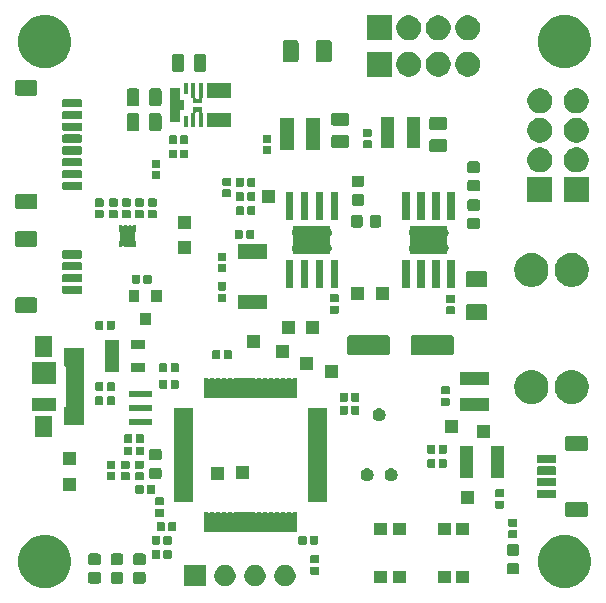
<source format=gbr>
G04 #@! TF.GenerationSoftware,KiCad,Pcbnew,5.1.5-52549c5~84~ubuntu18.04.1*
G04 #@! TF.CreationDate,2020-01-06T23:59:47+00:00*
G04 #@! TF.ProjectId,simpleboard,73696d70-6c65-4626-9f61-72642e6b6963,rev?*
G04 #@! TF.SameCoordinates,Original*
G04 #@! TF.FileFunction,Soldermask,Top*
G04 #@! TF.FilePolarity,Negative*
%FSLAX46Y46*%
G04 Gerber Fmt 4.6, Leading zero omitted, Abs format (unit mm)*
G04 Created by KiCad (PCBNEW 5.1.5-52549c5~84~ubuntu18.04.1) date 2020-01-06 23:59:47*
%MOMM*%
%LPD*%
G04 APERTURE LIST*
%ADD10C,0.100000*%
G04 APERTURE END LIST*
D10*
G36*
X197275880Y-94759776D02*
G01*
X197656593Y-94835504D01*
X198066249Y-95005189D01*
X198434929Y-95251534D01*
X198748466Y-95565071D01*
X198994811Y-95933751D01*
X199164496Y-96343407D01*
X199251000Y-96778296D01*
X199251000Y-97221704D01*
X199164496Y-97656593D01*
X198994811Y-98066249D01*
X198748466Y-98434929D01*
X198434929Y-98748466D01*
X198066249Y-98994811D01*
X197656593Y-99164496D01*
X197275880Y-99240224D01*
X197221705Y-99251000D01*
X196778295Y-99251000D01*
X196724120Y-99240224D01*
X196343407Y-99164496D01*
X195933751Y-98994811D01*
X195565071Y-98748466D01*
X195251534Y-98434929D01*
X195005189Y-98066249D01*
X194835504Y-97656593D01*
X194749000Y-97221704D01*
X194749000Y-96778296D01*
X194835504Y-96343407D01*
X195005189Y-95933751D01*
X195251534Y-95565071D01*
X195565071Y-95251534D01*
X195933751Y-95005189D01*
X196343407Y-94835504D01*
X196724120Y-94759776D01*
X196778295Y-94749000D01*
X197221705Y-94749000D01*
X197275880Y-94759776D01*
G37*
G36*
X153275880Y-94759776D02*
G01*
X153656593Y-94835504D01*
X154066249Y-95005189D01*
X154434929Y-95251534D01*
X154748466Y-95565071D01*
X154994811Y-95933751D01*
X155164496Y-96343407D01*
X155251000Y-96778296D01*
X155251000Y-97221704D01*
X155164496Y-97656593D01*
X154994811Y-98066249D01*
X154748466Y-98434929D01*
X154434929Y-98748466D01*
X154066249Y-98994811D01*
X153656593Y-99164496D01*
X153275880Y-99240224D01*
X153221705Y-99251000D01*
X152778295Y-99251000D01*
X152724120Y-99240224D01*
X152343407Y-99164496D01*
X151933751Y-98994811D01*
X151565071Y-98748466D01*
X151251534Y-98434929D01*
X151005189Y-98066249D01*
X150835504Y-97656593D01*
X150749000Y-97221704D01*
X150749000Y-96778296D01*
X150835504Y-96343407D01*
X151005189Y-95933751D01*
X151251534Y-95565071D01*
X151565071Y-95251534D01*
X151933751Y-95005189D01*
X152343407Y-94835504D01*
X152724120Y-94759776D01*
X152778295Y-94749000D01*
X153221705Y-94749000D01*
X153275880Y-94759776D01*
G37*
G36*
X170893512Y-97303927D02*
G01*
X171042812Y-97333624D01*
X171206784Y-97401544D01*
X171354354Y-97500147D01*
X171479853Y-97625646D01*
X171578456Y-97773216D01*
X171646376Y-97937188D01*
X171681000Y-98111259D01*
X171681000Y-98288741D01*
X171646376Y-98462812D01*
X171578456Y-98626784D01*
X171479853Y-98774354D01*
X171354354Y-98899853D01*
X171206784Y-98998456D01*
X171042812Y-99066376D01*
X170893512Y-99096073D01*
X170868742Y-99101000D01*
X170691258Y-99101000D01*
X170666488Y-99096073D01*
X170517188Y-99066376D01*
X170353216Y-98998456D01*
X170205646Y-98899853D01*
X170080147Y-98774354D01*
X169981544Y-98626784D01*
X169913624Y-98462812D01*
X169879000Y-98288741D01*
X169879000Y-98111259D01*
X169913624Y-97937188D01*
X169981544Y-97773216D01*
X170080147Y-97625646D01*
X170205646Y-97500147D01*
X170353216Y-97401544D01*
X170517188Y-97333624D01*
X170666488Y-97303927D01*
X170691258Y-97299000D01*
X170868742Y-97299000D01*
X170893512Y-97303927D01*
G37*
G36*
X173433512Y-97303927D02*
G01*
X173582812Y-97333624D01*
X173746784Y-97401544D01*
X173894354Y-97500147D01*
X174019853Y-97625646D01*
X174118456Y-97773216D01*
X174186376Y-97937188D01*
X174221000Y-98111259D01*
X174221000Y-98288741D01*
X174186376Y-98462812D01*
X174118456Y-98626784D01*
X174019853Y-98774354D01*
X173894354Y-98899853D01*
X173746784Y-98998456D01*
X173582812Y-99066376D01*
X173433512Y-99096073D01*
X173408742Y-99101000D01*
X173231258Y-99101000D01*
X173206488Y-99096073D01*
X173057188Y-99066376D01*
X172893216Y-98998456D01*
X172745646Y-98899853D01*
X172620147Y-98774354D01*
X172521544Y-98626784D01*
X172453624Y-98462812D01*
X172419000Y-98288741D01*
X172419000Y-98111259D01*
X172453624Y-97937188D01*
X172521544Y-97773216D01*
X172620147Y-97625646D01*
X172745646Y-97500147D01*
X172893216Y-97401544D01*
X173057188Y-97333624D01*
X173206488Y-97303927D01*
X173231258Y-97299000D01*
X173408742Y-97299000D01*
X173433512Y-97303927D01*
G37*
G36*
X166601000Y-99101000D02*
G01*
X164799000Y-99101000D01*
X164799000Y-97299000D01*
X166601000Y-97299000D01*
X166601000Y-99101000D01*
G37*
G36*
X168353512Y-97303927D02*
G01*
X168502812Y-97333624D01*
X168666784Y-97401544D01*
X168814354Y-97500147D01*
X168939853Y-97625646D01*
X169038456Y-97773216D01*
X169106376Y-97937188D01*
X169141000Y-98111259D01*
X169141000Y-98288741D01*
X169106376Y-98462812D01*
X169038456Y-98626784D01*
X168939853Y-98774354D01*
X168814354Y-98899853D01*
X168666784Y-98998456D01*
X168502812Y-99066376D01*
X168353512Y-99096073D01*
X168328742Y-99101000D01*
X168151258Y-99101000D01*
X168126488Y-99096073D01*
X167977188Y-99066376D01*
X167813216Y-98998456D01*
X167665646Y-98899853D01*
X167540147Y-98774354D01*
X167441544Y-98626784D01*
X167373624Y-98462812D01*
X167339000Y-98288741D01*
X167339000Y-98111259D01*
X167373624Y-97937188D01*
X167441544Y-97773216D01*
X167540147Y-97625646D01*
X167665646Y-97500147D01*
X167813216Y-97401544D01*
X167977188Y-97333624D01*
X168126488Y-97303927D01*
X168151258Y-97299000D01*
X168328742Y-97299000D01*
X168353512Y-97303927D01*
G37*
G36*
X157579591Y-97903085D02*
G01*
X157613569Y-97913393D01*
X157644890Y-97930134D01*
X157672339Y-97952661D01*
X157694866Y-97980110D01*
X157711607Y-98011431D01*
X157721915Y-98045409D01*
X157726000Y-98086890D01*
X157726000Y-98688110D01*
X157721915Y-98729591D01*
X157711607Y-98763569D01*
X157694866Y-98794890D01*
X157672339Y-98822339D01*
X157644890Y-98844866D01*
X157613569Y-98861607D01*
X157579591Y-98871915D01*
X157538110Y-98876000D01*
X156861890Y-98876000D01*
X156820409Y-98871915D01*
X156786431Y-98861607D01*
X156755110Y-98844866D01*
X156727661Y-98822339D01*
X156705134Y-98794890D01*
X156688393Y-98763569D01*
X156678085Y-98729591D01*
X156674000Y-98688110D01*
X156674000Y-98086890D01*
X156678085Y-98045409D01*
X156688393Y-98011431D01*
X156705134Y-97980110D01*
X156727661Y-97952661D01*
X156755110Y-97930134D01*
X156786431Y-97913393D01*
X156820409Y-97903085D01*
X156861890Y-97899000D01*
X157538110Y-97899000D01*
X157579591Y-97903085D01*
G37*
G36*
X159479591Y-97903085D02*
G01*
X159513569Y-97913393D01*
X159544890Y-97930134D01*
X159572339Y-97952661D01*
X159594866Y-97980110D01*
X159611607Y-98011431D01*
X159621915Y-98045409D01*
X159626000Y-98086890D01*
X159626000Y-98688110D01*
X159621915Y-98729591D01*
X159611607Y-98763569D01*
X159594866Y-98794890D01*
X159572339Y-98822339D01*
X159544890Y-98844866D01*
X159513569Y-98861607D01*
X159479591Y-98871915D01*
X159438110Y-98876000D01*
X158761890Y-98876000D01*
X158720409Y-98871915D01*
X158686431Y-98861607D01*
X158655110Y-98844866D01*
X158627661Y-98822339D01*
X158605134Y-98794890D01*
X158588393Y-98763569D01*
X158578085Y-98729591D01*
X158574000Y-98688110D01*
X158574000Y-98086890D01*
X158578085Y-98045409D01*
X158588393Y-98011431D01*
X158605134Y-97980110D01*
X158627661Y-97952661D01*
X158655110Y-97930134D01*
X158686431Y-97913393D01*
X158720409Y-97903085D01*
X158761890Y-97899000D01*
X159438110Y-97899000D01*
X159479591Y-97903085D01*
G37*
G36*
X161379591Y-97903085D02*
G01*
X161413569Y-97913393D01*
X161444890Y-97930134D01*
X161472339Y-97952661D01*
X161494866Y-97980110D01*
X161511607Y-98011431D01*
X161521915Y-98045409D01*
X161526000Y-98086890D01*
X161526000Y-98688110D01*
X161521915Y-98729591D01*
X161511607Y-98763569D01*
X161494866Y-98794890D01*
X161472339Y-98822339D01*
X161444890Y-98844866D01*
X161413569Y-98861607D01*
X161379591Y-98871915D01*
X161338110Y-98876000D01*
X160661890Y-98876000D01*
X160620409Y-98871915D01*
X160586431Y-98861607D01*
X160555110Y-98844866D01*
X160527661Y-98822339D01*
X160505134Y-98794890D01*
X160488393Y-98763569D01*
X160478085Y-98729591D01*
X160474000Y-98688110D01*
X160474000Y-98086890D01*
X160478085Y-98045409D01*
X160488393Y-98011431D01*
X160505134Y-97980110D01*
X160527661Y-97952661D01*
X160555110Y-97930134D01*
X160586431Y-97913393D01*
X160620409Y-97903085D01*
X160661890Y-97899000D01*
X161338110Y-97899000D01*
X161379591Y-97903085D01*
G37*
G36*
X181951000Y-98851000D02*
G01*
X180849000Y-98851000D01*
X180849000Y-97849000D01*
X181951000Y-97849000D01*
X181951000Y-98851000D01*
G37*
G36*
X183551000Y-98851000D02*
G01*
X182449000Y-98851000D01*
X182449000Y-97849000D01*
X183551000Y-97849000D01*
X183551000Y-98851000D01*
G37*
G36*
X187351000Y-98851000D02*
G01*
X186249000Y-98851000D01*
X186249000Y-97849000D01*
X187351000Y-97849000D01*
X187351000Y-98851000D01*
G37*
G36*
X188951000Y-98851000D02*
G01*
X187849000Y-98851000D01*
X187849000Y-97849000D01*
X188951000Y-97849000D01*
X188951000Y-98851000D01*
G37*
G36*
X176131938Y-97441716D02*
G01*
X176152557Y-97447971D01*
X176171553Y-97458124D01*
X176188208Y-97471792D01*
X176201876Y-97488447D01*
X176212029Y-97507443D01*
X176218284Y-97528062D01*
X176221000Y-97555640D01*
X176221000Y-98014360D01*
X176218284Y-98041938D01*
X176212029Y-98062557D01*
X176201876Y-98081553D01*
X176188208Y-98098208D01*
X176171553Y-98111876D01*
X176152557Y-98122029D01*
X176131938Y-98128284D01*
X176104360Y-98131000D01*
X175595640Y-98131000D01*
X175568062Y-98128284D01*
X175547443Y-98122029D01*
X175528447Y-98111876D01*
X175511792Y-98098208D01*
X175498124Y-98081553D01*
X175487971Y-98062557D01*
X175481716Y-98041938D01*
X175479000Y-98014360D01*
X175479000Y-97555640D01*
X175481716Y-97528062D01*
X175487971Y-97507443D01*
X175498124Y-97488447D01*
X175511792Y-97471792D01*
X175528447Y-97458124D01*
X175547443Y-97447971D01*
X175568062Y-97441716D01*
X175595640Y-97439000D01*
X176104360Y-97439000D01*
X176131938Y-97441716D01*
G37*
G36*
X193009591Y-97123085D02*
G01*
X193043569Y-97133393D01*
X193074890Y-97150134D01*
X193102339Y-97172661D01*
X193124866Y-97200110D01*
X193141607Y-97231431D01*
X193151915Y-97265409D01*
X193156000Y-97306890D01*
X193156000Y-97908110D01*
X193151915Y-97949591D01*
X193141607Y-97983569D01*
X193124866Y-98014890D01*
X193102339Y-98042339D01*
X193074890Y-98064866D01*
X193043569Y-98081607D01*
X193009591Y-98091915D01*
X192968110Y-98096000D01*
X192291890Y-98096000D01*
X192250409Y-98091915D01*
X192216431Y-98081607D01*
X192185110Y-98064866D01*
X192157661Y-98042339D01*
X192135134Y-98014890D01*
X192118393Y-97983569D01*
X192108085Y-97949591D01*
X192104000Y-97908110D01*
X192104000Y-97306890D01*
X192108085Y-97265409D01*
X192118393Y-97231431D01*
X192135134Y-97200110D01*
X192157661Y-97172661D01*
X192185110Y-97150134D01*
X192216431Y-97133393D01*
X192250409Y-97123085D01*
X192291890Y-97119000D01*
X192968110Y-97119000D01*
X193009591Y-97123085D01*
G37*
G36*
X157579591Y-96328085D02*
G01*
X157613569Y-96338393D01*
X157644890Y-96355134D01*
X157672339Y-96377661D01*
X157694866Y-96405110D01*
X157711607Y-96436431D01*
X157721915Y-96470409D01*
X157726000Y-96511890D01*
X157726000Y-97113110D01*
X157721915Y-97154591D01*
X157711607Y-97188569D01*
X157694866Y-97219890D01*
X157672339Y-97247339D01*
X157644890Y-97269866D01*
X157613569Y-97286607D01*
X157579591Y-97296915D01*
X157538110Y-97301000D01*
X156861890Y-97301000D01*
X156820409Y-97296915D01*
X156786431Y-97286607D01*
X156755110Y-97269866D01*
X156727661Y-97247339D01*
X156705134Y-97219890D01*
X156688393Y-97188569D01*
X156678085Y-97154591D01*
X156674000Y-97113110D01*
X156674000Y-96511890D01*
X156678085Y-96470409D01*
X156688393Y-96436431D01*
X156705134Y-96405110D01*
X156727661Y-96377661D01*
X156755110Y-96355134D01*
X156786431Y-96338393D01*
X156820409Y-96328085D01*
X156861890Y-96324000D01*
X157538110Y-96324000D01*
X157579591Y-96328085D01*
G37*
G36*
X159479591Y-96328085D02*
G01*
X159513569Y-96338393D01*
X159544890Y-96355134D01*
X159572339Y-96377661D01*
X159594866Y-96405110D01*
X159611607Y-96436431D01*
X159621915Y-96470409D01*
X159626000Y-96511890D01*
X159626000Y-97113110D01*
X159621915Y-97154591D01*
X159611607Y-97188569D01*
X159594866Y-97219890D01*
X159572339Y-97247339D01*
X159544890Y-97269866D01*
X159513569Y-97286607D01*
X159479591Y-97296915D01*
X159438110Y-97301000D01*
X158761890Y-97301000D01*
X158720409Y-97296915D01*
X158686431Y-97286607D01*
X158655110Y-97269866D01*
X158627661Y-97247339D01*
X158605134Y-97219890D01*
X158588393Y-97188569D01*
X158578085Y-97154591D01*
X158574000Y-97113110D01*
X158574000Y-96511890D01*
X158578085Y-96470409D01*
X158588393Y-96436431D01*
X158605134Y-96405110D01*
X158627661Y-96377661D01*
X158655110Y-96355134D01*
X158686431Y-96338393D01*
X158720409Y-96328085D01*
X158761890Y-96324000D01*
X159438110Y-96324000D01*
X159479591Y-96328085D01*
G37*
G36*
X161379591Y-96328085D02*
G01*
X161413569Y-96338393D01*
X161444890Y-96355134D01*
X161472339Y-96377661D01*
X161494866Y-96405110D01*
X161511607Y-96436431D01*
X161521915Y-96470409D01*
X161526000Y-96511890D01*
X161526000Y-97113110D01*
X161521915Y-97154591D01*
X161511607Y-97188569D01*
X161494866Y-97219890D01*
X161472339Y-97247339D01*
X161444890Y-97269866D01*
X161413569Y-97286607D01*
X161379591Y-97296915D01*
X161338110Y-97301000D01*
X160661890Y-97301000D01*
X160620409Y-97296915D01*
X160586431Y-97286607D01*
X160555110Y-97269866D01*
X160527661Y-97247339D01*
X160505134Y-97219890D01*
X160488393Y-97188569D01*
X160478085Y-97154591D01*
X160474000Y-97113110D01*
X160474000Y-96511890D01*
X160478085Y-96470409D01*
X160488393Y-96436431D01*
X160505134Y-96405110D01*
X160527661Y-96377661D01*
X160555110Y-96355134D01*
X160586431Y-96338393D01*
X160620409Y-96328085D01*
X160661890Y-96324000D01*
X161338110Y-96324000D01*
X161379591Y-96328085D01*
G37*
G36*
X176131938Y-96471716D02*
G01*
X176152557Y-96477971D01*
X176171553Y-96488124D01*
X176188208Y-96501792D01*
X176201876Y-96518447D01*
X176212029Y-96537443D01*
X176218284Y-96558062D01*
X176221000Y-96585640D01*
X176221000Y-97044360D01*
X176218284Y-97071938D01*
X176212029Y-97092557D01*
X176201876Y-97111553D01*
X176188208Y-97128208D01*
X176171553Y-97141876D01*
X176152557Y-97152029D01*
X176131938Y-97158284D01*
X176104360Y-97161000D01*
X175595640Y-97161000D01*
X175568062Y-97158284D01*
X175547443Y-97152029D01*
X175528447Y-97141876D01*
X175511792Y-97128208D01*
X175498124Y-97111553D01*
X175487971Y-97092557D01*
X175481716Y-97071938D01*
X175479000Y-97044360D01*
X175479000Y-96585640D01*
X175481716Y-96558062D01*
X175487971Y-96537443D01*
X175498124Y-96518447D01*
X175511792Y-96501792D01*
X175528447Y-96488124D01*
X175547443Y-96477971D01*
X175568062Y-96471716D01*
X175595640Y-96469000D01*
X176104360Y-96469000D01*
X176131938Y-96471716D01*
G37*
G36*
X163641938Y-96031716D02*
G01*
X163662557Y-96037971D01*
X163681553Y-96048124D01*
X163698208Y-96061792D01*
X163711876Y-96078447D01*
X163722029Y-96097443D01*
X163728284Y-96118062D01*
X163731000Y-96145640D01*
X163731000Y-96654360D01*
X163728284Y-96681938D01*
X163722029Y-96702557D01*
X163711876Y-96721553D01*
X163698208Y-96738208D01*
X163681553Y-96751876D01*
X163662557Y-96762029D01*
X163641938Y-96768284D01*
X163614360Y-96771000D01*
X163155640Y-96771000D01*
X163128062Y-96768284D01*
X163107443Y-96762029D01*
X163088447Y-96751876D01*
X163071792Y-96738208D01*
X163058124Y-96721553D01*
X163047971Y-96702557D01*
X163041716Y-96681938D01*
X163039000Y-96654360D01*
X163039000Y-96145640D01*
X163041716Y-96118062D01*
X163047971Y-96097443D01*
X163058124Y-96078447D01*
X163071792Y-96061792D01*
X163088447Y-96048124D01*
X163107443Y-96037971D01*
X163128062Y-96031716D01*
X163155640Y-96029000D01*
X163614360Y-96029000D01*
X163641938Y-96031716D01*
G37*
G36*
X162671938Y-96031716D02*
G01*
X162692557Y-96037971D01*
X162711553Y-96048124D01*
X162728208Y-96061792D01*
X162741876Y-96078447D01*
X162752029Y-96097443D01*
X162758284Y-96118062D01*
X162761000Y-96145640D01*
X162761000Y-96654360D01*
X162758284Y-96681938D01*
X162752029Y-96702557D01*
X162741876Y-96721553D01*
X162728208Y-96738208D01*
X162711553Y-96751876D01*
X162692557Y-96762029D01*
X162671938Y-96768284D01*
X162644360Y-96771000D01*
X162185640Y-96771000D01*
X162158062Y-96768284D01*
X162137443Y-96762029D01*
X162118447Y-96751876D01*
X162101792Y-96738208D01*
X162088124Y-96721553D01*
X162077971Y-96702557D01*
X162071716Y-96681938D01*
X162069000Y-96654360D01*
X162069000Y-96145640D01*
X162071716Y-96118062D01*
X162077971Y-96097443D01*
X162088124Y-96078447D01*
X162101792Y-96061792D01*
X162118447Y-96048124D01*
X162137443Y-96037971D01*
X162158062Y-96031716D01*
X162185640Y-96029000D01*
X162644360Y-96029000D01*
X162671938Y-96031716D01*
G37*
G36*
X193009591Y-95548085D02*
G01*
X193043569Y-95558393D01*
X193074890Y-95575134D01*
X193102339Y-95597661D01*
X193124866Y-95625110D01*
X193141607Y-95656431D01*
X193151915Y-95690409D01*
X193156000Y-95731890D01*
X193156000Y-96333110D01*
X193151915Y-96374591D01*
X193141607Y-96408569D01*
X193124866Y-96439890D01*
X193102339Y-96467339D01*
X193074890Y-96489866D01*
X193043569Y-96506607D01*
X193009591Y-96516915D01*
X192968110Y-96521000D01*
X192291890Y-96521000D01*
X192250409Y-96516915D01*
X192216431Y-96506607D01*
X192185110Y-96489866D01*
X192157661Y-96467339D01*
X192135134Y-96439890D01*
X192118393Y-96408569D01*
X192108085Y-96374591D01*
X192104000Y-96333110D01*
X192104000Y-95731890D01*
X192108085Y-95690409D01*
X192118393Y-95656431D01*
X192135134Y-95625110D01*
X192157661Y-95597661D01*
X192185110Y-95575134D01*
X192216431Y-95558393D01*
X192250409Y-95548085D01*
X192291890Y-95544000D01*
X192968110Y-95544000D01*
X193009591Y-95548085D01*
G37*
G36*
X162671938Y-94831716D02*
G01*
X162692557Y-94837971D01*
X162711553Y-94848124D01*
X162728208Y-94861792D01*
X162741876Y-94878447D01*
X162752029Y-94897443D01*
X162758284Y-94918062D01*
X162761000Y-94945640D01*
X162761000Y-95454360D01*
X162758284Y-95481938D01*
X162752029Y-95502557D01*
X162741876Y-95521553D01*
X162728208Y-95538208D01*
X162711553Y-95551876D01*
X162692557Y-95562029D01*
X162671938Y-95568284D01*
X162644360Y-95571000D01*
X162185640Y-95571000D01*
X162158062Y-95568284D01*
X162137443Y-95562029D01*
X162118447Y-95551876D01*
X162101792Y-95538208D01*
X162088124Y-95521553D01*
X162077971Y-95502557D01*
X162071716Y-95481938D01*
X162069000Y-95454360D01*
X162069000Y-94945640D01*
X162071716Y-94918062D01*
X162077971Y-94897443D01*
X162088124Y-94878447D01*
X162101792Y-94861792D01*
X162118447Y-94848124D01*
X162137443Y-94837971D01*
X162158062Y-94831716D01*
X162185640Y-94829000D01*
X162644360Y-94829000D01*
X162671938Y-94831716D01*
G37*
G36*
X175071938Y-94831716D02*
G01*
X175092557Y-94837971D01*
X175111553Y-94848124D01*
X175128208Y-94861792D01*
X175141876Y-94878447D01*
X175152029Y-94897443D01*
X175158284Y-94918062D01*
X175161000Y-94945640D01*
X175161000Y-95454360D01*
X175158284Y-95481938D01*
X175152029Y-95502557D01*
X175141876Y-95521553D01*
X175128208Y-95538208D01*
X175111553Y-95551876D01*
X175092557Y-95562029D01*
X175071938Y-95568284D01*
X175044360Y-95571000D01*
X174585640Y-95571000D01*
X174558062Y-95568284D01*
X174537443Y-95562029D01*
X174518447Y-95551876D01*
X174501792Y-95538208D01*
X174488124Y-95521553D01*
X174477971Y-95502557D01*
X174471716Y-95481938D01*
X174469000Y-95454360D01*
X174469000Y-94945640D01*
X174471716Y-94918062D01*
X174477971Y-94897443D01*
X174488124Y-94878447D01*
X174501792Y-94861792D01*
X174518447Y-94848124D01*
X174537443Y-94837971D01*
X174558062Y-94831716D01*
X174585640Y-94829000D01*
X175044360Y-94829000D01*
X175071938Y-94831716D01*
G37*
G36*
X176041938Y-94831716D02*
G01*
X176062557Y-94837971D01*
X176081553Y-94848124D01*
X176098208Y-94861792D01*
X176111876Y-94878447D01*
X176122029Y-94897443D01*
X176128284Y-94918062D01*
X176131000Y-94945640D01*
X176131000Y-95454360D01*
X176128284Y-95481938D01*
X176122029Y-95502557D01*
X176111876Y-95521553D01*
X176098208Y-95538208D01*
X176081553Y-95551876D01*
X176062557Y-95562029D01*
X176041938Y-95568284D01*
X176014360Y-95571000D01*
X175555640Y-95571000D01*
X175528062Y-95568284D01*
X175507443Y-95562029D01*
X175488447Y-95551876D01*
X175471792Y-95538208D01*
X175458124Y-95521553D01*
X175447971Y-95502557D01*
X175441716Y-95481938D01*
X175439000Y-95454360D01*
X175439000Y-94945640D01*
X175441716Y-94918062D01*
X175447971Y-94897443D01*
X175458124Y-94878447D01*
X175471792Y-94861792D01*
X175488447Y-94848124D01*
X175507443Y-94837971D01*
X175528062Y-94831716D01*
X175555640Y-94829000D01*
X176014360Y-94829000D01*
X176041938Y-94831716D01*
G37*
G36*
X163641938Y-94831716D02*
G01*
X163662557Y-94837971D01*
X163681553Y-94848124D01*
X163698208Y-94861792D01*
X163711876Y-94878447D01*
X163722029Y-94897443D01*
X163728284Y-94918062D01*
X163731000Y-94945640D01*
X163731000Y-95454360D01*
X163728284Y-95481938D01*
X163722029Y-95502557D01*
X163711876Y-95521553D01*
X163698208Y-95538208D01*
X163681553Y-95551876D01*
X163662557Y-95562029D01*
X163641938Y-95568284D01*
X163614360Y-95571000D01*
X163155640Y-95571000D01*
X163128062Y-95568284D01*
X163107443Y-95562029D01*
X163088447Y-95551876D01*
X163071792Y-95538208D01*
X163058124Y-95521553D01*
X163047971Y-95502557D01*
X163041716Y-95481938D01*
X163039000Y-95454360D01*
X163039000Y-94945640D01*
X163041716Y-94918062D01*
X163047971Y-94897443D01*
X163058124Y-94878447D01*
X163071792Y-94861792D01*
X163088447Y-94848124D01*
X163107443Y-94837971D01*
X163128062Y-94831716D01*
X163155640Y-94829000D01*
X163614360Y-94829000D01*
X163641938Y-94831716D01*
G37*
G36*
X192881938Y-94341716D02*
G01*
X192902557Y-94347971D01*
X192921553Y-94358124D01*
X192938208Y-94371792D01*
X192951876Y-94388447D01*
X192962029Y-94407443D01*
X192968284Y-94428062D01*
X192971000Y-94455640D01*
X192971000Y-94914360D01*
X192968284Y-94941938D01*
X192962029Y-94962557D01*
X192951876Y-94981553D01*
X192938208Y-94998208D01*
X192921553Y-95011876D01*
X192902557Y-95022029D01*
X192881938Y-95028284D01*
X192854360Y-95031000D01*
X192345640Y-95031000D01*
X192318062Y-95028284D01*
X192297443Y-95022029D01*
X192278447Y-95011876D01*
X192261792Y-94998208D01*
X192248124Y-94981553D01*
X192237971Y-94962557D01*
X192231716Y-94941938D01*
X192229000Y-94914360D01*
X192229000Y-94455640D01*
X192231716Y-94428062D01*
X192237971Y-94407443D01*
X192248124Y-94388447D01*
X192261792Y-94371792D01*
X192278447Y-94358124D01*
X192297443Y-94347971D01*
X192318062Y-94341716D01*
X192345640Y-94339000D01*
X192854360Y-94339000D01*
X192881938Y-94341716D01*
G37*
G36*
X187351000Y-94751000D02*
G01*
X186249000Y-94751000D01*
X186249000Y-93749000D01*
X187351000Y-93749000D01*
X187351000Y-94751000D01*
G37*
G36*
X183551000Y-94751000D02*
G01*
X182449000Y-94751000D01*
X182449000Y-93749000D01*
X183551000Y-93749000D01*
X183551000Y-94751000D01*
G37*
G36*
X181951000Y-94751000D02*
G01*
X180849000Y-94751000D01*
X180849000Y-93749000D01*
X181951000Y-93749000D01*
X181951000Y-94751000D01*
G37*
G36*
X188951000Y-94751000D02*
G01*
X187849000Y-94751000D01*
X187849000Y-93749000D01*
X188951000Y-93749000D01*
X188951000Y-94751000D01*
G37*
G36*
X166820295Y-92850323D02*
G01*
X166827309Y-92852451D01*
X166841077Y-92859810D01*
X166863716Y-92869187D01*
X166887749Y-92873967D01*
X166912253Y-92873967D01*
X166936286Y-92869186D01*
X166958923Y-92859810D01*
X166972691Y-92852451D01*
X166979705Y-92850323D01*
X166993140Y-92849000D01*
X167306860Y-92849000D01*
X167320295Y-92850323D01*
X167327309Y-92852451D01*
X167341077Y-92859810D01*
X167363716Y-92869187D01*
X167387749Y-92873967D01*
X167412253Y-92873967D01*
X167436286Y-92869186D01*
X167458923Y-92859810D01*
X167472691Y-92852451D01*
X167479705Y-92850323D01*
X167493140Y-92849000D01*
X167806860Y-92849000D01*
X167820295Y-92850323D01*
X167827309Y-92852451D01*
X167841077Y-92859810D01*
X167863716Y-92869187D01*
X167887749Y-92873967D01*
X167912253Y-92873967D01*
X167936286Y-92869186D01*
X167958923Y-92859810D01*
X167972691Y-92852451D01*
X167979705Y-92850323D01*
X167993140Y-92849000D01*
X168306860Y-92849000D01*
X168320295Y-92850323D01*
X168327309Y-92852451D01*
X168341077Y-92859810D01*
X168363716Y-92869187D01*
X168387749Y-92873967D01*
X168412253Y-92873967D01*
X168436286Y-92869186D01*
X168458923Y-92859810D01*
X168472691Y-92852451D01*
X168479705Y-92850323D01*
X168493140Y-92849000D01*
X168806860Y-92849000D01*
X168820295Y-92850323D01*
X168827309Y-92852451D01*
X168841077Y-92859810D01*
X168863716Y-92869187D01*
X168887749Y-92873967D01*
X168912253Y-92873967D01*
X168936286Y-92869186D01*
X168958923Y-92859810D01*
X168972691Y-92852451D01*
X168979705Y-92850323D01*
X168993140Y-92849000D01*
X169306860Y-92849000D01*
X169320295Y-92850323D01*
X169327309Y-92852451D01*
X169341077Y-92859810D01*
X169363716Y-92869187D01*
X169387749Y-92873967D01*
X169412253Y-92873967D01*
X169436286Y-92869186D01*
X169458923Y-92859810D01*
X169472691Y-92852451D01*
X169479705Y-92850323D01*
X169493140Y-92849000D01*
X169806860Y-92849000D01*
X169820295Y-92850323D01*
X169827309Y-92852451D01*
X169841077Y-92859810D01*
X169863716Y-92869187D01*
X169887749Y-92873967D01*
X169912253Y-92873967D01*
X169936286Y-92869186D01*
X169958923Y-92859810D01*
X169972691Y-92852451D01*
X169979705Y-92850323D01*
X169993140Y-92849000D01*
X170306860Y-92849000D01*
X170320295Y-92850323D01*
X170327309Y-92852451D01*
X170341077Y-92859810D01*
X170363716Y-92869187D01*
X170387749Y-92873967D01*
X170412253Y-92873967D01*
X170436286Y-92869186D01*
X170458923Y-92859810D01*
X170472691Y-92852451D01*
X170479705Y-92850323D01*
X170493140Y-92849000D01*
X170806860Y-92849000D01*
X170820295Y-92850323D01*
X170827309Y-92852451D01*
X170841077Y-92859810D01*
X170863716Y-92869187D01*
X170887749Y-92873967D01*
X170912253Y-92873967D01*
X170936286Y-92869186D01*
X170958923Y-92859810D01*
X170972691Y-92852451D01*
X170979705Y-92850323D01*
X170993140Y-92849000D01*
X171306860Y-92849000D01*
X171320295Y-92850323D01*
X171327309Y-92852451D01*
X171341077Y-92859810D01*
X171363716Y-92869187D01*
X171387749Y-92873967D01*
X171412253Y-92873967D01*
X171436286Y-92869186D01*
X171458923Y-92859810D01*
X171472691Y-92852451D01*
X171479705Y-92850323D01*
X171493140Y-92849000D01*
X171806860Y-92849000D01*
X171820295Y-92850323D01*
X171827309Y-92852451D01*
X171841077Y-92859810D01*
X171863716Y-92869187D01*
X171887749Y-92873967D01*
X171912253Y-92873967D01*
X171936286Y-92869186D01*
X171958923Y-92859810D01*
X171972691Y-92852451D01*
X171979705Y-92850323D01*
X171993140Y-92849000D01*
X172306860Y-92849000D01*
X172320295Y-92850323D01*
X172327309Y-92852451D01*
X172341077Y-92859810D01*
X172363716Y-92869187D01*
X172387749Y-92873967D01*
X172412253Y-92873967D01*
X172436286Y-92869186D01*
X172458923Y-92859810D01*
X172472691Y-92852451D01*
X172479705Y-92850323D01*
X172493140Y-92849000D01*
X172806860Y-92849000D01*
X172820295Y-92850323D01*
X172827309Y-92852451D01*
X172841077Y-92859810D01*
X172863716Y-92869187D01*
X172887749Y-92873967D01*
X172912253Y-92873967D01*
X172936286Y-92869186D01*
X172958923Y-92859810D01*
X172972691Y-92852451D01*
X172979705Y-92850323D01*
X172993140Y-92849000D01*
X173306860Y-92849000D01*
X173320295Y-92850323D01*
X173327309Y-92852451D01*
X173341077Y-92859810D01*
X173363716Y-92869187D01*
X173387749Y-92873967D01*
X173412253Y-92873967D01*
X173436286Y-92869186D01*
X173458923Y-92859810D01*
X173472691Y-92852451D01*
X173479705Y-92850323D01*
X173493140Y-92849000D01*
X173806860Y-92849000D01*
X173820295Y-92850323D01*
X173827309Y-92852451D01*
X173841077Y-92859810D01*
X173863716Y-92869187D01*
X173887749Y-92873967D01*
X173912253Y-92873967D01*
X173936286Y-92869186D01*
X173958923Y-92859810D01*
X173972691Y-92852451D01*
X173979705Y-92850323D01*
X173993140Y-92849000D01*
X174306860Y-92849000D01*
X174320295Y-92850323D01*
X174327310Y-92852451D01*
X174333776Y-92855908D01*
X174339442Y-92860558D01*
X174344092Y-92866224D01*
X174347549Y-92872690D01*
X174349677Y-92879705D01*
X174351000Y-92893140D01*
X174351000Y-94456860D01*
X174349677Y-94470295D01*
X174347549Y-94477310D01*
X174344092Y-94483776D01*
X174339442Y-94489442D01*
X174333776Y-94494092D01*
X174327310Y-94497549D01*
X174320295Y-94499677D01*
X174306860Y-94501000D01*
X173993140Y-94501000D01*
X173979705Y-94499677D01*
X173972691Y-94497549D01*
X173958923Y-94490190D01*
X173936284Y-94480813D01*
X173912251Y-94476033D01*
X173887747Y-94476033D01*
X173863714Y-94480814D01*
X173841077Y-94490190D01*
X173827309Y-94497549D01*
X173820295Y-94499677D01*
X173806860Y-94501000D01*
X173493140Y-94501000D01*
X173479705Y-94499677D01*
X173472691Y-94497549D01*
X173458923Y-94490190D01*
X173436284Y-94480813D01*
X173412251Y-94476033D01*
X173387747Y-94476033D01*
X173363714Y-94480814D01*
X173341077Y-94490190D01*
X173327309Y-94497549D01*
X173320295Y-94499677D01*
X173306860Y-94501000D01*
X172993140Y-94501000D01*
X172979705Y-94499677D01*
X172972691Y-94497549D01*
X172958923Y-94490190D01*
X172936284Y-94480813D01*
X172912251Y-94476033D01*
X172887747Y-94476033D01*
X172863714Y-94480814D01*
X172841077Y-94490190D01*
X172827309Y-94497549D01*
X172820295Y-94499677D01*
X172806860Y-94501000D01*
X172493140Y-94501000D01*
X172479705Y-94499677D01*
X172472691Y-94497549D01*
X172458923Y-94490190D01*
X172436284Y-94480813D01*
X172412251Y-94476033D01*
X172387747Y-94476033D01*
X172363714Y-94480814D01*
X172341077Y-94490190D01*
X172327309Y-94497549D01*
X172320295Y-94499677D01*
X172306860Y-94501000D01*
X171993140Y-94501000D01*
X171979705Y-94499677D01*
X171972691Y-94497549D01*
X171958923Y-94490190D01*
X171936284Y-94480813D01*
X171912251Y-94476033D01*
X171887747Y-94476033D01*
X171863714Y-94480814D01*
X171841077Y-94490190D01*
X171827309Y-94497549D01*
X171820295Y-94499677D01*
X171806860Y-94501000D01*
X171493140Y-94501000D01*
X171479705Y-94499677D01*
X171472691Y-94497549D01*
X171458923Y-94490190D01*
X171436284Y-94480813D01*
X171412251Y-94476033D01*
X171387747Y-94476033D01*
X171363714Y-94480814D01*
X171341077Y-94490190D01*
X171327309Y-94497549D01*
X171320295Y-94499677D01*
X171306860Y-94501000D01*
X170993140Y-94501000D01*
X170979705Y-94499677D01*
X170972691Y-94497549D01*
X170958923Y-94490190D01*
X170936284Y-94480813D01*
X170912251Y-94476033D01*
X170887747Y-94476033D01*
X170863714Y-94480814D01*
X170841077Y-94490190D01*
X170827309Y-94497549D01*
X170820295Y-94499677D01*
X170806860Y-94501000D01*
X170493140Y-94501000D01*
X170479705Y-94499677D01*
X170472691Y-94497549D01*
X170458923Y-94490190D01*
X170436284Y-94480813D01*
X170412251Y-94476033D01*
X170387747Y-94476033D01*
X170363714Y-94480814D01*
X170341077Y-94490190D01*
X170327309Y-94497549D01*
X170320295Y-94499677D01*
X170306860Y-94501000D01*
X169993140Y-94501000D01*
X169979705Y-94499677D01*
X169972691Y-94497549D01*
X169958923Y-94490190D01*
X169936284Y-94480813D01*
X169912251Y-94476033D01*
X169887747Y-94476033D01*
X169863714Y-94480814D01*
X169841077Y-94490190D01*
X169827309Y-94497549D01*
X169820295Y-94499677D01*
X169806860Y-94501000D01*
X169493140Y-94501000D01*
X169479705Y-94499677D01*
X169472691Y-94497549D01*
X169458923Y-94490190D01*
X169436284Y-94480813D01*
X169412251Y-94476033D01*
X169387747Y-94476033D01*
X169363714Y-94480814D01*
X169341077Y-94490190D01*
X169327309Y-94497549D01*
X169320295Y-94499677D01*
X169306860Y-94501000D01*
X168993140Y-94501000D01*
X168979705Y-94499677D01*
X168972691Y-94497549D01*
X168958923Y-94490190D01*
X168936284Y-94480813D01*
X168912251Y-94476033D01*
X168887747Y-94476033D01*
X168863714Y-94480814D01*
X168841077Y-94490190D01*
X168827309Y-94497549D01*
X168820295Y-94499677D01*
X168806860Y-94501000D01*
X168493140Y-94501000D01*
X168479705Y-94499677D01*
X168472691Y-94497549D01*
X168458923Y-94490190D01*
X168436284Y-94480813D01*
X168412251Y-94476033D01*
X168387747Y-94476033D01*
X168363714Y-94480814D01*
X168341077Y-94490190D01*
X168327309Y-94497549D01*
X168320295Y-94499677D01*
X168306860Y-94501000D01*
X167993140Y-94501000D01*
X167979705Y-94499677D01*
X167972691Y-94497549D01*
X167958923Y-94490190D01*
X167936284Y-94480813D01*
X167912251Y-94476033D01*
X167887747Y-94476033D01*
X167863714Y-94480814D01*
X167841077Y-94490190D01*
X167827309Y-94497549D01*
X167820295Y-94499677D01*
X167806860Y-94501000D01*
X167493140Y-94501000D01*
X167479705Y-94499677D01*
X167472691Y-94497549D01*
X167458923Y-94490190D01*
X167436284Y-94480813D01*
X167412251Y-94476033D01*
X167387747Y-94476033D01*
X167363714Y-94480814D01*
X167341077Y-94490190D01*
X167327309Y-94497549D01*
X167320295Y-94499677D01*
X167306860Y-94501000D01*
X166993140Y-94501000D01*
X166979705Y-94499677D01*
X166972691Y-94497549D01*
X166958923Y-94490190D01*
X166936284Y-94480813D01*
X166912251Y-94476033D01*
X166887747Y-94476033D01*
X166863714Y-94480814D01*
X166841077Y-94490190D01*
X166827309Y-94497549D01*
X166820295Y-94499677D01*
X166806860Y-94501000D01*
X166493140Y-94501000D01*
X166479705Y-94499677D01*
X166472690Y-94497549D01*
X166466224Y-94494092D01*
X166460558Y-94489442D01*
X166455908Y-94483776D01*
X166452451Y-94477310D01*
X166450323Y-94470295D01*
X166449000Y-94456860D01*
X166449000Y-92893140D01*
X166450323Y-92879705D01*
X166452451Y-92872690D01*
X166455908Y-92866224D01*
X166460558Y-92860558D01*
X166466224Y-92855908D01*
X166472690Y-92852451D01*
X166479705Y-92850323D01*
X166493140Y-92849000D01*
X166806860Y-92849000D01*
X166820295Y-92850323D01*
G37*
G36*
X164041938Y-93681716D02*
G01*
X164062557Y-93687971D01*
X164081553Y-93698124D01*
X164098208Y-93711792D01*
X164111876Y-93728447D01*
X164122029Y-93747443D01*
X164128284Y-93768062D01*
X164131000Y-93795640D01*
X164131000Y-94304360D01*
X164128284Y-94331938D01*
X164122029Y-94352557D01*
X164111876Y-94371553D01*
X164098208Y-94388208D01*
X164081553Y-94401876D01*
X164062557Y-94412029D01*
X164041938Y-94418284D01*
X164014360Y-94421000D01*
X163555640Y-94421000D01*
X163528062Y-94418284D01*
X163507443Y-94412029D01*
X163488447Y-94401876D01*
X163471792Y-94388208D01*
X163458124Y-94371553D01*
X163447971Y-94352557D01*
X163441716Y-94331938D01*
X163439000Y-94304360D01*
X163439000Y-93795640D01*
X163441716Y-93768062D01*
X163447971Y-93747443D01*
X163458124Y-93728447D01*
X163471792Y-93711792D01*
X163488447Y-93698124D01*
X163507443Y-93687971D01*
X163528062Y-93681716D01*
X163555640Y-93679000D01*
X164014360Y-93679000D01*
X164041938Y-93681716D01*
G37*
G36*
X163071938Y-93681716D02*
G01*
X163092557Y-93687971D01*
X163111553Y-93698124D01*
X163128208Y-93711792D01*
X163141876Y-93728447D01*
X163152029Y-93747443D01*
X163158284Y-93768062D01*
X163161000Y-93795640D01*
X163161000Y-94304360D01*
X163158284Y-94331938D01*
X163152029Y-94352557D01*
X163141876Y-94371553D01*
X163128208Y-94388208D01*
X163111553Y-94401876D01*
X163092557Y-94412029D01*
X163071938Y-94418284D01*
X163044360Y-94421000D01*
X162585640Y-94421000D01*
X162558062Y-94418284D01*
X162537443Y-94412029D01*
X162518447Y-94401876D01*
X162501792Y-94388208D01*
X162488124Y-94371553D01*
X162477971Y-94352557D01*
X162471716Y-94331938D01*
X162469000Y-94304360D01*
X162469000Y-93795640D01*
X162471716Y-93768062D01*
X162477971Y-93747443D01*
X162488124Y-93728447D01*
X162501792Y-93711792D01*
X162518447Y-93698124D01*
X162537443Y-93687971D01*
X162558062Y-93681716D01*
X162585640Y-93679000D01*
X163044360Y-93679000D01*
X163071938Y-93681716D01*
G37*
G36*
X192881938Y-93371716D02*
G01*
X192902557Y-93377971D01*
X192921553Y-93388124D01*
X192938208Y-93401792D01*
X192951876Y-93418447D01*
X192962029Y-93437443D01*
X192968284Y-93458062D01*
X192971000Y-93485640D01*
X192971000Y-93944360D01*
X192968284Y-93971938D01*
X192962029Y-93992557D01*
X192951876Y-94011553D01*
X192938208Y-94028208D01*
X192921553Y-94041876D01*
X192902557Y-94052029D01*
X192881938Y-94058284D01*
X192854360Y-94061000D01*
X192345640Y-94061000D01*
X192318062Y-94058284D01*
X192297443Y-94052029D01*
X192278447Y-94041876D01*
X192261792Y-94028208D01*
X192248124Y-94011553D01*
X192237971Y-93992557D01*
X192231716Y-93971938D01*
X192229000Y-93944360D01*
X192229000Y-93485640D01*
X192231716Y-93458062D01*
X192237971Y-93437443D01*
X192248124Y-93418447D01*
X192261792Y-93401792D01*
X192278447Y-93388124D01*
X192297443Y-93377971D01*
X192318062Y-93371716D01*
X192345640Y-93369000D01*
X192854360Y-93369000D01*
X192881938Y-93371716D01*
G37*
G36*
X198791656Y-91953394D02*
G01*
X198828656Y-91964618D01*
X198862748Y-91982840D01*
X198892634Y-92007366D01*
X198917160Y-92037252D01*
X198935382Y-92071344D01*
X198946606Y-92108344D01*
X198951000Y-92152956D01*
X198951000Y-93047044D01*
X198946606Y-93091656D01*
X198935382Y-93128656D01*
X198917160Y-93162748D01*
X198892634Y-93192634D01*
X198862748Y-93217160D01*
X198828656Y-93235382D01*
X198791656Y-93246606D01*
X198747044Y-93251000D01*
X197252956Y-93251000D01*
X197208344Y-93246606D01*
X197171344Y-93235382D01*
X197137252Y-93217160D01*
X197107366Y-93192634D01*
X197082840Y-93162748D01*
X197064618Y-93128656D01*
X197053394Y-93091656D01*
X197049000Y-93047044D01*
X197049000Y-92152956D01*
X197053394Y-92108344D01*
X197064618Y-92071344D01*
X197082840Y-92037252D01*
X197107366Y-92007366D01*
X197137252Y-91982840D01*
X197171344Y-91964618D01*
X197208344Y-91953394D01*
X197252956Y-91949000D01*
X198747044Y-91949000D01*
X198791656Y-91953394D01*
G37*
G36*
X162981938Y-92541716D02*
G01*
X163002557Y-92547971D01*
X163021553Y-92558124D01*
X163038208Y-92571792D01*
X163051876Y-92588447D01*
X163062029Y-92607443D01*
X163068284Y-92628062D01*
X163071000Y-92655640D01*
X163071000Y-93114360D01*
X163068284Y-93141938D01*
X163062029Y-93162557D01*
X163051876Y-93181553D01*
X163038208Y-93198208D01*
X163021553Y-93211876D01*
X163002557Y-93222029D01*
X162981938Y-93228284D01*
X162954360Y-93231000D01*
X162445640Y-93231000D01*
X162418062Y-93228284D01*
X162397443Y-93222029D01*
X162378447Y-93211876D01*
X162361792Y-93198208D01*
X162348124Y-93181553D01*
X162337971Y-93162557D01*
X162331716Y-93141938D01*
X162329000Y-93114360D01*
X162329000Y-92655640D01*
X162331716Y-92628062D01*
X162337971Y-92607443D01*
X162348124Y-92588447D01*
X162361792Y-92571792D01*
X162378447Y-92558124D01*
X162397443Y-92547971D01*
X162418062Y-92541716D01*
X162445640Y-92539000D01*
X162954360Y-92539000D01*
X162981938Y-92541716D01*
G37*
G36*
X191781938Y-91841716D02*
G01*
X191802557Y-91847971D01*
X191821553Y-91858124D01*
X191838208Y-91871792D01*
X191851876Y-91888447D01*
X191862029Y-91907443D01*
X191868284Y-91928062D01*
X191871000Y-91955640D01*
X191871000Y-92414360D01*
X191868284Y-92441938D01*
X191862029Y-92462557D01*
X191851876Y-92481553D01*
X191838208Y-92498208D01*
X191821553Y-92511876D01*
X191802557Y-92522029D01*
X191781938Y-92528284D01*
X191754360Y-92531000D01*
X191245640Y-92531000D01*
X191218062Y-92528284D01*
X191197443Y-92522029D01*
X191178447Y-92511876D01*
X191161792Y-92498208D01*
X191148124Y-92481553D01*
X191137971Y-92462557D01*
X191131716Y-92441938D01*
X191129000Y-92414360D01*
X191129000Y-91955640D01*
X191131716Y-91928062D01*
X191137971Y-91907443D01*
X191148124Y-91888447D01*
X191161792Y-91871792D01*
X191178447Y-91858124D01*
X191197443Y-91847971D01*
X191218062Y-91841716D01*
X191245640Y-91839000D01*
X191754360Y-91839000D01*
X191781938Y-91841716D01*
G37*
G36*
X162981938Y-91571716D02*
G01*
X163002557Y-91577971D01*
X163021553Y-91588124D01*
X163038208Y-91601792D01*
X163051876Y-91618447D01*
X163062029Y-91637443D01*
X163068284Y-91658062D01*
X163071000Y-91685640D01*
X163071000Y-92144360D01*
X163068284Y-92171938D01*
X163062029Y-92192557D01*
X163051876Y-92211553D01*
X163038208Y-92228208D01*
X163021553Y-92241876D01*
X163002557Y-92252029D01*
X162981938Y-92258284D01*
X162954360Y-92261000D01*
X162445640Y-92261000D01*
X162418062Y-92258284D01*
X162397443Y-92252029D01*
X162378447Y-92241876D01*
X162361792Y-92228208D01*
X162348124Y-92211553D01*
X162337971Y-92192557D01*
X162331716Y-92171938D01*
X162329000Y-92144360D01*
X162329000Y-91685640D01*
X162331716Y-91658062D01*
X162337971Y-91637443D01*
X162348124Y-91618447D01*
X162361792Y-91601792D01*
X162378447Y-91588124D01*
X162397443Y-91577971D01*
X162418062Y-91571716D01*
X162445640Y-91569000D01*
X162954360Y-91569000D01*
X162981938Y-91571716D01*
G37*
G36*
X189351000Y-92151000D02*
G01*
X188249000Y-92151000D01*
X188249000Y-91049000D01*
X189351000Y-91049000D01*
X189351000Y-92151000D01*
G37*
G36*
X176870295Y-84050323D02*
G01*
X176877310Y-84052451D01*
X176883776Y-84055908D01*
X176889442Y-84060558D01*
X176894092Y-84066224D01*
X176897549Y-84072690D01*
X176899677Y-84079705D01*
X176901000Y-84093140D01*
X176901000Y-84406860D01*
X176899677Y-84420295D01*
X176897549Y-84427309D01*
X176890190Y-84441077D01*
X176880813Y-84463716D01*
X176876033Y-84487749D01*
X176876033Y-84512253D01*
X176880814Y-84536286D01*
X176890190Y-84558923D01*
X176897549Y-84572691D01*
X176899677Y-84579705D01*
X176901000Y-84593140D01*
X176901000Y-84906860D01*
X176899677Y-84920295D01*
X176897549Y-84927309D01*
X176890190Y-84941077D01*
X176880813Y-84963716D01*
X176876033Y-84987749D01*
X176876033Y-85012253D01*
X176880814Y-85036286D01*
X176890190Y-85058923D01*
X176897549Y-85072691D01*
X176899677Y-85079705D01*
X176901000Y-85093140D01*
X176901000Y-85406860D01*
X176899677Y-85420295D01*
X176897549Y-85427309D01*
X176890190Y-85441077D01*
X176880813Y-85463716D01*
X176876033Y-85487749D01*
X176876033Y-85512253D01*
X176880814Y-85536286D01*
X176890190Y-85558923D01*
X176897549Y-85572691D01*
X176899677Y-85579705D01*
X176901000Y-85593140D01*
X176901000Y-85906860D01*
X176899677Y-85920295D01*
X176897549Y-85927309D01*
X176890190Y-85941077D01*
X176880813Y-85963716D01*
X176876033Y-85987749D01*
X176876033Y-86012253D01*
X176880814Y-86036286D01*
X176890190Y-86058923D01*
X176897549Y-86072691D01*
X176899677Y-86079705D01*
X176901000Y-86093140D01*
X176901000Y-86406860D01*
X176899677Y-86420295D01*
X176897549Y-86427309D01*
X176890190Y-86441077D01*
X176880813Y-86463716D01*
X176876033Y-86487749D01*
X176876033Y-86512253D01*
X176880814Y-86536286D01*
X176890190Y-86558923D01*
X176897549Y-86572691D01*
X176899677Y-86579705D01*
X176901000Y-86593140D01*
X176901000Y-86906860D01*
X176899677Y-86920295D01*
X176897549Y-86927309D01*
X176890190Y-86941077D01*
X176880813Y-86963716D01*
X176876033Y-86987749D01*
X176876033Y-87012253D01*
X176880814Y-87036286D01*
X176890190Y-87058923D01*
X176897549Y-87072691D01*
X176899677Y-87079705D01*
X176901000Y-87093140D01*
X176901000Y-87406860D01*
X176899677Y-87420295D01*
X176897549Y-87427309D01*
X176890190Y-87441077D01*
X176880813Y-87463716D01*
X176876033Y-87487749D01*
X176876033Y-87512253D01*
X176880814Y-87536286D01*
X176890190Y-87558923D01*
X176897549Y-87572691D01*
X176899677Y-87579705D01*
X176901000Y-87593140D01*
X176901000Y-87906860D01*
X176899677Y-87920295D01*
X176897549Y-87927309D01*
X176890190Y-87941077D01*
X176880813Y-87963716D01*
X176876033Y-87987749D01*
X176876033Y-88012253D01*
X176880814Y-88036286D01*
X176890190Y-88058923D01*
X176897549Y-88072691D01*
X176899677Y-88079705D01*
X176901000Y-88093140D01*
X176901000Y-88406860D01*
X176899677Y-88420295D01*
X176897549Y-88427309D01*
X176890190Y-88441077D01*
X176880813Y-88463716D01*
X176876033Y-88487749D01*
X176876033Y-88512253D01*
X176880814Y-88536286D01*
X176890190Y-88558923D01*
X176897549Y-88572691D01*
X176899677Y-88579705D01*
X176901000Y-88593140D01*
X176901000Y-88906860D01*
X176899677Y-88920295D01*
X176897549Y-88927309D01*
X176890190Y-88941077D01*
X176880813Y-88963716D01*
X176876033Y-88987749D01*
X176876033Y-89012253D01*
X176880814Y-89036286D01*
X176890190Y-89058923D01*
X176897549Y-89072691D01*
X176899677Y-89079705D01*
X176901000Y-89093140D01*
X176901000Y-89406860D01*
X176899677Y-89420295D01*
X176897549Y-89427309D01*
X176890190Y-89441077D01*
X176880813Y-89463716D01*
X176876033Y-89487749D01*
X176876033Y-89512253D01*
X176880814Y-89536286D01*
X176890190Y-89558923D01*
X176897549Y-89572691D01*
X176899677Y-89579705D01*
X176901000Y-89593140D01*
X176901000Y-89906860D01*
X176899677Y-89920295D01*
X176897549Y-89927309D01*
X176890190Y-89941077D01*
X176880813Y-89963716D01*
X176876033Y-89987749D01*
X176876033Y-90012253D01*
X176880814Y-90036286D01*
X176890190Y-90058923D01*
X176897549Y-90072691D01*
X176899677Y-90079705D01*
X176901000Y-90093140D01*
X176901000Y-90406860D01*
X176899677Y-90420295D01*
X176897549Y-90427309D01*
X176890190Y-90441077D01*
X176880813Y-90463716D01*
X176876033Y-90487749D01*
X176876033Y-90512253D01*
X176880814Y-90536286D01*
X176890190Y-90558923D01*
X176897549Y-90572691D01*
X176899677Y-90579705D01*
X176901000Y-90593140D01*
X176901000Y-90906860D01*
X176899677Y-90920295D01*
X176897549Y-90927309D01*
X176890190Y-90941077D01*
X176880813Y-90963716D01*
X176876033Y-90987749D01*
X176876033Y-91012253D01*
X176880814Y-91036286D01*
X176890190Y-91058923D01*
X176897549Y-91072691D01*
X176899677Y-91079705D01*
X176901000Y-91093140D01*
X176901000Y-91406860D01*
X176899677Y-91420295D01*
X176897549Y-91427309D01*
X176890190Y-91441077D01*
X176880813Y-91463716D01*
X176876033Y-91487749D01*
X176876033Y-91512253D01*
X176880814Y-91536286D01*
X176890190Y-91558923D01*
X176897549Y-91572691D01*
X176899677Y-91579705D01*
X176901000Y-91593140D01*
X176901000Y-91906860D01*
X176899677Y-91920295D01*
X176897549Y-91927310D01*
X176894092Y-91933776D01*
X176889442Y-91939442D01*
X176883776Y-91944092D01*
X176877310Y-91947549D01*
X176870295Y-91949677D01*
X176856860Y-91951000D01*
X175293140Y-91951000D01*
X175279705Y-91949677D01*
X175272690Y-91947549D01*
X175266224Y-91944092D01*
X175260558Y-91939442D01*
X175255908Y-91933776D01*
X175252451Y-91927310D01*
X175250323Y-91920295D01*
X175249000Y-91906860D01*
X175249000Y-91593140D01*
X175250323Y-91579705D01*
X175252451Y-91572691D01*
X175259810Y-91558923D01*
X175269187Y-91536284D01*
X175273967Y-91512251D01*
X175273967Y-91487747D01*
X175269186Y-91463714D01*
X175259810Y-91441077D01*
X175252451Y-91427309D01*
X175250323Y-91420295D01*
X175249000Y-91406860D01*
X175249000Y-91093140D01*
X175250323Y-91079705D01*
X175252451Y-91072691D01*
X175259810Y-91058923D01*
X175269187Y-91036284D01*
X175273967Y-91012251D01*
X175273967Y-90987747D01*
X175269186Y-90963714D01*
X175259810Y-90941077D01*
X175252451Y-90927309D01*
X175250323Y-90920295D01*
X175249000Y-90906860D01*
X175249000Y-90593140D01*
X175250323Y-90579705D01*
X175252451Y-90572691D01*
X175259810Y-90558923D01*
X175269187Y-90536284D01*
X175273967Y-90512251D01*
X175273967Y-90487747D01*
X175269186Y-90463714D01*
X175259810Y-90441077D01*
X175252451Y-90427309D01*
X175250323Y-90420295D01*
X175249000Y-90406860D01*
X175249000Y-90093140D01*
X175250323Y-90079705D01*
X175252451Y-90072691D01*
X175259810Y-90058923D01*
X175269187Y-90036284D01*
X175273967Y-90012251D01*
X175273967Y-89987747D01*
X175269186Y-89963714D01*
X175259810Y-89941077D01*
X175252451Y-89927309D01*
X175250323Y-89920295D01*
X175249000Y-89906860D01*
X175249000Y-89593140D01*
X175250323Y-89579705D01*
X175252451Y-89572691D01*
X175259810Y-89558923D01*
X175269187Y-89536284D01*
X175273967Y-89512251D01*
X175273967Y-89487747D01*
X175269186Y-89463714D01*
X175259810Y-89441077D01*
X175252451Y-89427309D01*
X175250323Y-89420295D01*
X175249000Y-89406860D01*
X175249000Y-89093140D01*
X175250323Y-89079705D01*
X175252451Y-89072691D01*
X175259810Y-89058923D01*
X175269187Y-89036284D01*
X175273967Y-89012251D01*
X175273967Y-88987747D01*
X175269186Y-88963714D01*
X175259810Y-88941077D01*
X175252451Y-88927309D01*
X175250323Y-88920295D01*
X175249000Y-88906860D01*
X175249000Y-88593140D01*
X175250323Y-88579705D01*
X175252451Y-88572691D01*
X175259810Y-88558923D01*
X175269187Y-88536284D01*
X175273967Y-88512251D01*
X175273967Y-88487747D01*
X175269186Y-88463714D01*
X175259810Y-88441077D01*
X175252451Y-88427309D01*
X175250323Y-88420295D01*
X175249000Y-88406860D01*
X175249000Y-88093140D01*
X175250323Y-88079705D01*
X175252451Y-88072691D01*
X175259810Y-88058923D01*
X175269187Y-88036284D01*
X175273967Y-88012251D01*
X175273967Y-87987747D01*
X175269186Y-87963714D01*
X175259810Y-87941077D01*
X175252451Y-87927309D01*
X175250323Y-87920295D01*
X175249000Y-87906860D01*
X175249000Y-87593140D01*
X175250323Y-87579705D01*
X175252451Y-87572691D01*
X175259810Y-87558923D01*
X175269187Y-87536284D01*
X175273967Y-87512251D01*
X175273967Y-87487747D01*
X175269186Y-87463714D01*
X175259810Y-87441077D01*
X175252451Y-87427309D01*
X175250323Y-87420295D01*
X175249000Y-87406860D01*
X175249000Y-87093140D01*
X175250323Y-87079705D01*
X175252451Y-87072691D01*
X175259810Y-87058923D01*
X175269187Y-87036284D01*
X175273967Y-87012251D01*
X175273967Y-86987747D01*
X175269186Y-86963714D01*
X175259810Y-86941077D01*
X175252451Y-86927309D01*
X175250323Y-86920295D01*
X175249000Y-86906860D01*
X175249000Y-86593140D01*
X175250323Y-86579705D01*
X175252451Y-86572691D01*
X175259810Y-86558923D01*
X175269187Y-86536284D01*
X175273967Y-86512251D01*
X175273967Y-86487747D01*
X175269186Y-86463714D01*
X175259810Y-86441077D01*
X175252451Y-86427309D01*
X175250323Y-86420295D01*
X175249000Y-86406860D01*
X175249000Y-86093140D01*
X175250323Y-86079705D01*
X175252451Y-86072691D01*
X175259810Y-86058923D01*
X175269187Y-86036284D01*
X175273967Y-86012251D01*
X175273967Y-85987747D01*
X175269186Y-85963714D01*
X175259810Y-85941077D01*
X175252451Y-85927309D01*
X175250323Y-85920295D01*
X175249000Y-85906860D01*
X175249000Y-85593140D01*
X175250323Y-85579705D01*
X175252451Y-85572691D01*
X175259810Y-85558923D01*
X175269187Y-85536284D01*
X175273967Y-85512251D01*
X175273967Y-85487747D01*
X175269186Y-85463714D01*
X175259810Y-85441077D01*
X175252451Y-85427309D01*
X175250323Y-85420295D01*
X175249000Y-85406860D01*
X175249000Y-85093140D01*
X175250323Y-85079705D01*
X175252451Y-85072691D01*
X175259810Y-85058923D01*
X175269187Y-85036284D01*
X175273967Y-85012251D01*
X175273967Y-84987747D01*
X175269186Y-84963714D01*
X175259810Y-84941077D01*
X175252451Y-84927309D01*
X175250323Y-84920295D01*
X175249000Y-84906860D01*
X175249000Y-84593140D01*
X175250323Y-84579705D01*
X175252451Y-84572691D01*
X175259810Y-84558923D01*
X175269187Y-84536284D01*
X175273967Y-84512251D01*
X175273967Y-84487747D01*
X175269186Y-84463714D01*
X175259810Y-84441077D01*
X175252451Y-84427309D01*
X175250323Y-84420295D01*
X175249000Y-84406860D01*
X175249000Y-84093140D01*
X175250323Y-84079705D01*
X175252451Y-84072690D01*
X175255908Y-84066224D01*
X175260558Y-84060558D01*
X175266224Y-84055908D01*
X175272690Y-84052451D01*
X175279705Y-84050323D01*
X175293140Y-84049000D01*
X176856860Y-84049000D01*
X176870295Y-84050323D01*
G37*
G36*
X165520295Y-84050323D02*
G01*
X165527310Y-84052451D01*
X165533776Y-84055908D01*
X165539442Y-84060558D01*
X165544092Y-84066224D01*
X165547549Y-84072690D01*
X165549677Y-84079705D01*
X165551000Y-84093140D01*
X165551000Y-84406860D01*
X165549677Y-84420295D01*
X165547549Y-84427309D01*
X165540190Y-84441077D01*
X165530813Y-84463716D01*
X165526033Y-84487749D01*
X165526033Y-84512253D01*
X165530814Y-84536286D01*
X165540190Y-84558923D01*
X165547549Y-84572691D01*
X165549677Y-84579705D01*
X165551000Y-84593140D01*
X165551000Y-84906860D01*
X165549677Y-84920295D01*
X165547549Y-84927309D01*
X165540190Y-84941077D01*
X165530813Y-84963716D01*
X165526033Y-84987749D01*
X165526033Y-85012253D01*
X165530814Y-85036286D01*
X165540190Y-85058923D01*
X165547549Y-85072691D01*
X165549677Y-85079705D01*
X165551000Y-85093140D01*
X165551000Y-85406860D01*
X165549677Y-85420295D01*
X165547549Y-85427309D01*
X165540190Y-85441077D01*
X165530813Y-85463716D01*
X165526033Y-85487749D01*
X165526033Y-85512253D01*
X165530814Y-85536286D01*
X165540190Y-85558923D01*
X165547549Y-85572691D01*
X165549677Y-85579705D01*
X165551000Y-85593140D01*
X165551000Y-85906860D01*
X165549677Y-85920295D01*
X165547549Y-85927309D01*
X165540190Y-85941077D01*
X165530813Y-85963716D01*
X165526033Y-85987749D01*
X165526033Y-86012253D01*
X165530814Y-86036286D01*
X165540190Y-86058923D01*
X165547549Y-86072691D01*
X165549677Y-86079705D01*
X165551000Y-86093140D01*
X165551000Y-86406860D01*
X165549677Y-86420295D01*
X165547549Y-86427309D01*
X165540190Y-86441077D01*
X165530813Y-86463716D01*
X165526033Y-86487749D01*
X165526033Y-86512253D01*
X165530814Y-86536286D01*
X165540190Y-86558923D01*
X165547549Y-86572691D01*
X165549677Y-86579705D01*
X165551000Y-86593140D01*
X165551000Y-86906860D01*
X165549677Y-86920295D01*
X165547549Y-86927309D01*
X165540190Y-86941077D01*
X165530813Y-86963716D01*
X165526033Y-86987749D01*
X165526033Y-87012253D01*
X165530814Y-87036286D01*
X165540190Y-87058923D01*
X165547549Y-87072691D01*
X165549677Y-87079705D01*
X165551000Y-87093140D01*
X165551000Y-87406860D01*
X165549677Y-87420295D01*
X165547549Y-87427309D01*
X165540190Y-87441077D01*
X165530813Y-87463716D01*
X165526033Y-87487749D01*
X165526033Y-87512253D01*
X165530814Y-87536286D01*
X165540190Y-87558923D01*
X165547549Y-87572691D01*
X165549677Y-87579705D01*
X165551000Y-87593140D01*
X165551000Y-87906860D01*
X165549677Y-87920295D01*
X165547549Y-87927309D01*
X165540190Y-87941077D01*
X165530813Y-87963716D01*
X165526033Y-87987749D01*
X165526033Y-88012253D01*
X165530814Y-88036286D01*
X165540190Y-88058923D01*
X165547549Y-88072691D01*
X165549677Y-88079705D01*
X165551000Y-88093140D01*
X165551000Y-88406860D01*
X165549677Y-88420295D01*
X165547549Y-88427309D01*
X165540190Y-88441077D01*
X165530813Y-88463716D01*
X165526033Y-88487749D01*
X165526033Y-88512253D01*
X165530814Y-88536286D01*
X165540190Y-88558923D01*
X165547549Y-88572691D01*
X165549677Y-88579705D01*
X165551000Y-88593140D01*
X165551000Y-88906860D01*
X165549677Y-88920295D01*
X165547549Y-88927309D01*
X165540190Y-88941077D01*
X165530813Y-88963716D01*
X165526033Y-88987749D01*
X165526033Y-89012253D01*
X165530814Y-89036286D01*
X165540190Y-89058923D01*
X165547549Y-89072691D01*
X165549677Y-89079705D01*
X165551000Y-89093140D01*
X165551000Y-89406860D01*
X165549677Y-89420295D01*
X165547549Y-89427309D01*
X165540190Y-89441077D01*
X165530813Y-89463716D01*
X165526033Y-89487749D01*
X165526033Y-89512253D01*
X165530814Y-89536286D01*
X165540190Y-89558923D01*
X165547549Y-89572691D01*
X165549677Y-89579705D01*
X165551000Y-89593140D01*
X165551000Y-89906860D01*
X165549677Y-89920295D01*
X165547549Y-89927309D01*
X165540190Y-89941077D01*
X165530813Y-89963716D01*
X165526033Y-89987749D01*
X165526033Y-90012253D01*
X165530814Y-90036286D01*
X165540190Y-90058923D01*
X165547549Y-90072691D01*
X165549677Y-90079705D01*
X165551000Y-90093140D01*
X165551000Y-90406860D01*
X165549677Y-90420295D01*
X165547549Y-90427309D01*
X165540190Y-90441077D01*
X165530813Y-90463716D01*
X165526033Y-90487749D01*
X165526033Y-90512253D01*
X165530814Y-90536286D01*
X165540190Y-90558923D01*
X165547549Y-90572691D01*
X165549677Y-90579705D01*
X165551000Y-90593140D01*
X165551000Y-90906860D01*
X165549677Y-90920295D01*
X165547549Y-90927309D01*
X165540190Y-90941077D01*
X165530813Y-90963716D01*
X165526033Y-90987749D01*
X165526033Y-91012253D01*
X165530814Y-91036286D01*
X165540190Y-91058923D01*
X165547549Y-91072691D01*
X165549677Y-91079705D01*
X165551000Y-91093140D01*
X165551000Y-91406860D01*
X165549677Y-91420295D01*
X165547549Y-91427309D01*
X165540190Y-91441077D01*
X165530813Y-91463716D01*
X165526033Y-91487749D01*
X165526033Y-91512253D01*
X165530814Y-91536286D01*
X165540190Y-91558923D01*
X165547549Y-91572691D01*
X165549677Y-91579705D01*
X165551000Y-91593140D01*
X165551000Y-91906860D01*
X165549677Y-91920295D01*
X165547549Y-91927310D01*
X165544092Y-91933776D01*
X165539442Y-91939442D01*
X165533776Y-91944092D01*
X165527310Y-91947549D01*
X165520295Y-91949677D01*
X165506860Y-91951000D01*
X163943140Y-91951000D01*
X163929705Y-91949677D01*
X163922690Y-91947549D01*
X163916224Y-91944092D01*
X163910558Y-91939442D01*
X163905908Y-91933776D01*
X163902451Y-91927310D01*
X163900323Y-91920295D01*
X163899000Y-91906860D01*
X163899000Y-91593140D01*
X163900323Y-91579705D01*
X163902451Y-91572691D01*
X163909810Y-91558923D01*
X163919187Y-91536284D01*
X163923967Y-91512251D01*
X163923967Y-91487747D01*
X163919186Y-91463714D01*
X163909810Y-91441077D01*
X163902451Y-91427309D01*
X163900323Y-91420295D01*
X163899000Y-91406860D01*
X163899000Y-91093140D01*
X163900323Y-91079705D01*
X163902451Y-91072691D01*
X163909810Y-91058923D01*
X163919187Y-91036284D01*
X163923967Y-91012251D01*
X163923967Y-90987747D01*
X163919186Y-90963714D01*
X163909810Y-90941077D01*
X163902451Y-90927309D01*
X163900323Y-90920295D01*
X163899000Y-90906860D01*
X163899000Y-90593140D01*
X163900323Y-90579705D01*
X163902451Y-90572691D01*
X163909810Y-90558923D01*
X163919187Y-90536284D01*
X163923967Y-90512251D01*
X163923967Y-90487747D01*
X163919186Y-90463714D01*
X163909810Y-90441077D01*
X163902451Y-90427309D01*
X163900323Y-90420295D01*
X163899000Y-90406860D01*
X163899000Y-90093140D01*
X163900323Y-90079705D01*
X163902451Y-90072691D01*
X163909810Y-90058923D01*
X163919187Y-90036284D01*
X163923967Y-90012251D01*
X163923967Y-89987747D01*
X163919186Y-89963714D01*
X163909810Y-89941077D01*
X163902451Y-89927309D01*
X163900323Y-89920295D01*
X163899000Y-89906860D01*
X163899000Y-89593140D01*
X163900323Y-89579705D01*
X163902451Y-89572691D01*
X163909810Y-89558923D01*
X163919187Y-89536284D01*
X163923967Y-89512251D01*
X163923967Y-89487747D01*
X163919186Y-89463714D01*
X163909810Y-89441077D01*
X163902451Y-89427309D01*
X163900323Y-89420295D01*
X163899000Y-89406860D01*
X163899000Y-89093140D01*
X163900323Y-89079705D01*
X163902451Y-89072691D01*
X163909810Y-89058923D01*
X163919187Y-89036284D01*
X163923967Y-89012251D01*
X163923967Y-88987747D01*
X163919186Y-88963714D01*
X163909810Y-88941077D01*
X163902451Y-88927309D01*
X163900323Y-88920295D01*
X163899000Y-88906860D01*
X163899000Y-88593140D01*
X163900323Y-88579705D01*
X163902451Y-88572691D01*
X163909810Y-88558923D01*
X163919187Y-88536284D01*
X163923967Y-88512251D01*
X163923967Y-88487747D01*
X163919186Y-88463714D01*
X163909810Y-88441077D01*
X163902451Y-88427309D01*
X163900323Y-88420295D01*
X163899000Y-88406860D01*
X163899000Y-88093140D01*
X163900323Y-88079705D01*
X163902451Y-88072691D01*
X163909810Y-88058923D01*
X163919187Y-88036284D01*
X163923967Y-88012251D01*
X163923967Y-87987747D01*
X163919186Y-87963714D01*
X163909810Y-87941077D01*
X163902451Y-87927309D01*
X163900323Y-87920295D01*
X163899000Y-87906860D01*
X163899000Y-87593140D01*
X163900323Y-87579705D01*
X163902451Y-87572691D01*
X163909810Y-87558923D01*
X163919187Y-87536284D01*
X163923967Y-87512251D01*
X163923967Y-87487747D01*
X163919186Y-87463714D01*
X163909810Y-87441077D01*
X163902451Y-87427309D01*
X163900323Y-87420295D01*
X163899000Y-87406860D01*
X163899000Y-87093140D01*
X163900323Y-87079705D01*
X163902451Y-87072691D01*
X163909810Y-87058923D01*
X163919187Y-87036284D01*
X163923967Y-87012251D01*
X163923967Y-86987747D01*
X163919186Y-86963714D01*
X163909810Y-86941077D01*
X163902451Y-86927309D01*
X163900323Y-86920295D01*
X163899000Y-86906860D01*
X163899000Y-86593140D01*
X163900323Y-86579705D01*
X163902451Y-86572691D01*
X163909810Y-86558923D01*
X163919187Y-86536284D01*
X163923967Y-86512251D01*
X163923967Y-86487747D01*
X163919186Y-86463714D01*
X163909810Y-86441077D01*
X163902451Y-86427309D01*
X163900323Y-86420295D01*
X163899000Y-86406860D01*
X163899000Y-86093140D01*
X163900323Y-86079705D01*
X163902451Y-86072691D01*
X163909810Y-86058923D01*
X163919187Y-86036284D01*
X163923967Y-86012251D01*
X163923967Y-85987747D01*
X163919186Y-85963714D01*
X163909810Y-85941077D01*
X163902451Y-85927309D01*
X163900323Y-85920295D01*
X163899000Y-85906860D01*
X163899000Y-85593140D01*
X163900323Y-85579705D01*
X163902451Y-85572691D01*
X163909810Y-85558923D01*
X163919187Y-85536284D01*
X163923967Y-85512251D01*
X163923967Y-85487747D01*
X163919186Y-85463714D01*
X163909810Y-85441077D01*
X163902451Y-85427309D01*
X163900323Y-85420295D01*
X163899000Y-85406860D01*
X163899000Y-85093140D01*
X163900323Y-85079705D01*
X163902451Y-85072691D01*
X163909810Y-85058923D01*
X163919187Y-85036284D01*
X163923967Y-85012251D01*
X163923967Y-84987747D01*
X163919186Y-84963714D01*
X163909810Y-84941077D01*
X163902451Y-84927309D01*
X163900323Y-84920295D01*
X163899000Y-84906860D01*
X163899000Y-84593140D01*
X163900323Y-84579705D01*
X163902451Y-84572691D01*
X163909810Y-84558923D01*
X163919187Y-84536284D01*
X163923967Y-84512251D01*
X163923967Y-84487747D01*
X163919186Y-84463714D01*
X163909810Y-84441077D01*
X163902451Y-84427309D01*
X163900323Y-84420295D01*
X163899000Y-84406860D01*
X163899000Y-84093140D01*
X163900323Y-84079705D01*
X163902451Y-84072690D01*
X163905908Y-84066224D01*
X163910558Y-84060558D01*
X163916224Y-84055908D01*
X163922690Y-84052451D01*
X163929705Y-84050323D01*
X163943140Y-84049000D01*
X165506860Y-84049000D01*
X165520295Y-84050323D01*
G37*
G36*
X196209928Y-90951764D02*
G01*
X196231009Y-90958160D01*
X196250445Y-90968548D01*
X196267476Y-90982524D01*
X196281452Y-90999555D01*
X196291840Y-91018991D01*
X196298236Y-91040072D01*
X196301000Y-91068140D01*
X196301000Y-91531860D01*
X196298236Y-91559928D01*
X196291840Y-91581009D01*
X196281452Y-91600445D01*
X196267476Y-91617476D01*
X196250445Y-91631452D01*
X196231009Y-91641840D01*
X196209928Y-91648236D01*
X196181860Y-91651000D01*
X194768140Y-91651000D01*
X194740072Y-91648236D01*
X194718991Y-91641840D01*
X194699555Y-91631452D01*
X194682524Y-91617476D01*
X194668548Y-91600445D01*
X194658160Y-91581009D01*
X194651764Y-91559928D01*
X194649000Y-91531860D01*
X194649000Y-91068140D01*
X194651764Y-91040072D01*
X194658160Y-91018991D01*
X194668548Y-90999555D01*
X194682524Y-90982524D01*
X194699555Y-90968548D01*
X194718991Y-90958160D01*
X194740072Y-90951764D01*
X194768140Y-90949000D01*
X196181860Y-90949000D01*
X196209928Y-90951764D01*
G37*
G36*
X191781938Y-90871716D02*
G01*
X191802557Y-90877971D01*
X191821553Y-90888124D01*
X191838208Y-90901792D01*
X191851876Y-90918447D01*
X191862029Y-90937443D01*
X191868284Y-90958062D01*
X191871000Y-90985640D01*
X191871000Y-91444360D01*
X191868284Y-91471938D01*
X191862029Y-91492557D01*
X191851876Y-91511553D01*
X191838208Y-91528208D01*
X191821553Y-91541876D01*
X191802557Y-91552029D01*
X191781938Y-91558284D01*
X191754360Y-91561000D01*
X191245640Y-91561000D01*
X191218062Y-91558284D01*
X191197443Y-91552029D01*
X191178447Y-91541876D01*
X191161792Y-91528208D01*
X191148124Y-91511553D01*
X191137971Y-91492557D01*
X191131716Y-91471938D01*
X191129000Y-91444360D01*
X191129000Y-90985640D01*
X191131716Y-90958062D01*
X191137971Y-90937443D01*
X191148124Y-90918447D01*
X191161792Y-90901792D01*
X191178447Y-90888124D01*
X191197443Y-90877971D01*
X191218062Y-90871716D01*
X191245640Y-90869000D01*
X191754360Y-90869000D01*
X191781938Y-90871716D01*
G37*
G36*
X162241938Y-90531716D02*
G01*
X162262557Y-90537971D01*
X162281553Y-90548124D01*
X162298208Y-90561792D01*
X162311876Y-90578447D01*
X162322029Y-90597443D01*
X162328284Y-90618062D01*
X162331000Y-90645640D01*
X162331000Y-91154360D01*
X162328284Y-91181938D01*
X162322029Y-91202557D01*
X162311876Y-91221553D01*
X162298208Y-91238208D01*
X162281553Y-91251876D01*
X162262557Y-91262029D01*
X162241938Y-91268284D01*
X162214360Y-91271000D01*
X161755640Y-91271000D01*
X161728062Y-91268284D01*
X161707443Y-91262029D01*
X161688447Y-91251876D01*
X161671792Y-91238208D01*
X161658124Y-91221553D01*
X161647971Y-91202557D01*
X161641716Y-91181938D01*
X161639000Y-91154360D01*
X161639000Y-90645640D01*
X161641716Y-90618062D01*
X161647971Y-90597443D01*
X161658124Y-90578447D01*
X161671792Y-90561792D01*
X161688447Y-90548124D01*
X161707443Y-90537971D01*
X161728062Y-90531716D01*
X161755640Y-90529000D01*
X162214360Y-90529000D01*
X162241938Y-90531716D01*
G37*
G36*
X161271938Y-90531716D02*
G01*
X161292557Y-90537971D01*
X161311553Y-90548124D01*
X161328208Y-90561792D01*
X161341876Y-90578447D01*
X161352029Y-90597443D01*
X161358284Y-90618062D01*
X161361000Y-90645640D01*
X161361000Y-91154360D01*
X161358284Y-91181938D01*
X161352029Y-91202557D01*
X161341876Y-91221553D01*
X161328208Y-91238208D01*
X161311553Y-91251876D01*
X161292557Y-91262029D01*
X161271938Y-91268284D01*
X161244360Y-91271000D01*
X160785640Y-91271000D01*
X160758062Y-91268284D01*
X160737443Y-91262029D01*
X160718447Y-91251876D01*
X160701792Y-91238208D01*
X160688124Y-91221553D01*
X160677971Y-91202557D01*
X160671716Y-91181938D01*
X160669000Y-91154360D01*
X160669000Y-90645640D01*
X160671716Y-90618062D01*
X160677971Y-90597443D01*
X160688124Y-90578447D01*
X160701792Y-90561792D01*
X160718447Y-90548124D01*
X160737443Y-90537971D01*
X160758062Y-90531716D01*
X160785640Y-90529000D01*
X161244360Y-90529000D01*
X161271938Y-90531716D01*
G37*
G36*
X155651000Y-91051000D02*
G01*
X154549000Y-91051000D01*
X154549000Y-89949000D01*
X155651000Y-89949000D01*
X155651000Y-91051000D01*
G37*
G36*
X196209928Y-89951764D02*
G01*
X196231009Y-89958160D01*
X196250445Y-89968548D01*
X196267476Y-89982524D01*
X196281452Y-89999555D01*
X196291840Y-90018991D01*
X196298236Y-90040072D01*
X196301000Y-90068140D01*
X196301000Y-90531860D01*
X196298236Y-90559928D01*
X196291840Y-90581009D01*
X196281452Y-90600445D01*
X196267476Y-90617476D01*
X196250445Y-90631452D01*
X196231009Y-90641840D01*
X196209928Y-90648236D01*
X196181860Y-90651000D01*
X194768140Y-90651000D01*
X194740072Y-90648236D01*
X194718991Y-90641840D01*
X194699555Y-90631452D01*
X194682524Y-90617476D01*
X194668548Y-90600445D01*
X194658160Y-90581009D01*
X194651764Y-90559928D01*
X194649000Y-90531860D01*
X194649000Y-90068140D01*
X194651764Y-90040072D01*
X194658160Y-90018991D01*
X194668548Y-89999555D01*
X194682524Y-89982524D01*
X194699555Y-89968548D01*
X194718991Y-89958160D01*
X194740072Y-89951764D01*
X194768140Y-89949000D01*
X196181860Y-89949000D01*
X196209928Y-89951764D01*
G37*
G36*
X180382856Y-89102661D02*
G01*
X180443350Y-89114694D01*
X180542770Y-89155875D01*
X180632246Y-89215661D01*
X180708339Y-89291754D01*
X180768125Y-89381230D01*
X180809306Y-89480650D01*
X180809306Y-89480651D01*
X180824876Y-89558923D01*
X180830300Y-89586194D01*
X180830300Y-89693806D01*
X180809306Y-89799350D01*
X180768125Y-89898770D01*
X180708339Y-89988246D01*
X180632246Y-90064339D01*
X180542770Y-90124125D01*
X180443350Y-90165306D01*
X180390578Y-90175803D01*
X180337807Y-90186300D01*
X180230193Y-90186300D01*
X180177422Y-90175803D01*
X180124650Y-90165306D01*
X180025230Y-90124125D01*
X179935754Y-90064339D01*
X179859661Y-89988246D01*
X179799875Y-89898770D01*
X179758694Y-89799350D01*
X179737700Y-89693806D01*
X179737700Y-89586194D01*
X179743125Y-89558923D01*
X179758694Y-89480651D01*
X179758694Y-89480650D01*
X179799875Y-89381230D01*
X179859661Y-89291754D01*
X179935754Y-89215661D01*
X180025230Y-89155875D01*
X180124650Y-89114694D01*
X180185144Y-89102661D01*
X180230193Y-89093700D01*
X180337807Y-89093700D01*
X180382856Y-89102661D01*
G37*
G36*
X182414856Y-89102661D02*
G01*
X182475350Y-89114694D01*
X182574770Y-89155875D01*
X182664246Y-89215661D01*
X182740339Y-89291754D01*
X182800125Y-89381230D01*
X182841306Y-89480650D01*
X182841306Y-89480651D01*
X182856876Y-89558923D01*
X182862300Y-89586194D01*
X182862300Y-89693806D01*
X182841306Y-89799350D01*
X182800125Y-89898770D01*
X182740339Y-89988246D01*
X182664246Y-90064339D01*
X182574770Y-90124125D01*
X182475350Y-90165306D01*
X182422578Y-90175803D01*
X182369807Y-90186300D01*
X182262193Y-90186300D01*
X182209422Y-90175803D01*
X182156650Y-90165306D01*
X182057230Y-90124125D01*
X181967754Y-90064339D01*
X181891661Y-89988246D01*
X181831875Y-89898770D01*
X181790694Y-89799350D01*
X181769700Y-89693806D01*
X181769700Y-89586194D01*
X181775125Y-89558923D01*
X181790694Y-89480651D01*
X181790694Y-89480650D01*
X181831875Y-89381230D01*
X181891661Y-89291754D01*
X181967754Y-89215661D01*
X182057230Y-89155875D01*
X182156650Y-89114694D01*
X182217144Y-89102661D01*
X182262193Y-89093700D01*
X182369807Y-89093700D01*
X182414856Y-89102661D01*
G37*
G36*
X161281938Y-89441716D02*
G01*
X161302557Y-89447971D01*
X161321553Y-89458124D01*
X161338208Y-89471792D01*
X161351876Y-89488447D01*
X161362029Y-89507443D01*
X161368284Y-89528062D01*
X161371000Y-89555640D01*
X161371000Y-90014360D01*
X161368284Y-90041938D01*
X161362029Y-90062557D01*
X161351876Y-90081553D01*
X161338208Y-90098208D01*
X161321553Y-90111876D01*
X161302557Y-90122029D01*
X161281938Y-90128284D01*
X161254360Y-90131000D01*
X160745640Y-90131000D01*
X160718062Y-90128284D01*
X160697443Y-90122029D01*
X160678447Y-90111876D01*
X160661792Y-90098208D01*
X160648124Y-90081553D01*
X160637971Y-90062557D01*
X160631716Y-90041938D01*
X160629000Y-90014360D01*
X160629000Y-89555640D01*
X160631716Y-89528062D01*
X160637971Y-89507443D01*
X160648124Y-89488447D01*
X160661792Y-89471792D01*
X160678447Y-89458124D01*
X160697443Y-89447971D01*
X160718062Y-89441716D01*
X160745640Y-89439000D01*
X161254360Y-89439000D01*
X161281938Y-89441716D01*
G37*
G36*
X158881938Y-89441716D02*
G01*
X158902557Y-89447971D01*
X158921553Y-89458124D01*
X158938208Y-89471792D01*
X158951876Y-89488447D01*
X158962029Y-89507443D01*
X158968284Y-89528062D01*
X158971000Y-89555640D01*
X158971000Y-90014360D01*
X158968284Y-90041938D01*
X158962029Y-90062557D01*
X158951876Y-90081553D01*
X158938208Y-90098208D01*
X158921553Y-90111876D01*
X158902557Y-90122029D01*
X158881938Y-90128284D01*
X158854360Y-90131000D01*
X158345640Y-90131000D01*
X158318062Y-90128284D01*
X158297443Y-90122029D01*
X158278447Y-90111876D01*
X158261792Y-90098208D01*
X158248124Y-90081553D01*
X158237971Y-90062557D01*
X158231716Y-90041938D01*
X158229000Y-90014360D01*
X158229000Y-89555640D01*
X158231716Y-89528062D01*
X158237971Y-89507443D01*
X158248124Y-89488447D01*
X158261792Y-89471792D01*
X158278447Y-89458124D01*
X158297443Y-89447971D01*
X158318062Y-89441716D01*
X158345640Y-89439000D01*
X158854360Y-89439000D01*
X158881938Y-89441716D01*
G37*
G36*
X160081938Y-89441716D02*
G01*
X160102557Y-89447971D01*
X160121553Y-89458124D01*
X160138208Y-89471792D01*
X160151876Y-89488447D01*
X160162029Y-89507443D01*
X160168284Y-89528062D01*
X160171000Y-89555640D01*
X160171000Y-90014360D01*
X160168284Y-90041938D01*
X160162029Y-90062557D01*
X160151876Y-90081553D01*
X160138208Y-90098208D01*
X160121553Y-90111876D01*
X160102557Y-90122029D01*
X160081938Y-90128284D01*
X160054360Y-90131000D01*
X159545640Y-90131000D01*
X159518062Y-90128284D01*
X159497443Y-90122029D01*
X159478447Y-90111876D01*
X159461792Y-90098208D01*
X159448124Y-90081553D01*
X159437971Y-90062557D01*
X159431716Y-90041938D01*
X159429000Y-90014360D01*
X159429000Y-89555640D01*
X159431716Y-89528062D01*
X159437971Y-89507443D01*
X159448124Y-89488447D01*
X159461792Y-89471792D01*
X159478447Y-89458124D01*
X159497443Y-89447971D01*
X159518062Y-89441716D01*
X159545640Y-89439000D01*
X160054360Y-89439000D01*
X160081938Y-89441716D01*
G37*
G36*
X168201000Y-90101000D02*
G01*
X167099000Y-90101000D01*
X167099000Y-88999000D01*
X168201000Y-88999000D01*
X168201000Y-90101000D01*
G37*
G36*
X170251000Y-90051000D02*
G01*
X169149000Y-90051000D01*
X169149000Y-88949000D01*
X170251000Y-88949000D01*
X170251000Y-90051000D01*
G37*
G36*
X162729591Y-89053085D02*
G01*
X162763569Y-89063393D01*
X162794890Y-89080134D01*
X162822339Y-89102661D01*
X162844866Y-89130110D01*
X162861607Y-89161431D01*
X162871915Y-89195409D01*
X162876000Y-89236890D01*
X162876000Y-89838110D01*
X162871915Y-89879591D01*
X162861607Y-89913569D01*
X162844866Y-89944890D01*
X162822339Y-89972339D01*
X162794890Y-89994866D01*
X162763569Y-90011607D01*
X162729591Y-90021915D01*
X162688110Y-90026000D01*
X162011890Y-90026000D01*
X161970409Y-90021915D01*
X161936431Y-90011607D01*
X161905110Y-89994866D01*
X161877661Y-89972339D01*
X161855134Y-89944890D01*
X161838393Y-89913569D01*
X161828085Y-89879591D01*
X161824000Y-89838110D01*
X161824000Y-89236890D01*
X161828085Y-89195409D01*
X161838393Y-89161431D01*
X161855134Y-89130110D01*
X161877661Y-89102661D01*
X161905110Y-89080134D01*
X161936431Y-89063393D01*
X161970409Y-89053085D01*
X162011890Y-89049000D01*
X162688110Y-89049000D01*
X162729591Y-89053085D01*
G37*
G36*
X189251000Y-89951000D02*
G01*
X188149000Y-89951000D01*
X188149000Y-87249000D01*
X189251000Y-87249000D01*
X189251000Y-89951000D01*
G37*
G36*
X191851000Y-89951000D02*
G01*
X190749000Y-89951000D01*
X190749000Y-87249000D01*
X191851000Y-87249000D01*
X191851000Y-89951000D01*
G37*
G36*
X196209928Y-88951764D02*
G01*
X196231009Y-88958160D01*
X196250445Y-88968548D01*
X196267476Y-88982524D01*
X196281452Y-88999555D01*
X196291840Y-89018991D01*
X196298236Y-89040072D01*
X196301000Y-89068140D01*
X196301000Y-89531860D01*
X196298236Y-89559928D01*
X196291840Y-89581009D01*
X196281452Y-89600445D01*
X196267476Y-89617476D01*
X196250445Y-89631452D01*
X196231009Y-89641840D01*
X196209928Y-89648236D01*
X196181860Y-89651000D01*
X194768140Y-89651000D01*
X194740072Y-89648236D01*
X194718991Y-89641840D01*
X194699555Y-89631452D01*
X194682524Y-89617476D01*
X194668548Y-89600445D01*
X194658160Y-89581009D01*
X194651764Y-89559928D01*
X194649000Y-89531860D01*
X194649000Y-89068140D01*
X194651764Y-89040072D01*
X194658160Y-89018991D01*
X194668548Y-88999555D01*
X194682524Y-88982524D01*
X194699555Y-88968548D01*
X194718991Y-88958160D01*
X194740072Y-88951764D01*
X194768140Y-88949000D01*
X196181860Y-88949000D01*
X196209928Y-88951764D01*
G37*
G36*
X160081938Y-88471716D02*
G01*
X160102557Y-88477971D01*
X160121553Y-88488124D01*
X160138208Y-88501792D01*
X160151876Y-88518447D01*
X160162029Y-88537443D01*
X160168284Y-88558062D01*
X160171000Y-88585640D01*
X160171000Y-89044360D01*
X160168284Y-89071938D01*
X160162029Y-89092557D01*
X160151876Y-89111553D01*
X160138208Y-89128208D01*
X160121553Y-89141876D01*
X160102557Y-89152029D01*
X160081938Y-89158284D01*
X160054360Y-89161000D01*
X159545640Y-89161000D01*
X159518062Y-89158284D01*
X159497443Y-89152029D01*
X159478447Y-89141876D01*
X159461792Y-89128208D01*
X159448124Y-89111553D01*
X159437971Y-89092557D01*
X159431716Y-89071938D01*
X159429000Y-89044360D01*
X159429000Y-88585640D01*
X159431716Y-88558062D01*
X159437971Y-88537443D01*
X159448124Y-88518447D01*
X159461792Y-88501792D01*
X159478447Y-88488124D01*
X159497443Y-88477971D01*
X159518062Y-88471716D01*
X159545640Y-88469000D01*
X160054360Y-88469000D01*
X160081938Y-88471716D01*
G37*
G36*
X158881938Y-88471716D02*
G01*
X158902557Y-88477971D01*
X158921553Y-88488124D01*
X158938208Y-88501792D01*
X158951876Y-88518447D01*
X158962029Y-88537443D01*
X158968284Y-88558062D01*
X158971000Y-88585640D01*
X158971000Y-89044360D01*
X158968284Y-89071938D01*
X158962029Y-89092557D01*
X158951876Y-89111553D01*
X158938208Y-89128208D01*
X158921553Y-89141876D01*
X158902557Y-89152029D01*
X158881938Y-89158284D01*
X158854360Y-89161000D01*
X158345640Y-89161000D01*
X158318062Y-89158284D01*
X158297443Y-89152029D01*
X158278447Y-89141876D01*
X158261792Y-89128208D01*
X158248124Y-89111553D01*
X158237971Y-89092557D01*
X158231716Y-89071938D01*
X158229000Y-89044360D01*
X158229000Y-88585640D01*
X158231716Y-88558062D01*
X158237971Y-88537443D01*
X158248124Y-88518447D01*
X158261792Y-88501792D01*
X158278447Y-88488124D01*
X158297443Y-88477971D01*
X158318062Y-88471716D01*
X158345640Y-88469000D01*
X158854360Y-88469000D01*
X158881938Y-88471716D01*
G37*
G36*
X161281938Y-88471716D02*
G01*
X161302557Y-88477971D01*
X161321553Y-88488124D01*
X161338208Y-88501792D01*
X161351876Y-88518447D01*
X161362029Y-88537443D01*
X161368284Y-88558062D01*
X161371000Y-88585640D01*
X161371000Y-89044360D01*
X161368284Y-89071938D01*
X161362029Y-89092557D01*
X161351876Y-89111553D01*
X161338208Y-89128208D01*
X161321553Y-89141876D01*
X161302557Y-89152029D01*
X161281938Y-89158284D01*
X161254360Y-89161000D01*
X160745640Y-89161000D01*
X160718062Y-89158284D01*
X160697443Y-89152029D01*
X160678447Y-89141876D01*
X160661792Y-89128208D01*
X160648124Y-89111553D01*
X160637971Y-89092557D01*
X160631716Y-89071938D01*
X160629000Y-89044360D01*
X160629000Y-88585640D01*
X160631716Y-88558062D01*
X160637971Y-88537443D01*
X160648124Y-88518447D01*
X160661792Y-88501792D01*
X160678447Y-88488124D01*
X160697443Y-88477971D01*
X160718062Y-88471716D01*
X160745640Y-88469000D01*
X161254360Y-88469000D01*
X161281938Y-88471716D01*
G37*
G36*
X186941938Y-88331716D02*
G01*
X186962557Y-88337971D01*
X186981553Y-88348124D01*
X186998208Y-88361792D01*
X187011876Y-88378447D01*
X187022029Y-88397443D01*
X187028284Y-88418062D01*
X187031000Y-88445640D01*
X187031000Y-88954360D01*
X187028284Y-88981938D01*
X187022029Y-89002557D01*
X187011876Y-89021553D01*
X186998208Y-89038208D01*
X186981553Y-89051876D01*
X186962557Y-89062029D01*
X186941938Y-89068284D01*
X186914360Y-89071000D01*
X186455640Y-89071000D01*
X186428062Y-89068284D01*
X186407443Y-89062029D01*
X186388447Y-89051876D01*
X186371792Y-89038208D01*
X186358124Y-89021553D01*
X186347971Y-89002557D01*
X186341716Y-88981938D01*
X186339000Y-88954360D01*
X186339000Y-88445640D01*
X186341716Y-88418062D01*
X186347971Y-88397443D01*
X186358124Y-88378447D01*
X186371792Y-88361792D01*
X186388447Y-88348124D01*
X186407443Y-88337971D01*
X186428062Y-88331716D01*
X186455640Y-88329000D01*
X186914360Y-88329000D01*
X186941938Y-88331716D01*
G37*
G36*
X185971938Y-88331716D02*
G01*
X185992557Y-88337971D01*
X186011553Y-88348124D01*
X186028208Y-88361792D01*
X186041876Y-88378447D01*
X186052029Y-88397443D01*
X186058284Y-88418062D01*
X186061000Y-88445640D01*
X186061000Y-88954360D01*
X186058284Y-88981938D01*
X186052029Y-89002557D01*
X186041876Y-89021553D01*
X186028208Y-89038208D01*
X186011553Y-89051876D01*
X185992557Y-89062029D01*
X185971938Y-89068284D01*
X185944360Y-89071000D01*
X185485640Y-89071000D01*
X185458062Y-89068284D01*
X185437443Y-89062029D01*
X185418447Y-89051876D01*
X185401792Y-89038208D01*
X185388124Y-89021553D01*
X185377971Y-89002557D01*
X185371716Y-88981938D01*
X185369000Y-88954360D01*
X185369000Y-88445640D01*
X185371716Y-88418062D01*
X185377971Y-88397443D01*
X185388124Y-88378447D01*
X185401792Y-88361792D01*
X185418447Y-88348124D01*
X185437443Y-88337971D01*
X185458062Y-88331716D01*
X185485640Y-88329000D01*
X185944360Y-88329000D01*
X185971938Y-88331716D01*
G37*
G36*
X155651000Y-88851000D02*
G01*
X154549000Y-88851000D01*
X154549000Y-87749000D01*
X155651000Y-87749000D01*
X155651000Y-88851000D01*
G37*
G36*
X196209928Y-87951764D02*
G01*
X196231009Y-87958160D01*
X196250445Y-87968548D01*
X196267476Y-87982524D01*
X196281452Y-87999555D01*
X196291840Y-88018991D01*
X196298236Y-88040072D01*
X196301000Y-88068140D01*
X196301000Y-88531860D01*
X196298236Y-88559928D01*
X196291840Y-88581009D01*
X196281452Y-88600445D01*
X196267476Y-88617476D01*
X196250445Y-88631452D01*
X196231009Y-88641840D01*
X196209928Y-88648236D01*
X196181860Y-88651000D01*
X194768140Y-88651000D01*
X194740072Y-88648236D01*
X194718991Y-88641840D01*
X194699555Y-88631452D01*
X194682524Y-88617476D01*
X194668548Y-88600445D01*
X194658160Y-88581009D01*
X194651764Y-88559928D01*
X194649000Y-88531860D01*
X194649000Y-88068140D01*
X194651764Y-88040072D01*
X194658160Y-88018991D01*
X194668548Y-87999555D01*
X194682524Y-87982524D01*
X194699555Y-87968548D01*
X194718991Y-87958160D01*
X194740072Y-87951764D01*
X194768140Y-87949000D01*
X196181860Y-87949000D01*
X196209928Y-87951764D01*
G37*
G36*
X162729591Y-87478085D02*
G01*
X162763569Y-87488393D01*
X162794890Y-87505134D01*
X162822339Y-87527661D01*
X162844866Y-87555110D01*
X162861607Y-87586431D01*
X162871915Y-87620409D01*
X162876000Y-87661890D01*
X162876000Y-88263110D01*
X162871915Y-88304591D01*
X162861607Y-88338569D01*
X162844866Y-88369890D01*
X162822339Y-88397339D01*
X162794890Y-88419866D01*
X162763569Y-88436607D01*
X162729591Y-88446915D01*
X162688110Y-88451000D01*
X162011890Y-88451000D01*
X161970409Y-88446915D01*
X161936431Y-88436607D01*
X161905110Y-88419866D01*
X161877661Y-88397339D01*
X161855134Y-88369890D01*
X161838393Y-88338569D01*
X161828085Y-88304591D01*
X161824000Y-88263110D01*
X161824000Y-87661890D01*
X161828085Y-87620409D01*
X161838393Y-87586431D01*
X161855134Y-87555110D01*
X161877661Y-87527661D01*
X161905110Y-87505134D01*
X161936431Y-87488393D01*
X161970409Y-87478085D01*
X162011890Y-87474000D01*
X162688110Y-87474000D01*
X162729591Y-87478085D01*
G37*
G36*
X160321938Y-87281716D02*
G01*
X160342557Y-87287971D01*
X160361553Y-87298124D01*
X160378208Y-87311792D01*
X160391876Y-87328447D01*
X160402029Y-87347443D01*
X160408284Y-87368062D01*
X160411000Y-87395640D01*
X160411000Y-87904360D01*
X160408284Y-87931938D01*
X160402029Y-87952557D01*
X160391876Y-87971553D01*
X160378208Y-87988208D01*
X160361553Y-88001876D01*
X160342557Y-88012029D01*
X160321938Y-88018284D01*
X160294360Y-88021000D01*
X159835640Y-88021000D01*
X159808062Y-88018284D01*
X159787443Y-88012029D01*
X159768447Y-88001876D01*
X159751792Y-87988208D01*
X159738124Y-87971553D01*
X159727971Y-87952557D01*
X159721716Y-87931938D01*
X159719000Y-87904360D01*
X159719000Y-87395640D01*
X159721716Y-87368062D01*
X159727971Y-87347443D01*
X159738124Y-87328447D01*
X159751792Y-87311792D01*
X159768447Y-87298124D01*
X159787443Y-87287971D01*
X159808062Y-87281716D01*
X159835640Y-87279000D01*
X160294360Y-87279000D01*
X160321938Y-87281716D01*
G37*
G36*
X161291938Y-87281716D02*
G01*
X161312557Y-87287971D01*
X161331553Y-87298124D01*
X161348208Y-87311792D01*
X161361876Y-87328447D01*
X161372029Y-87347443D01*
X161378284Y-87368062D01*
X161381000Y-87395640D01*
X161381000Y-87904360D01*
X161378284Y-87931938D01*
X161372029Y-87952557D01*
X161361876Y-87971553D01*
X161348208Y-87988208D01*
X161331553Y-88001876D01*
X161312557Y-88012029D01*
X161291938Y-88018284D01*
X161264360Y-88021000D01*
X160805640Y-88021000D01*
X160778062Y-88018284D01*
X160757443Y-88012029D01*
X160738447Y-88001876D01*
X160721792Y-87988208D01*
X160708124Y-87971553D01*
X160697971Y-87952557D01*
X160691716Y-87931938D01*
X160689000Y-87904360D01*
X160689000Y-87395640D01*
X160691716Y-87368062D01*
X160697971Y-87347443D01*
X160708124Y-87328447D01*
X160721792Y-87311792D01*
X160738447Y-87298124D01*
X160757443Y-87287971D01*
X160778062Y-87281716D01*
X160805640Y-87279000D01*
X161264360Y-87279000D01*
X161291938Y-87281716D01*
G37*
G36*
X185971938Y-87131716D02*
G01*
X185992557Y-87137971D01*
X186011553Y-87148124D01*
X186028208Y-87161792D01*
X186041876Y-87178447D01*
X186052029Y-87197443D01*
X186058284Y-87218062D01*
X186061000Y-87245640D01*
X186061000Y-87754360D01*
X186058284Y-87781938D01*
X186052029Y-87802557D01*
X186041876Y-87821553D01*
X186028208Y-87838208D01*
X186011553Y-87851876D01*
X185992557Y-87862029D01*
X185971938Y-87868284D01*
X185944360Y-87871000D01*
X185485640Y-87871000D01*
X185458062Y-87868284D01*
X185437443Y-87862029D01*
X185418447Y-87851876D01*
X185401792Y-87838208D01*
X185388124Y-87821553D01*
X185377971Y-87802557D01*
X185371716Y-87781938D01*
X185369000Y-87754360D01*
X185369000Y-87245640D01*
X185371716Y-87218062D01*
X185377971Y-87197443D01*
X185388124Y-87178447D01*
X185401792Y-87161792D01*
X185418447Y-87148124D01*
X185437443Y-87137971D01*
X185458062Y-87131716D01*
X185485640Y-87129000D01*
X185944360Y-87129000D01*
X185971938Y-87131716D01*
G37*
G36*
X186941938Y-87131716D02*
G01*
X186962557Y-87137971D01*
X186981553Y-87148124D01*
X186998208Y-87161792D01*
X187011876Y-87178447D01*
X187022029Y-87197443D01*
X187028284Y-87218062D01*
X187031000Y-87245640D01*
X187031000Y-87754360D01*
X187028284Y-87781938D01*
X187022029Y-87802557D01*
X187011876Y-87821553D01*
X186998208Y-87838208D01*
X186981553Y-87851876D01*
X186962557Y-87862029D01*
X186941938Y-87868284D01*
X186914360Y-87871000D01*
X186455640Y-87871000D01*
X186428062Y-87868284D01*
X186407443Y-87862029D01*
X186388447Y-87851876D01*
X186371792Y-87838208D01*
X186358124Y-87821553D01*
X186347971Y-87802557D01*
X186341716Y-87781938D01*
X186339000Y-87754360D01*
X186339000Y-87245640D01*
X186341716Y-87218062D01*
X186347971Y-87197443D01*
X186358124Y-87178447D01*
X186371792Y-87161792D01*
X186388447Y-87148124D01*
X186407443Y-87137971D01*
X186428062Y-87131716D01*
X186455640Y-87129000D01*
X186914360Y-87129000D01*
X186941938Y-87131716D01*
G37*
G36*
X198791656Y-86353394D02*
G01*
X198828656Y-86364618D01*
X198862748Y-86382840D01*
X198892634Y-86407366D01*
X198917160Y-86437252D01*
X198935382Y-86471344D01*
X198946606Y-86508344D01*
X198951000Y-86552956D01*
X198951000Y-87447044D01*
X198946606Y-87491656D01*
X198935382Y-87528656D01*
X198917160Y-87562748D01*
X198892634Y-87592634D01*
X198862748Y-87617160D01*
X198828656Y-87635382D01*
X198791656Y-87646606D01*
X198747044Y-87651000D01*
X197252956Y-87651000D01*
X197208344Y-87646606D01*
X197171344Y-87635382D01*
X197137252Y-87617160D01*
X197107366Y-87592634D01*
X197082840Y-87562748D01*
X197064618Y-87528656D01*
X197053394Y-87491656D01*
X197049000Y-87447044D01*
X197049000Y-86552956D01*
X197053394Y-86508344D01*
X197064618Y-86471344D01*
X197082840Y-86437252D01*
X197107366Y-86407366D01*
X197137252Y-86382840D01*
X197171344Y-86364618D01*
X197208344Y-86353394D01*
X197252956Y-86349000D01*
X198747044Y-86349000D01*
X198791656Y-86353394D01*
G37*
G36*
X161291938Y-86231716D02*
G01*
X161312557Y-86237971D01*
X161331553Y-86248124D01*
X161348208Y-86261792D01*
X161361876Y-86278447D01*
X161372029Y-86297443D01*
X161378284Y-86318062D01*
X161381000Y-86345640D01*
X161381000Y-86854360D01*
X161378284Y-86881938D01*
X161372029Y-86902557D01*
X161361876Y-86921553D01*
X161348208Y-86938208D01*
X161331553Y-86951876D01*
X161312557Y-86962029D01*
X161291938Y-86968284D01*
X161264360Y-86971000D01*
X160805640Y-86971000D01*
X160778062Y-86968284D01*
X160757443Y-86962029D01*
X160738447Y-86951876D01*
X160721792Y-86938208D01*
X160708124Y-86921553D01*
X160697971Y-86902557D01*
X160691716Y-86881938D01*
X160689000Y-86854360D01*
X160689000Y-86345640D01*
X160691716Y-86318062D01*
X160697971Y-86297443D01*
X160708124Y-86278447D01*
X160721792Y-86261792D01*
X160738447Y-86248124D01*
X160757443Y-86237971D01*
X160778062Y-86231716D01*
X160805640Y-86229000D01*
X161264360Y-86229000D01*
X161291938Y-86231716D01*
G37*
G36*
X160321938Y-86231716D02*
G01*
X160342557Y-86237971D01*
X160361553Y-86248124D01*
X160378208Y-86261792D01*
X160391876Y-86278447D01*
X160402029Y-86297443D01*
X160408284Y-86318062D01*
X160411000Y-86345640D01*
X160411000Y-86854360D01*
X160408284Y-86881938D01*
X160402029Y-86902557D01*
X160391876Y-86921553D01*
X160378208Y-86938208D01*
X160361553Y-86951876D01*
X160342557Y-86962029D01*
X160321938Y-86968284D01*
X160294360Y-86971000D01*
X159835640Y-86971000D01*
X159808062Y-86968284D01*
X159787443Y-86962029D01*
X159768447Y-86951876D01*
X159751792Y-86938208D01*
X159738124Y-86921553D01*
X159727971Y-86902557D01*
X159721716Y-86881938D01*
X159719000Y-86854360D01*
X159719000Y-86345640D01*
X159721716Y-86318062D01*
X159727971Y-86297443D01*
X159738124Y-86278447D01*
X159751792Y-86261792D01*
X159768447Y-86248124D01*
X159787443Y-86237971D01*
X159808062Y-86231716D01*
X159835640Y-86229000D01*
X160294360Y-86229000D01*
X160321938Y-86231716D01*
G37*
G36*
X190651000Y-86551000D02*
G01*
X189549000Y-86551000D01*
X189549000Y-85449000D01*
X190651000Y-85449000D01*
X190651000Y-86551000D01*
G37*
G36*
X153601000Y-86451000D02*
G01*
X152199000Y-86451000D01*
X152199000Y-84699000D01*
X153601000Y-84699000D01*
X153601000Y-86451000D01*
G37*
G36*
X187951000Y-86151000D02*
G01*
X186849000Y-86151000D01*
X186849000Y-85049000D01*
X187951000Y-85049000D01*
X187951000Y-86151000D01*
G37*
G36*
X156301000Y-85451000D02*
G01*
X154649000Y-85451000D01*
X154649000Y-83924000D01*
X154694001Y-83924000D01*
X154718387Y-83921598D01*
X154741836Y-83914485D01*
X154763447Y-83902934D01*
X154782389Y-83887389D01*
X154797934Y-83868447D01*
X154809485Y-83846836D01*
X154816598Y-83823387D01*
X154819000Y-83799001D01*
X154819000Y-80600999D01*
X154816598Y-80576613D01*
X154809485Y-80553164D01*
X154797934Y-80531553D01*
X154782389Y-80512611D01*
X154763447Y-80497066D01*
X154741836Y-80485515D01*
X154718387Y-80478402D01*
X154694001Y-80476000D01*
X154649000Y-80476000D01*
X154649000Y-78949000D01*
X156301000Y-78949000D01*
X156301000Y-85451000D01*
G37*
G36*
X162101000Y-85451000D02*
G01*
X160099000Y-85451000D01*
X160099000Y-84949000D01*
X162101000Y-84949000D01*
X162101000Y-85451000D01*
G37*
G36*
X181406578Y-84024197D02*
G01*
X181459350Y-84034694D01*
X181558770Y-84075875D01*
X181648246Y-84135661D01*
X181724339Y-84211754D01*
X181784125Y-84301230D01*
X181825306Y-84400650D01*
X181846300Y-84506194D01*
X181846300Y-84613806D01*
X181825306Y-84719350D01*
X181784125Y-84818770D01*
X181724339Y-84908246D01*
X181648246Y-84984339D01*
X181558770Y-85044125D01*
X181459350Y-85085306D01*
X181419966Y-85093140D01*
X181353807Y-85106300D01*
X181246193Y-85106300D01*
X181180034Y-85093140D01*
X181140650Y-85085306D01*
X181041230Y-85044125D01*
X180951754Y-84984339D01*
X180875661Y-84908246D01*
X180815875Y-84818770D01*
X180774694Y-84719350D01*
X180753700Y-84613806D01*
X180753700Y-84506194D01*
X180774694Y-84400650D01*
X180815875Y-84301230D01*
X180875661Y-84211754D01*
X180951754Y-84135661D01*
X181041230Y-84075875D01*
X181140650Y-84034694D01*
X181193422Y-84024197D01*
X181246193Y-84013700D01*
X181353807Y-84013700D01*
X181406578Y-84024197D01*
G37*
G36*
X179541938Y-83831716D02*
G01*
X179562557Y-83837971D01*
X179581553Y-83848124D01*
X179598208Y-83861792D01*
X179611876Y-83878447D01*
X179622029Y-83897443D01*
X179628284Y-83918062D01*
X179631000Y-83945640D01*
X179631000Y-84454360D01*
X179628284Y-84481938D01*
X179622029Y-84502557D01*
X179611876Y-84521553D01*
X179598208Y-84538208D01*
X179581553Y-84551876D01*
X179562557Y-84562029D01*
X179541938Y-84568284D01*
X179514360Y-84571000D01*
X179055640Y-84571000D01*
X179028062Y-84568284D01*
X179007443Y-84562029D01*
X178988447Y-84551876D01*
X178971792Y-84538208D01*
X178958124Y-84521553D01*
X178947971Y-84502557D01*
X178941716Y-84481938D01*
X178939000Y-84454360D01*
X178939000Y-83945640D01*
X178941716Y-83918062D01*
X178947971Y-83897443D01*
X178958124Y-83878447D01*
X178971792Y-83861792D01*
X178988447Y-83848124D01*
X179007443Y-83837971D01*
X179028062Y-83831716D01*
X179055640Y-83829000D01*
X179514360Y-83829000D01*
X179541938Y-83831716D01*
G37*
G36*
X178571938Y-83831716D02*
G01*
X178592557Y-83837971D01*
X178611553Y-83848124D01*
X178628208Y-83861792D01*
X178641876Y-83878447D01*
X178652029Y-83897443D01*
X178658284Y-83918062D01*
X178661000Y-83945640D01*
X178661000Y-84454360D01*
X178658284Y-84481938D01*
X178652029Y-84502557D01*
X178641876Y-84521553D01*
X178628208Y-84538208D01*
X178611553Y-84551876D01*
X178592557Y-84562029D01*
X178571938Y-84568284D01*
X178544360Y-84571000D01*
X178085640Y-84571000D01*
X178058062Y-84568284D01*
X178037443Y-84562029D01*
X178018447Y-84551876D01*
X178001792Y-84538208D01*
X177988124Y-84521553D01*
X177977971Y-84502557D01*
X177971716Y-84481938D01*
X177969000Y-84454360D01*
X177969000Y-83945640D01*
X177971716Y-83918062D01*
X177977971Y-83897443D01*
X177988124Y-83878447D01*
X178001792Y-83861792D01*
X178018447Y-83848124D01*
X178037443Y-83837971D01*
X178058062Y-83831716D01*
X178085640Y-83829000D01*
X178544360Y-83829000D01*
X178571938Y-83831716D01*
G37*
G36*
X153901000Y-84301000D02*
G01*
X151899000Y-84301000D01*
X151899000Y-83199000D01*
X153901000Y-83199000D01*
X153901000Y-84301000D01*
G37*
G36*
X190631000Y-84281000D02*
G01*
X188169000Y-84281000D01*
X188169000Y-83119000D01*
X190631000Y-83119000D01*
X190631000Y-84281000D01*
G37*
G36*
X162101000Y-84251000D02*
G01*
X160099000Y-84251000D01*
X160099000Y-83749000D01*
X162101000Y-83749000D01*
X162101000Y-84251000D01*
G37*
G36*
X187181938Y-83141716D02*
G01*
X187202557Y-83147971D01*
X187221553Y-83158124D01*
X187238208Y-83171792D01*
X187251876Y-83188447D01*
X187262029Y-83207443D01*
X187268284Y-83228062D01*
X187271000Y-83255640D01*
X187271000Y-83714360D01*
X187268284Y-83741938D01*
X187262029Y-83762557D01*
X187251876Y-83781553D01*
X187238208Y-83798208D01*
X187221553Y-83811876D01*
X187202557Y-83822029D01*
X187181938Y-83828284D01*
X187154360Y-83831000D01*
X186645640Y-83831000D01*
X186618062Y-83828284D01*
X186597443Y-83822029D01*
X186578447Y-83811876D01*
X186561792Y-83798208D01*
X186548124Y-83781553D01*
X186537971Y-83762557D01*
X186531716Y-83741938D01*
X186529000Y-83714360D01*
X186529000Y-83255640D01*
X186531716Y-83228062D01*
X186537971Y-83207443D01*
X186548124Y-83188447D01*
X186561792Y-83171792D01*
X186578447Y-83158124D01*
X186597443Y-83147971D01*
X186618062Y-83141716D01*
X186645640Y-83139000D01*
X187154360Y-83139000D01*
X187181938Y-83141716D01*
G37*
G36*
X157871938Y-83031716D02*
G01*
X157892557Y-83037971D01*
X157911553Y-83048124D01*
X157928208Y-83061792D01*
X157941876Y-83078447D01*
X157952029Y-83097443D01*
X157958284Y-83118062D01*
X157961000Y-83145640D01*
X157961000Y-83654360D01*
X157958284Y-83681938D01*
X157952029Y-83702557D01*
X157941876Y-83721553D01*
X157928208Y-83738208D01*
X157911553Y-83751876D01*
X157892557Y-83762029D01*
X157871938Y-83768284D01*
X157844360Y-83771000D01*
X157385640Y-83771000D01*
X157358062Y-83768284D01*
X157337443Y-83762029D01*
X157318447Y-83751876D01*
X157301792Y-83738208D01*
X157288124Y-83721553D01*
X157277971Y-83702557D01*
X157271716Y-83681938D01*
X157269000Y-83654360D01*
X157269000Y-83145640D01*
X157271716Y-83118062D01*
X157277971Y-83097443D01*
X157288124Y-83078447D01*
X157301792Y-83061792D01*
X157318447Y-83048124D01*
X157337443Y-83037971D01*
X157358062Y-83031716D01*
X157385640Y-83029000D01*
X157844360Y-83029000D01*
X157871938Y-83031716D01*
G37*
G36*
X158841938Y-83031716D02*
G01*
X158862557Y-83037971D01*
X158881553Y-83048124D01*
X158898208Y-83061792D01*
X158911876Y-83078447D01*
X158922029Y-83097443D01*
X158928284Y-83118062D01*
X158931000Y-83145640D01*
X158931000Y-83654360D01*
X158928284Y-83681938D01*
X158922029Y-83702557D01*
X158911876Y-83721553D01*
X158898208Y-83738208D01*
X158881553Y-83751876D01*
X158862557Y-83762029D01*
X158841938Y-83768284D01*
X158814360Y-83771000D01*
X158355640Y-83771000D01*
X158328062Y-83768284D01*
X158307443Y-83762029D01*
X158288447Y-83751876D01*
X158271792Y-83738208D01*
X158258124Y-83721553D01*
X158247971Y-83702557D01*
X158241716Y-83681938D01*
X158239000Y-83654360D01*
X158239000Y-83145640D01*
X158241716Y-83118062D01*
X158247971Y-83097443D01*
X158258124Y-83078447D01*
X158271792Y-83061792D01*
X158288447Y-83048124D01*
X158307443Y-83037971D01*
X158328062Y-83031716D01*
X158355640Y-83029000D01*
X158814360Y-83029000D01*
X158841938Y-83031716D01*
G37*
G36*
X197837445Y-80798000D02*
G01*
X198020324Y-80834377D01*
X198092332Y-80864204D01*
X198282568Y-80943002D01*
X198518583Y-81100702D01*
X198719298Y-81301417D01*
X198876998Y-81537432D01*
X198916303Y-81632324D01*
X198985623Y-81799676D01*
X199010353Y-81924000D01*
X199041000Y-82078073D01*
X199041000Y-82361927D01*
X199027111Y-82431751D01*
X199003789Y-82549000D01*
X198985623Y-82640323D01*
X198876998Y-82902568D01*
X198719298Y-83138583D01*
X198518583Y-83339298D01*
X198282568Y-83496998D01*
X198128949Y-83560629D01*
X198020324Y-83605623D01*
X197888970Y-83631751D01*
X197741927Y-83661000D01*
X197458073Y-83661000D01*
X197311030Y-83631751D01*
X197179676Y-83605623D01*
X197071051Y-83560629D01*
X196917432Y-83496998D01*
X196681417Y-83339298D01*
X196480702Y-83138583D01*
X196323002Y-82902568D01*
X196214377Y-82640323D01*
X196196212Y-82549000D01*
X196172889Y-82431751D01*
X196159000Y-82361927D01*
X196159000Y-82078073D01*
X196189647Y-81924000D01*
X196214377Y-81799676D01*
X196283697Y-81632324D01*
X196323002Y-81537432D01*
X196480702Y-81301417D01*
X196681417Y-81100702D01*
X196917432Y-80943002D01*
X197107668Y-80864204D01*
X197179676Y-80834377D01*
X197362555Y-80798000D01*
X197458073Y-80779000D01*
X197741927Y-80779000D01*
X197837445Y-80798000D01*
G37*
G36*
X194437445Y-80798000D02*
G01*
X194620324Y-80834377D01*
X194692332Y-80864204D01*
X194882568Y-80943002D01*
X195118583Y-81100702D01*
X195319298Y-81301417D01*
X195476998Y-81537432D01*
X195516303Y-81632324D01*
X195585623Y-81799676D01*
X195610353Y-81924000D01*
X195641000Y-82078073D01*
X195641000Y-82361927D01*
X195627111Y-82431751D01*
X195603789Y-82549000D01*
X195585623Y-82640323D01*
X195476998Y-82902568D01*
X195319298Y-83138583D01*
X195118583Y-83339298D01*
X194882568Y-83496998D01*
X194728949Y-83560629D01*
X194620324Y-83605623D01*
X194488970Y-83631751D01*
X194341927Y-83661000D01*
X194058073Y-83661000D01*
X193911030Y-83631751D01*
X193779676Y-83605623D01*
X193671051Y-83560629D01*
X193517432Y-83496998D01*
X193281417Y-83339298D01*
X193080702Y-83138583D01*
X192923002Y-82902568D01*
X192814377Y-82640323D01*
X192796212Y-82549000D01*
X192772889Y-82431751D01*
X192759000Y-82361927D01*
X192759000Y-82078073D01*
X192789647Y-81924000D01*
X192814377Y-81799676D01*
X192883697Y-81632324D01*
X192923002Y-81537432D01*
X193080702Y-81301417D01*
X193281417Y-81100702D01*
X193517432Y-80943002D01*
X193707668Y-80864204D01*
X193779676Y-80834377D01*
X193962555Y-80798000D01*
X194058073Y-80779000D01*
X194341927Y-80779000D01*
X194437445Y-80798000D01*
G37*
G36*
X178571938Y-82731716D02*
G01*
X178592557Y-82737971D01*
X178611553Y-82748124D01*
X178628208Y-82761792D01*
X178641876Y-82778447D01*
X178652029Y-82797443D01*
X178658284Y-82818062D01*
X178661000Y-82845640D01*
X178661000Y-83354360D01*
X178658284Y-83381938D01*
X178652029Y-83402557D01*
X178641876Y-83421553D01*
X178628208Y-83438208D01*
X178611553Y-83451876D01*
X178592557Y-83462029D01*
X178571938Y-83468284D01*
X178544360Y-83471000D01*
X178085640Y-83471000D01*
X178058062Y-83468284D01*
X178037443Y-83462029D01*
X178018447Y-83451876D01*
X178001792Y-83438208D01*
X177988124Y-83421553D01*
X177977971Y-83402557D01*
X177971716Y-83381938D01*
X177969000Y-83354360D01*
X177969000Y-82845640D01*
X177971716Y-82818062D01*
X177977971Y-82797443D01*
X177988124Y-82778447D01*
X178001792Y-82761792D01*
X178018447Y-82748124D01*
X178037443Y-82737971D01*
X178058062Y-82731716D01*
X178085640Y-82729000D01*
X178544360Y-82729000D01*
X178571938Y-82731716D01*
G37*
G36*
X179541938Y-82731716D02*
G01*
X179562557Y-82737971D01*
X179581553Y-82748124D01*
X179598208Y-82761792D01*
X179611876Y-82778447D01*
X179622029Y-82797443D01*
X179628284Y-82818062D01*
X179631000Y-82845640D01*
X179631000Y-83354360D01*
X179628284Y-83381938D01*
X179622029Y-83402557D01*
X179611876Y-83421553D01*
X179598208Y-83438208D01*
X179581553Y-83451876D01*
X179562557Y-83462029D01*
X179541938Y-83468284D01*
X179514360Y-83471000D01*
X179055640Y-83471000D01*
X179028062Y-83468284D01*
X179007443Y-83462029D01*
X178988447Y-83451876D01*
X178971792Y-83438208D01*
X178958124Y-83421553D01*
X178947971Y-83402557D01*
X178941716Y-83381938D01*
X178939000Y-83354360D01*
X178939000Y-82845640D01*
X178941716Y-82818062D01*
X178947971Y-82797443D01*
X178958124Y-82778447D01*
X178971792Y-82761792D01*
X178988447Y-82748124D01*
X179007443Y-82737971D01*
X179028062Y-82731716D01*
X179055640Y-82729000D01*
X179514360Y-82729000D01*
X179541938Y-82731716D01*
G37*
G36*
X166820295Y-81500323D02*
G01*
X166827309Y-81502451D01*
X166841077Y-81509810D01*
X166863716Y-81519187D01*
X166887749Y-81523967D01*
X166912253Y-81523967D01*
X166936286Y-81519186D01*
X166958923Y-81509810D01*
X166972691Y-81502451D01*
X166979705Y-81500323D01*
X166993140Y-81499000D01*
X167306860Y-81499000D01*
X167320295Y-81500323D01*
X167327309Y-81502451D01*
X167341077Y-81509810D01*
X167363716Y-81519187D01*
X167387749Y-81523967D01*
X167412253Y-81523967D01*
X167436286Y-81519186D01*
X167458923Y-81509810D01*
X167472691Y-81502451D01*
X167479705Y-81500323D01*
X167493140Y-81499000D01*
X167806860Y-81499000D01*
X167820295Y-81500323D01*
X167827309Y-81502451D01*
X167841077Y-81509810D01*
X167863716Y-81519187D01*
X167887749Y-81523967D01*
X167912253Y-81523967D01*
X167936286Y-81519186D01*
X167958923Y-81509810D01*
X167972691Y-81502451D01*
X167979705Y-81500323D01*
X167993140Y-81499000D01*
X168306860Y-81499000D01*
X168320295Y-81500323D01*
X168327309Y-81502451D01*
X168341077Y-81509810D01*
X168363716Y-81519187D01*
X168387749Y-81523967D01*
X168412253Y-81523967D01*
X168436286Y-81519186D01*
X168458923Y-81509810D01*
X168472691Y-81502451D01*
X168479705Y-81500323D01*
X168493140Y-81499000D01*
X168806860Y-81499000D01*
X168820295Y-81500323D01*
X168827309Y-81502451D01*
X168841077Y-81509810D01*
X168863716Y-81519187D01*
X168887749Y-81523967D01*
X168912253Y-81523967D01*
X168936286Y-81519186D01*
X168958923Y-81509810D01*
X168972691Y-81502451D01*
X168979705Y-81500323D01*
X168993140Y-81499000D01*
X169306860Y-81499000D01*
X169320295Y-81500323D01*
X169327309Y-81502451D01*
X169341077Y-81509810D01*
X169363716Y-81519187D01*
X169387749Y-81523967D01*
X169412253Y-81523967D01*
X169436286Y-81519186D01*
X169458923Y-81509810D01*
X169472691Y-81502451D01*
X169479705Y-81500323D01*
X169493140Y-81499000D01*
X169806860Y-81499000D01*
X169820295Y-81500323D01*
X169827309Y-81502451D01*
X169841077Y-81509810D01*
X169863716Y-81519187D01*
X169887749Y-81523967D01*
X169912253Y-81523967D01*
X169936286Y-81519186D01*
X169958923Y-81509810D01*
X169972691Y-81502451D01*
X169979705Y-81500323D01*
X169993140Y-81499000D01*
X170306860Y-81499000D01*
X170320295Y-81500323D01*
X170327309Y-81502451D01*
X170341077Y-81509810D01*
X170363716Y-81519187D01*
X170387749Y-81523967D01*
X170412253Y-81523967D01*
X170436286Y-81519186D01*
X170458923Y-81509810D01*
X170472691Y-81502451D01*
X170479705Y-81500323D01*
X170493140Y-81499000D01*
X170806860Y-81499000D01*
X170820295Y-81500323D01*
X170827309Y-81502451D01*
X170841077Y-81509810D01*
X170863716Y-81519187D01*
X170887749Y-81523967D01*
X170912253Y-81523967D01*
X170936286Y-81519186D01*
X170958923Y-81509810D01*
X170972691Y-81502451D01*
X170979705Y-81500323D01*
X170993140Y-81499000D01*
X171306860Y-81499000D01*
X171320295Y-81500323D01*
X171327309Y-81502451D01*
X171341077Y-81509810D01*
X171363716Y-81519187D01*
X171387749Y-81523967D01*
X171412253Y-81523967D01*
X171436286Y-81519186D01*
X171458923Y-81509810D01*
X171472691Y-81502451D01*
X171479705Y-81500323D01*
X171493140Y-81499000D01*
X171806860Y-81499000D01*
X171820295Y-81500323D01*
X171827309Y-81502451D01*
X171841077Y-81509810D01*
X171863716Y-81519187D01*
X171887749Y-81523967D01*
X171912253Y-81523967D01*
X171936286Y-81519186D01*
X171958923Y-81509810D01*
X171972691Y-81502451D01*
X171979705Y-81500323D01*
X171993140Y-81499000D01*
X172306860Y-81499000D01*
X172320295Y-81500323D01*
X172327309Y-81502451D01*
X172341077Y-81509810D01*
X172363716Y-81519187D01*
X172387749Y-81523967D01*
X172412253Y-81523967D01*
X172436286Y-81519186D01*
X172458923Y-81509810D01*
X172472691Y-81502451D01*
X172479705Y-81500323D01*
X172493140Y-81499000D01*
X172806860Y-81499000D01*
X172820295Y-81500323D01*
X172827309Y-81502451D01*
X172841077Y-81509810D01*
X172863716Y-81519187D01*
X172887749Y-81523967D01*
X172912253Y-81523967D01*
X172936286Y-81519186D01*
X172958923Y-81509810D01*
X172972691Y-81502451D01*
X172979705Y-81500323D01*
X172993140Y-81499000D01*
X173306860Y-81499000D01*
X173320295Y-81500323D01*
X173327309Y-81502451D01*
X173341077Y-81509810D01*
X173363716Y-81519187D01*
X173387749Y-81523967D01*
X173412253Y-81523967D01*
X173436286Y-81519186D01*
X173458923Y-81509810D01*
X173472691Y-81502451D01*
X173479705Y-81500323D01*
X173493140Y-81499000D01*
X173806860Y-81499000D01*
X173820295Y-81500323D01*
X173827309Y-81502451D01*
X173841077Y-81509810D01*
X173863716Y-81519187D01*
X173887749Y-81523967D01*
X173912253Y-81523967D01*
X173936286Y-81519186D01*
X173958923Y-81509810D01*
X173972691Y-81502451D01*
X173979705Y-81500323D01*
X173993140Y-81499000D01*
X174306860Y-81499000D01*
X174320295Y-81500323D01*
X174327310Y-81502451D01*
X174333776Y-81505908D01*
X174339442Y-81510558D01*
X174344092Y-81516224D01*
X174347549Y-81522690D01*
X174349677Y-81529705D01*
X174351000Y-81543140D01*
X174351000Y-83106860D01*
X174349677Y-83120295D01*
X174347549Y-83127310D01*
X174344092Y-83133776D01*
X174339442Y-83139442D01*
X174333776Y-83144092D01*
X174327310Y-83147549D01*
X174320295Y-83149677D01*
X174306860Y-83151000D01*
X173993140Y-83151000D01*
X173979705Y-83149677D01*
X173972691Y-83147549D01*
X173958923Y-83140190D01*
X173936284Y-83130813D01*
X173912251Y-83126033D01*
X173887747Y-83126033D01*
X173863714Y-83130814D01*
X173841077Y-83140190D01*
X173827309Y-83147549D01*
X173820295Y-83149677D01*
X173806860Y-83151000D01*
X173493140Y-83151000D01*
X173479705Y-83149677D01*
X173472691Y-83147549D01*
X173458923Y-83140190D01*
X173436284Y-83130813D01*
X173412251Y-83126033D01*
X173387747Y-83126033D01*
X173363714Y-83130814D01*
X173341077Y-83140190D01*
X173327309Y-83147549D01*
X173320295Y-83149677D01*
X173306860Y-83151000D01*
X172993140Y-83151000D01*
X172979705Y-83149677D01*
X172972691Y-83147549D01*
X172958923Y-83140190D01*
X172936284Y-83130813D01*
X172912251Y-83126033D01*
X172887747Y-83126033D01*
X172863714Y-83130814D01*
X172841077Y-83140190D01*
X172827309Y-83147549D01*
X172820295Y-83149677D01*
X172806860Y-83151000D01*
X172493140Y-83151000D01*
X172479705Y-83149677D01*
X172472691Y-83147549D01*
X172458923Y-83140190D01*
X172436284Y-83130813D01*
X172412251Y-83126033D01*
X172387747Y-83126033D01*
X172363714Y-83130814D01*
X172341077Y-83140190D01*
X172327309Y-83147549D01*
X172320295Y-83149677D01*
X172306860Y-83151000D01*
X171993140Y-83151000D01*
X171979705Y-83149677D01*
X171972691Y-83147549D01*
X171958923Y-83140190D01*
X171936284Y-83130813D01*
X171912251Y-83126033D01*
X171887747Y-83126033D01*
X171863714Y-83130814D01*
X171841077Y-83140190D01*
X171827309Y-83147549D01*
X171820295Y-83149677D01*
X171806860Y-83151000D01*
X171493140Y-83151000D01*
X171479705Y-83149677D01*
X171472691Y-83147549D01*
X171458923Y-83140190D01*
X171436284Y-83130813D01*
X171412251Y-83126033D01*
X171387747Y-83126033D01*
X171363714Y-83130814D01*
X171341077Y-83140190D01*
X171327309Y-83147549D01*
X171320295Y-83149677D01*
X171306860Y-83151000D01*
X170993140Y-83151000D01*
X170979705Y-83149677D01*
X170972691Y-83147549D01*
X170958923Y-83140190D01*
X170936284Y-83130813D01*
X170912251Y-83126033D01*
X170887747Y-83126033D01*
X170863714Y-83130814D01*
X170841077Y-83140190D01*
X170827309Y-83147549D01*
X170820295Y-83149677D01*
X170806860Y-83151000D01*
X170493140Y-83151000D01*
X170479705Y-83149677D01*
X170472691Y-83147549D01*
X170458923Y-83140190D01*
X170436284Y-83130813D01*
X170412251Y-83126033D01*
X170387747Y-83126033D01*
X170363714Y-83130814D01*
X170341077Y-83140190D01*
X170327309Y-83147549D01*
X170320295Y-83149677D01*
X170306860Y-83151000D01*
X169993140Y-83151000D01*
X169979705Y-83149677D01*
X169972691Y-83147549D01*
X169958923Y-83140190D01*
X169936284Y-83130813D01*
X169912251Y-83126033D01*
X169887747Y-83126033D01*
X169863714Y-83130814D01*
X169841077Y-83140190D01*
X169827309Y-83147549D01*
X169820295Y-83149677D01*
X169806860Y-83151000D01*
X169493140Y-83151000D01*
X169479705Y-83149677D01*
X169472691Y-83147549D01*
X169458923Y-83140190D01*
X169436284Y-83130813D01*
X169412251Y-83126033D01*
X169387747Y-83126033D01*
X169363714Y-83130814D01*
X169341077Y-83140190D01*
X169327309Y-83147549D01*
X169320295Y-83149677D01*
X169306860Y-83151000D01*
X168993140Y-83151000D01*
X168979705Y-83149677D01*
X168972691Y-83147549D01*
X168958923Y-83140190D01*
X168936284Y-83130813D01*
X168912251Y-83126033D01*
X168887747Y-83126033D01*
X168863714Y-83130814D01*
X168841077Y-83140190D01*
X168827309Y-83147549D01*
X168820295Y-83149677D01*
X168806860Y-83151000D01*
X168493140Y-83151000D01*
X168479705Y-83149677D01*
X168472691Y-83147549D01*
X168458923Y-83140190D01*
X168436284Y-83130813D01*
X168412251Y-83126033D01*
X168387747Y-83126033D01*
X168363714Y-83130814D01*
X168341077Y-83140190D01*
X168327309Y-83147549D01*
X168320295Y-83149677D01*
X168306860Y-83151000D01*
X167993140Y-83151000D01*
X167979705Y-83149677D01*
X167972691Y-83147549D01*
X167958923Y-83140190D01*
X167936284Y-83130813D01*
X167912251Y-83126033D01*
X167887747Y-83126033D01*
X167863714Y-83130814D01*
X167841077Y-83140190D01*
X167827309Y-83147549D01*
X167820295Y-83149677D01*
X167806860Y-83151000D01*
X167493140Y-83151000D01*
X167479705Y-83149677D01*
X167472691Y-83147549D01*
X167458923Y-83140190D01*
X167436284Y-83130813D01*
X167412251Y-83126033D01*
X167387747Y-83126033D01*
X167363714Y-83130814D01*
X167341077Y-83140190D01*
X167327309Y-83147549D01*
X167320295Y-83149677D01*
X167306860Y-83151000D01*
X166993140Y-83151000D01*
X166979705Y-83149677D01*
X166972691Y-83147549D01*
X166958923Y-83140190D01*
X166936284Y-83130813D01*
X166912251Y-83126033D01*
X166887747Y-83126033D01*
X166863714Y-83130814D01*
X166841077Y-83140190D01*
X166827309Y-83147549D01*
X166820295Y-83149677D01*
X166806860Y-83151000D01*
X166493140Y-83151000D01*
X166479705Y-83149677D01*
X166472690Y-83147549D01*
X166466224Y-83144092D01*
X166460558Y-83139442D01*
X166455908Y-83133776D01*
X166452451Y-83127310D01*
X166450323Y-83120295D01*
X166449000Y-83106860D01*
X166449000Y-81543140D01*
X166450323Y-81529705D01*
X166452451Y-81522690D01*
X166455908Y-81516224D01*
X166460558Y-81510558D01*
X166466224Y-81505908D01*
X166472690Y-81502451D01*
X166479705Y-81500323D01*
X166493140Y-81499000D01*
X166806860Y-81499000D01*
X166820295Y-81500323D01*
G37*
G36*
X162101000Y-83051000D02*
G01*
X160099000Y-83051000D01*
X160099000Y-82549000D01*
X162101000Y-82549000D01*
X162101000Y-83051000D01*
G37*
G36*
X187181938Y-82171716D02*
G01*
X187202557Y-82177971D01*
X187221553Y-82188124D01*
X187238208Y-82201792D01*
X187251876Y-82218447D01*
X187262029Y-82237443D01*
X187268284Y-82258062D01*
X187271000Y-82285640D01*
X187271000Y-82744360D01*
X187268284Y-82771938D01*
X187262029Y-82792557D01*
X187251876Y-82811553D01*
X187238208Y-82828208D01*
X187221553Y-82841876D01*
X187202557Y-82852029D01*
X187181938Y-82858284D01*
X187154360Y-82861000D01*
X186645640Y-82861000D01*
X186618062Y-82858284D01*
X186597443Y-82852029D01*
X186578447Y-82841876D01*
X186561792Y-82828208D01*
X186548124Y-82811553D01*
X186537971Y-82792557D01*
X186531716Y-82771938D01*
X186529000Y-82744360D01*
X186529000Y-82285640D01*
X186531716Y-82258062D01*
X186537971Y-82237443D01*
X186548124Y-82218447D01*
X186561792Y-82201792D01*
X186578447Y-82188124D01*
X186597443Y-82177971D01*
X186618062Y-82171716D01*
X186645640Y-82169000D01*
X187154360Y-82169000D01*
X187181938Y-82171716D01*
G37*
G36*
X157871938Y-81831716D02*
G01*
X157892557Y-81837971D01*
X157911553Y-81848124D01*
X157928208Y-81861792D01*
X157941876Y-81878447D01*
X157952029Y-81897443D01*
X157958284Y-81918062D01*
X157961000Y-81945640D01*
X157961000Y-82454360D01*
X157958284Y-82481938D01*
X157952029Y-82502557D01*
X157941876Y-82521553D01*
X157928208Y-82538208D01*
X157911553Y-82551876D01*
X157892557Y-82562029D01*
X157871938Y-82568284D01*
X157844360Y-82571000D01*
X157385640Y-82571000D01*
X157358062Y-82568284D01*
X157337443Y-82562029D01*
X157318447Y-82551876D01*
X157301792Y-82538208D01*
X157288124Y-82521553D01*
X157277971Y-82502557D01*
X157271716Y-82481938D01*
X157269000Y-82454360D01*
X157269000Y-81945640D01*
X157271716Y-81918062D01*
X157277971Y-81897443D01*
X157288124Y-81878447D01*
X157301792Y-81861792D01*
X157318447Y-81848124D01*
X157337443Y-81837971D01*
X157358062Y-81831716D01*
X157385640Y-81829000D01*
X157844360Y-81829000D01*
X157871938Y-81831716D01*
G37*
G36*
X158841938Y-81831716D02*
G01*
X158862557Y-81837971D01*
X158881553Y-81848124D01*
X158898208Y-81861792D01*
X158911876Y-81878447D01*
X158922029Y-81897443D01*
X158928284Y-81918062D01*
X158931000Y-81945640D01*
X158931000Y-82454360D01*
X158928284Y-82481938D01*
X158922029Y-82502557D01*
X158911876Y-82521553D01*
X158898208Y-82538208D01*
X158881553Y-82551876D01*
X158862557Y-82562029D01*
X158841938Y-82568284D01*
X158814360Y-82571000D01*
X158355640Y-82571000D01*
X158328062Y-82568284D01*
X158307443Y-82562029D01*
X158288447Y-82551876D01*
X158271792Y-82538208D01*
X158258124Y-82521553D01*
X158247971Y-82502557D01*
X158241716Y-82481938D01*
X158239000Y-82454360D01*
X158239000Y-81945640D01*
X158241716Y-81918062D01*
X158247971Y-81897443D01*
X158258124Y-81878447D01*
X158271792Y-81861792D01*
X158288447Y-81848124D01*
X158307443Y-81837971D01*
X158328062Y-81831716D01*
X158355640Y-81829000D01*
X158814360Y-81829000D01*
X158841938Y-81831716D01*
G37*
G36*
X163271938Y-81631716D02*
G01*
X163292557Y-81637971D01*
X163311553Y-81648124D01*
X163328208Y-81661792D01*
X163341876Y-81678447D01*
X163352029Y-81697443D01*
X163358284Y-81718062D01*
X163361000Y-81745640D01*
X163361000Y-82254360D01*
X163358284Y-82281938D01*
X163352029Y-82302557D01*
X163341876Y-82321553D01*
X163328208Y-82338208D01*
X163311553Y-82351876D01*
X163292557Y-82362029D01*
X163271938Y-82368284D01*
X163244360Y-82371000D01*
X162785640Y-82371000D01*
X162758062Y-82368284D01*
X162737443Y-82362029D01*
X162718447Y-82351876D01*
X162701792Y-82338208D01*
X162688124Y-82321553D01*
X162677971Y-82302557D01*
X162671716Y-82281938D01*
X162669000Y-82254360D01*
X162669000Y-81745640D01*
X162671716Y-81718062D01*
X162677971Y-81697443D01*
X162688124Y-81678447D01*
X162701792Y-81661792D01*
X162718447Y-81648124D01*
X162737443Y-81637971D01*
X162758062Y-81631716D01*
X162785640Y-81629000D01*
X163244360Y-81629000D01*
X163271938Y-81631716D01*
G37*
G36*
X164241938Y-81631716D02*
G01*
X164262557Y-81637971D01*
X164281553Y-81648124D01*
X164298208Y-81661792D01*
X164311876Y-81678447D01*
X164322029Y-81697443D01*
X164328284Y-81718062D01*
X164331000Y-81745640D01*
X164331000Y-82254360D01*
X164328284Y-82281938D01*
X164322029Y-82302557D01*
X164311876Y-82321553D01*
X164298208Y-82338208D01*
X164281553Y-82351876D01*
X164262557Y-82362029D01*
X164241938Y-82368284D01*
X164214360Y-82371000D01*
X163755640Y-82371000D01*
X163728062Y-82368284D01*
X163707443Y-82362029D01*
X163688447Y-82351876D01*
X163671792Y-82338208D01*
X163658124Y-82321553D01*
X163647971Y-82302557D01*
X163641716Y-82281938D01*
X163639000Y-82254360D01*
X163639000Y-81745640D01*
X163641716Y-81718062D01*
X163647971Y-81697443D01*
X163658124Y-81678447D01*
X163671792Y-81661792D01*
X163688447Y-81648124D01*
X163707443Y-81637971D01*
X163728062Y-81631716D01*
X163755640Y-81629000D01*
X164214360Y-81629000D01*
X164241938Y-81631716D01*
G37*
G36*
X190631000Y-82081000D02*
G01*
X188169000Y-82081000D01*
X188169000Y-80919000D01*
X190631000Y-80919000D01*
X190631000Y-82081000D01*
G37*
G36*
X153901000Y-82001000D02*
G01*
X151899000Y-82001000D01*
X151899000Y-80099000D01*
X153901000Y-80099000D01*
X153901000Y-82001000D01*
G37*
G36*
X177851000Y-81451000D02*
G01*
X176749000Y-81451000D01*
X176749000Y-80349000D01*
X177851000Y-80349000D01*
X177851000Y-81451000D01*
G37*
G36*
X163271938Y-80231716D02*
G01*
X163292557Y-80237971D01*
X163311553Y-80248124D01*
X163328208Y-80261792D01*
X163341876Y-80278447D01*
X163352029Y-80297443D01*
X163358284Y-80318062D01*
X163361000Y-80345640D01*
X163361000Y-80854360D01*
X163358284Y-80881938D01*
X163352029Y-80902557D01*
X163341876Y-80921553D01*
X163328208Y-80938208D01*
X163311553Y-80951876D01*
X163292557Y-80962029D01*
X163271938Y-80968284D01*
X163244360Y-80971000D01*
X162785640Y-80971000D01*
X162758062Y-80968284D01*
X162737443Y-80962029D01*
X162718447Y-80951876D01*
X162701792Y-80938208D01*
X162688124Y-80921553D01*
X162677971Y-80902557D01*
X162671716Y-80881938D01*
X162669000Y-80854360D01*
X162669000Y-80345640D01*
X162671716Y-80318062D01*
X162677971Y-80297443D01*
X162688124Y-80278447D01*
X162701792Y-80261792D01*
X162718447Y-80248124D01*
X162737443Y-80237971D01*
X162758062Y-80231716D01*
X162785640Y-80229000D01*
X163244360Y-80229000D01*
X163271938Y-80231716D01*
G37*
G36*
X164241938Y-80231716D02*
G01*
X164262557Y-80237971D01*
X164281553Y-80248124D01*
X164298208Y-80261792D01*
X164311876Y-80278447D01*
X164322029Y-80297443D01*
X164328284Y-80318062D01*
X164331000Y-80345640D01*
X164331000Y-80854360D01*
X164328284Y-80881938D01*
X164322029Y-80902557D01*
X164311876Y-80921553D01*
X164298208Y-80938208D01*
X164281553Y-80951876D01*
X164262557Y-80962029D01*
X164241938Y-80968284D01*
X164214360Y-80971000D01*
X163755640Y-80971000D01*
X163728062Y-80968284D01*
X163707443Y-80962029D01*
X163688447Y-80951876D01*
X163671792Y-80938208D01*
X163658124Y-80921553D01*
X163647971Y-80902557D01*
X163641716Y-80881938D01*
X163639000Y-80854360D01*
X163639000Y-80345640D01*
X163641716Y-80318062D01*
X163647971Y-80297443D01*
X163658124Y-80278447D01*
X163671792Y-80261792D01*
X163688447Y-80248124D01*
X163707443Y-80237971D01*
X163728062Y-80231716D01*
X163755640Y-80229000D01*
X164214360Y-80229000D01*
X164241938Y-80231716D01*
G37*
G36*
X161481000Y-80926000D02*
G01*
X160319000Y-80926000D01*
X160319000Y-80174000D01*
X161481000Y-80174000D01*
X161481000Y-80926000D01*
G37*
G36*
X159281000Y-80926000D02*
G01*
X158119000Y-80926000D01*
X158119000Y-78274000D01*
X159281000Y-78274000D01*
X159281000Y-80926000D01*
G37*
G36*
X175701000Y-80801000D02*
G01*
X174599000Y-80801000D01*
X174599000Y-79699000D01*
X175701000Y-79699000D01*
X175701000Y-80801000D01*
G37*
G36*
X168741938Y-79131716D02*
G01*
X168762557Y-79137971D01*
X168781553Y-79148124D01*
X168798208Y-79161792D01*
X168811876Y-79178447D01*
X168822029Y-79197443D01*
X168828284Y-79218062D01*
X168831000Y-79245640D01*
X168831000Y-79754360D01*
X168828284Y-79781938D01*
X168822029Y-79802557D01*
X168811876Y-79821553D01*
X168798208Y-79838208D01*
X168781553Y-79851876D01*
X168762557Y-79862029D01*
X168741938Y-79868284D01*
X168714360Y-79871000D01*
X168255640Y-79871000D01*
X168228062Y-79868284D01*
X168207443Y-79862029D01*
X168188447Y-79851876D01*
X168171792Y-79838208D01*
X168158124Y-79821553D01*
X168147971Y-79802557D01*
X168141716Y-79781938D01*
X168139000Y-79754360D01*
X168139000Y-79245640D01*
X168141716Y-79218062D01*
X168147971Y-79197443D01*
X168158124Y-79178447D01*
X168171792Y-79161792D01*
X168188447Y-79148124D01*
X168207443Y-79137971D01*
X168228062Y-79131716D01*
X168255640Y-79129000D01*
X168714360Y-79129000D01*
X168741938Y-79131716D01*
G37*
G36*
X167771938Y-79131716D02*
G01*
X167792557Y-79137971D01*
X167811553Y-79148124D01*
X167828208Y-79161792D01*
X167841876Y-79178447D01*
X167852029Y-79197443D01*
X167858284Y-79218062D01*
X167861000Y-79245640D01*
X167861000Y-79754360D01*
X167858284Y-79781938D01*
X167852029Y-79802557D01*
X167841876Y-79821553D01*
X167828208Y-79838208D01*
X167811553Y-79851876D01*
X167792557Y-79862029D01*
X167771938Y-79868284D01*
X167744360Y-79871000D01*
X167285640Y-79871000D01*
X167258062Y-79868284D01*
X167237443Y-79862029D01*
X167218447Y-79851876D01*
X167201792Y-79838208D01*
X167188124Y-79821553D01*
X167177971Y-79802557D01*
X167171716Y-79781938D01*
X167169000Y-79754360D01*
X167169000Y-79245640D01*
X167171716Y-79218062D01*
X167177971Y-79197443D01*
X167188124Y-79178447D01*
X167201792Y-79161792D01*
X167218447Y-79148124D01*
X167237443Y-79137971D01*
X167258062Y-79131716D01*
X167285640Y-79129000D01*
X167744360Y-79129000D01*
X167771938Y-79131716D01*
G37*
G36*
X173701000Y-79751000D02*
G01*
X172599000Y-79751000D01*
X172599000Y-78649000D01*
X173701000Y-78649000D01*
X173701000Y-79751000D01*
G37*
G36*
X153601000Y-79701000D02*
G01*
X152199000Y-79701000D01*
X152199000Y-77949000D01*
X153601000Y-77949000D01*
X153601000Y-79701000D01*
G37*
G36*
X187455997Y-77853051D02*
G01*
X187489652Y-77863261D01*
X187520665Y-77879838D01*
X187547851Y-77902149D01*
X187570162Y-77929335D01*
X187586739Y-77960348D01*
X187596949Y-77994003D01*
X187601000Y-78035138D01*
X187601000Y-79364862D01*
X187596949Y-79405997D01*
X187586739Y-79439652D01*
X187570162Y-79470665D01*
X187547851Y-79497851D01*
X187520665Y-79520162D01*
X187489652Y-79536739D01*
X187455997Y-79546949D01*
X187414862Y-79551000D01*
X184185138Y-79551000D01*
X184144003Y-79546949D01*
X184110348Y-79536739D01*
X184079335Y-79520162D01*
X184052149Y-79497851D01*
X184029838Y-79470665D01*
X184013261Y-79439652D01*
X184003051Y-79405997D01*
X183999000Y-79364862D01*
X183999000Y-78035138D01*
X184003051Y-77994003D01*
X184013261Y-77960348D01*
X184029838Y-77929335D01*
X184052149Y-77902149D01*
X184079335Y-77879838D01*
X184110348Y-77863261D01*
X184144003Y-77853051D01*
X184185138Y-77849000D01*
X187414862Y-77849000D01*
X187455997Y-77853051D01*
G37*
G36*
X182055997Y-77853051D02*
G01*
X182089652Y-77863261D01*
X182120665Y-77879838D01*
X182147851Y-77902149D01*
X182170162Y-77929335D01*
X182186739Y-77960348D01*
X182196949Y-77994003D01*
X182201000Y-78035138D01*
X182201000Y-79364862D01*
X182196949Y-79405997D01*
X182186739Y-79439652D01*
X182170162Y-79470665D01*
X182147851Y-79497851D01*
X182120665Y-79520162D01*
X182089652Y-79536739D01*
X182055997Y-79546949D01*
X182014862Y-79551000D01*
X178785138Y-79551000D01*
X178744003Y-79546949D01*
X178710348Y-79536739D01*
X178679335Y-79520162D01*
X178652149Y-79497851D01*
X178629838Y-79470665D01*
X178613261Y-79439652D01*
X178603051Y-79405997D01*
X178599000Y-79364862D01*
X178599000Y-78035138D01*
X178603051Y-77994003D01*
X178613261Y-77960348D01*
X178629838Y-77929335D01*
X178652149Y-77902149D01*
X178679335Y-77879838D01*
X178710348Y-77863261D01*
X178744003Y-77853051D01*
X178785138Y-77849000D01*
X182014862Y-77849000D01*
X182055997Y-77853051D01*
G37*
G36*
X161481000Y-79026000D02*
G01*
X160319000Y-79026000D01*
X160319000Y-78274000D01*
X161481000Y-78274000D01*
X161481000Y-79026000D01*
G37*
G36*
X171201000Y-78951000D02*
G01*
X170099000Y-78951000D01*
X170099000Y-77849000D01*
X171201000Y-77849000D01*
X171201000Y-78951000D01*
G37*
G36*
X174151000Y-77751000D02*
G01*
X173049000Y-77751000D01*
X173049000Y-76649000D01*
X174151000Y-76649000D01*
X174151000Y-77751000D01*
G37*
G36*
X176251000Y-77751000D02*
G01*
X175149000Y-77751000D01*
X175149000Y-76649000D01*
X176251000Y-76649000D01*
X176251000Y-77751000D01*
G37*
G36*
X158841938Y-76631716D02*
G01*
X158862557Y-76637971D01*
X158881553Y-76648124D01*
X158898208Y-76661792D01*
X158911876Y-76678447D01*
X158922029Y-76697443D01*
X158928284Y-76718062D01*
X158931000Y-76745640D01*
X158931000Y-77254360D01*
X158928284Y-77281938D01*
X158922029Y-77302557D01*
X158911876Y-77321553D01*
X158898208Y-77338208D01*
X158881553Y-77351876D01*
X158862557Y-77362029D01*
X158841938Y-77368284D01*
X158814360Y-77371000D01*
X158355640Y-77371000D01*
X158328062Y-77368284D01*
X158307443Y-77362029D01*
X158288447Y-77351876D01*
X158271792Y-77338208D01*
X158258124Y-77321553D01*
X158247971Y-77302557D01*
X158241716Y-77281938D01*
X158239000Y-77254360D01*
X158239000Y-76745640D01*
X158241716Y-76718062D01*
X158247971Y-76697443D01*
X158258124Y-76678447D01*
X158271792Y-76661792D01*
X158288447Y-76648124D01*
X158307443Y-76637971D01*
X158328062Y-76631716D01*
X158355640Y-76629000D01*
X158814360Y-76629000D01*
X158841938Y-76631716D01*
G37*
G36*
X157871938Y-76631716D02*
G01*
X157892557Y-76637971D01*
X157911553Y-76648124D01*
X157928208Y-76661792D01*
X157941876Y-76678447D01*
X157952029Y-76697443D01*
X157958284Y-76718062D01*
X157961000Y-76745640D01*
X157961000Y-77254360D01*
X157958284Y-77281938D01*
X157952029Y-77302557D01*
X157941876Y-77321553D01*
X157928208Y-77338208D01*
X157911553Y-77351876D01*
X157892557Y-77362029D01*
X157871938Y-77368284D01*
X157844360Y-77371000D01*
X157385640Y-77371000D01*
X157358062Y-77368284D01*
X157337443Y-77362029D01*
X157318447Y-77351876D01*
X157301792Y-77338208D01*
X157288124Y-77321553D01*
X157277971Y-77302557D01*
X157271716Y-77281938D01*
X157269000Y-77254360D01*
X157269000Y-76745640D01*
X157271716Y-76718062D01*
X157277971Y-76697443D01*
X157288124Y-76678447D01*
X157301792Y-76661792D01*
X157318447Y-76648124D01*
X157337443Y-76637971D01*
X157358062Y-76631716D01*
X157385640Y-76629000D01*
X157844360Y-76629000D01*
X157871938Y-76631716D01*
G37*
G36*
X161951000Y-77001000D02*
G01*
X161049000Y-77001000D01*
X161049000Y-75999000D01*
X161951000Y-75999000D01*
X161951000Y-77001000D01*
G37*
G36*
X190318604Y-75228347D02*
G01*
X190355144Y-75239432D01*
X190388821Y-75257433D01*
X190418341Y-75281659D01*
X190442567Y-75311179D01*
X190460568Y-75344856D01*
X190471653Y-75381396D01*
X190476000Y-75425538D01*
X190476000Y-76374462D01*
X190471653Y-76418604D01*
X190460568Y-76455144D01*
X190442567Y-76488821D01*
X190418341Y-76518341D01*
X190388821Y-76542567D01*
X190355144Y-76560568D01*
X190318604Y-76571653D01*
X190274462Y-76576000D01*
X188825538Y-76576000D01*
X188781396Y-76571653D01*
X188744856Y-76560568D01*
X188711179Y-76542567D01*
X188681659Y-76518341D01*
X188657433Y-76488821D01*
X188639432Y-76455144D01*
X188628347Y-76418604D01*
X188624000Y-76374462D01*
X188624000Y-75425538D01*
X188628347Y-75381396D01*
X188639432Y-75344856D01*
X188657433Y-75311179D01*
X188681659Y-75281659D01*
X188711179Y-75257433D01*
X188744856Y-75239432D01*
X188781396Y-75228347D01*
X188825538Y-75224000D01*
X190274462Y-75224000D01*
X190318604Y-75228347D01*
G37*
G36*
X187631938Y-75391716D02*
G01*
X187652557Y-75397971D01*
X187671553Y-75408124D01*
X187688208Y-75421792D01*
X187701876Y-75438447D01*
X187712029Y-75457443D01*
X187718284Y-75478062D01*
X187721000Y-75505640D01*
X187721000Y-75964360D01*
X187718284Y-75991938D01*
X187712029Y-76012557D01*
X187701876Y-76031553D01*
X187688208Y-76048208D01*
X187671553Y-76061876D01*
X187652557Y-76072029D01*
X187631938Y-76078284D01*
X187604360Y-76081000D01*
X187095640Y-76081000D01*
X187068062Y-76078284D01*
X187047443Y-76072029D01*
X187028447Y-76061876D01*
X187011792Y-76048208D01*
X186998124Y-76031553D01*
X186987971Y-76012557D01*
X186981716Y-75991938D01*
X186979000Y-75964360D01*
X186979000Y-75505640D01*
X186981716Y-75478062D01*
X186987971Y-75457443D01*
X186998124Y-75438447D01*
X187011792Y-75421792D01*
X187028447Y-75408124D01*
X187047443Y-75397971D01*
X187068062Y-75391716D01*
X187095640Y-75389000D01*
X187604360Y-75389000D01*
X187631938Y-75391716D01*
G37*
G36*
X177781938Y-75341716D02*
G01*
X177802557Y-75347971D01*
X177821553Y-75358124D01*
X177838208Y-75371792D01*
X177851876Y-75388447D01*
X177862029Y-75407443D01*
X177868284Y-75428062D01*
X177871000Y-75455640D01*
X177871000Y-75914360D01*
X177868284Y-75941938D01*
X177862029Y-75962557D01*
X177851876Y-75981553D01*
X177838208Y-75998208D01*
X177821553Y-76011876D01*
X177802557Y-76022029D01*
X177781938Y-76028284D01*
X177754360Y-76031000D01*
X177245640Y-76031000D01*
X177218062Y-76028284D01*
X177197443Y-76022029D01*
X177178447Y-76011876D01*
X177161792Y-75998208D01*
X177148124Y-75981553D01*
X177137971Y-75962557D01*
X177131716Y-75941938D01*
X177129000Y-75914360D01*
X177129000Y-75455640D01*
X177131716Y-75428062D01*
X177137971Y-75407443D01*
X177148124Y-75388447D01*
X177161792Y-75371792D01*
X177178447Y-75358124D01*
X177197443Y-75347971D01*
X177218062Y-75341716D01*
X177245640Y-75339000D01*
X177754360Y-75339000D01*
X177781938Y-75341716D01*
G37*
G36*
X152216656Y-74653394D02*
G01*
X152253656Y-74664618D01*
X152287748Y-74682840D01*
X152317634Y-74707366D01*
X152342160Y-74737252D01*
X152360382Y-74771344D01*
X152371606Y-74808344D01*
X152376000Y-74852956D01*
X152376000Y-75747044D01*
X152371606Y-75791656D01*
X152360382Y-75828656D01*
X152342160Y-75862748D01*
X152317634Y-75892634D01*
X152287748Y-75917160D01*
X152253656Y-75935382D01*
X152216656Y-75946606D01*
X152172044Y-75951000D01*
X150677956Y-75951000D01*
X150633344Y-75946606D01*
X150596344Y-75935382D01*
X150562252Y-75917160D01*
X150532366Y-75892634D01*
X150507840Y-75862748D01*
X150489618Y-75828656D01*
X150478394Y-75791656D01*
X150474000Y-75747044D01*
X150474000Y-74852956D01*
X150478394Y-74808344D01*
X150489618Y-74771344D01*
X150507840Y-74737252D01*
X150532366Y-74707366D01*
X150562252Y-74682840D01*
X150596344Y-74664618D01*
X150633344Y-74653394D01*
X150677956Y-74649000D01*
X152172044Y-74649000D01*
X152216656Y-74653394D01*
G37*
G36*
X171826000Y-75651000D02*
G01*
X169374000Y-75651000D01*
X169374000Y-74449000D01*
X171826000Y-74449000D01*
X171826000Y-75651000D01*
G37*
G36*
X187631938Y-74421716D02*
G01*
X187652557Y-74427971D01*
X187671553Y-74438124D01*
X187688208Y-74451792D01*
X187701876Y-74468447D01*
X187712029Y-74487443D01*
X187718284Y-74508062D01*
X187721000Y-74535640D01*
X187721000Y-74994360D01*
X187718284Y-75021938D01*
X187712029Y-75042557D01*
X187701876Y-75061553D01*
X187688208Y-75078208D01*
X187671553Y-75091876D01*
X187652557Y-75102029D01*
X187631938Y-75108284D01*
X187604360Y-75111000D01*
X187095640Y-75111000D01*
X187068062Y-75108284D01*
X187047443Y-75102029D01*
X187028447Y-75091876D01*
X187011792Y-75078208D01*
X186998124Y-75061553D01*
X186987971Y-75042557D01*
X186981716Y-75021938D01*
X186979000Y-74994360D01*
X186979000Y-74535640D01*
X186981716Y-74508062D01*
X186987971Y-74487443D01*
X186998124Y-74468447D01*
X187011792Y-74451792D01*
X187028447Y-74438124D01*
X187047443Y-74427971D01*
X187068062Y-74421716D01*
X187095640Y-74419000D01*
X187604360Y-74419000D01*
X187631938Y-74421716D01*
G37*
G36*
X177781938Y-74371716D02*
G01*
X177802557Y-74377971D01*
X177821553Y-74388124D01*
X177838208Y-74401792D01*
X177851876Y-74418447D01*
X177862029Y-74437443D01*
X177868284Y-74458062D01*
X177871000Y-74485640D01*
X177871000Y-74944360D01*
X177868284Y-74971938D01*
X177862029Y-74992557D01*
X177851876Y-75011553D01*
X177838208Y-75028208D01*
X177821553Y-75041876D01*
X177802557Y-75052029D01*
X177781938Y-75058284D01*
X177754360Y-75061000D01*
X177245640Y-75061000D01*
X177218062Y-75058284D01*
X177197443Y-75052029D01*
X177178447Y-75041876D01*
X177161792Y-75028208D01*
X177148124Y-75011553D01*
X177137971Y-74992557D01*
X177131716Y-74971938D01*
X177129000Y-74944360D01*
X177129000Y-74485640D01*
X177131716Y-74458062D01*
X177137971Y-74437443D01*
X177148124Y-74418447D01*
X177161792Y-74401792D01*
X177178447Y-74388124D01*
X177197443Y-74377971D01*
X177218062Y-74371716D01*
X177245640Y-74369000D01*
X177754360Y-74369000D01*
X177781938Y-74371716D01*
G37*
G36*
X168281938Y-74341716D02*
G01*
X168302557Y-74347971D01*
X168321553Y-74358124D01*
X168338208Y-74371792D01*
X168351876Y-74388447D01*
X168362029Y-74407443D01*
X168368284Y-74428062D01*
X168371000Y-74455640D01*
X168371000Y-74914360D01*
X168368284Y-74941938D01*
X168362029Y-74962557D01*
X168351876Y-74981553D01*
X168338208Y-74998208D01*
X168321553Y-75011876D01*
X168302557Y-75022029D01*
X168281938Y-75028284D01*
X168254360Y-75031000D01*
X167745640Y-75031000D01*
X167718062Y-75028284D01*
X167697443Y-75022029D01*
X167678447Y-75011876D01*
X167661792Y-74998208D01*
X167648124Y-74981553D01*
X167637971Y-74962557D01*
X167631716Y-74941938D01*
X167629000Y-74914360D01*
X167629000Y-74455640D01*
X167631716Y-74428062D01*
X167637971Y-74407443D01*
X167648124Y-74388447D01*
X167661792Y-74371792D01*
X167678447Y-74358124D01*
X167697443Y-74347971D01*
X167718062Y-74341716D01*
X167745640Y-74339000D01*
X168254360Y-74339000D01*
X168281938Y-74341716D01*
G37*
G36*
X162901000Y-75001000D02*
G01*
X161999000Y-75001000D01*
X161999000Y-73999000D01*
X162901000Y-73999000D01*
X162901000Y-75001000D01*
G37*
G36*
X161001000Y-75001000D02*
G01*
X160099000Y-75001000D01*
X160099000Y-73999000D01*
X161001000Y-73999000D01*
X161001000Y-75001000D01*
G37*
G36*
X180051000Y-74851000D02*
G01*
X178949000Y-74851000D01*
X178949000Y-73749000D01*
X180051000Y-73749000D01*
X180051000Y-74851000D01*
G37*
G36*
X182151000Y-74851000D02*
G01*
X181049000Y-74851000D01*
X181049000Y-73749000D01*
X182151000Y-73749000D01*
X182151000Y-74851000D01*
G37*
G36*
X156034928Y-73651764D02*
G01*
X156056009Y-73658160D01*
X156075445Y-73668548D01*
X156092476Y-73682524D01*
X156106452Y-73699555D01*
X156116840Y-73718991D01*
X156123236Y-73740072D01*
X156126000Y-73768140D01*
X156126000Y-74231860D01*
X156123236Y-74259928D01*
X156116840Y-74281009D01*
X156106452Y-74300445D01*
X156092476Y-74317476D01*
X156075445Y-74331452D01*
X156056009Y-74341840D01*
X156034928Y-74348236D01*
X156006860Y-74351000D01*
X154593140Y-74351000D01*
X154565072Y-74348236D01*
X154543991Y-74341840D01*
X154524555Y-74331452D01*
X154507524Y-74317476D01*
X154493548Y-74300445D01*
X154483160Y-74281009D01*
X154476764Y-74259928D01*
X154474000Y-74231860D01*
X154474000Y-73768140D01*
X154476764Y-73740072D01*
X154483160Y-73718991D01*
X154493548Y-73699555D01*
X154507524Y-73682524D01*
X154524555Y-73668548D01*
X154543991Y-73658160D01*
X154565072Y-73651764D01*
X154593140Y-73649000D01*
X156006860Y-73649000D01*
X156034928Y-73651764D01*
G37*
G36*
X168281938Y-73371716D02*
G01*
X168302557Y-73377971D01*
X168321553Y-73388124D01*
X168338208Y-73401792D01*
X168351876Y-73418447D01*
X168362029Y-73437443D01*
X168368284Y-73458062D01*
X168371000Y-73485640D01*
X168371000Y-73944360D01*
X168368284Y-73971938D01*
X168362029Y-73992557D01*
X168351876Y-74011553D01*
X168338208Y-74028208D01*
X168321553Y-74041876D01*
X168302557Y-74052029D01*
X168281938Y-74058284D01*
X168254360Y-74061000D01*
X167745640Y-74061000D01*
X167718062Y-74058284D01*
X167697443Y-74052029D01*
X167678447Y-74041876D01*
X167661792Y-74028208D01*
X167648124Y-74011553D01*
X167637971Y-73992557D01*
X167631716Y-73971938D01*
X167629000Y-73944360D01*
X167629000Y-73485640D01*
X167631716Y-73458062D01*
X167637971Y-73437443D01*
X167648124Y-73418447D01*
X167661792Y-73401792D01*
X167678447Y-73388124D01*
X167697443Y-73377971D01*
X167718062Y-73371716D01*
X167745640Y-73369000D01*
X168254360Y-73369000D01*
X168281938Y-73371716D01*
G37*
G36*
X174015000Y-73845000D02*
G01*
X173375000Y-73845000D01*
X173375000Y-71505000D01*
X174015000Y-71505000D01*
X174015000Y-73845000D01*
G37*
G36*
X176555000Y-73845000D02*
G01*
X175915000Y-73845000D01*
X175915000Y-71505000D01*
X176555000Y-71505000D01*
X176555000Y-73845000D01*
G37*
G36*
X177825000Y-73845000D02*
G01*
X177185000Y-73845000D01*
X177185000Y-71505000D01*
X177825000Y-71505000D01*
X177825000Y-73845000D01*
G37*
G36*
X183915000Y-73845000D02*
G01*
X183275000Y-73845000D01*
X183275000Y-71505000D01*
X183915000Y-71505000D01*
X183915000Y-73845000D01*
G37*
G36*
X185185000Y-73845000D02*
G01*
X184545000Y-73845000D01*
X184545000Y-71505000D01*
X185185000Y-71505000D01*
X185185000Y-73845000D01*
G37*
G36*
X186455000Y-73845000D02*
G01*
X185815000Y-73845000D01*
X185815000Y-71505000D01*
X186455000Y-71505000D01*
X186455000Y-73845000D01*
G37*
G36*
X187725000Y-73845000D02*
G01*
X187085000Y-73845000D01*
X187085000Y-71505000D01*
X187725000Y-71505000D01*
X187725000Y-73845000D01*
G37*
G36*
X175285000Y-73845000D02*
G01*
X174645000Y-73845000D01*
X174645000Y-71505000D01*
X175285000Y-71505000D01*
X175285000Y-73845000D01*
G37*
G36*
X190318604Y-72428347D02*
G01*
X190355144Y-72439432D01*
X190388821Y-72457433D01*
X190418341Y-72481659D01*
X190442567Y-72511179D01*
X190460568Y-72544856D01*
X190471653Y-72581396D01*
X190476000Y-72625538D01*
X190476000Y-73574462D01*
X190471653Y-73618604D01*
X190460568Y-73655144D01*
X190442567Y-73688821D01*
X190418341Y-73718341D01*
X190388821Y-73742567D01*
X190355144Y-73760568D01*
X190318604Y-73771653D01*
X190274462Y-73776000D01*
X188825538Y-73776000D01*
X188781396Y-73771653D01*
X188744856Y-73760568D01*
X188711179Y-73742567D01*
X188681659Y-73718341D01*
X188657433Y-73688821D01*
X188639432Y-73655144D01*
X188628347Y-73618604D01*
X188624000Y-73574462D01*
X188624000Y-72625538D01*
X188628347Y-72581396D01*
X188639432Y-72544856D01*
X188657433Y-72511179D01*
X188681659Y-72481659D01*
X188711179Y-72457433D01*
X188744856Y-72439432D01*
X188781396Y-72428347D01*
X188825538Y-72424000D01*
X190274462Y-72424000D01*
X190318604Y-72428347D01*
G37*
G36*
X194458404Y-70882169D02*
G01*
X194620324Y-70914377D01*
X194696393Y-70945886D01*
X194882568Y-71023002D01*
X195118583Y-71180702D01*
X195319298Y-71381417D01*
X195476998Y-71617432D01*
X195519065Y-71718991D01*
X195585623Y-71879676D01*
X195598775Y-71945796D01*
X195641000Y-72158073D01*
X195641000Y-72441927D01*
X195623943Y-72527676D01*
X195585623Y-72720324D01*
X195553679Y-72797443D01*
X195476998Y-72982568D01*
X195319298Y-73218583D01*
X195118583Y-73419298D01*
X194882568Y-73576998D01*
X194728949Y-73640629D01*
X194620324Y-73685623D01*
X194550283Y-73699555D01*
X194341927Y-73741000D01*
X194058073Y-73741000D01*
X193849717Y-73699555D01*
X193779676Y-73685623D01*
X193671051Y-73640629D01*
X193517432Y-73576998D01*
X193281417Y-73419298D01*
X193080702Y-73218583D01*
X192923002Y-72982568D01*
X192846321Y-72797443D01*
X192814377Y-72720324D01*
X192776057Y-72527676D01*
X192759000Y-72441927D01*
X192759000Y-72158073D01*
X192801225Y-71945796D01*
X192814377Y-71879676D01*
X192880935Y-71718991D01*
X192923002Y-71617432D01*
X193080702Y-71381417D01*
X193281417Y-71180702D01*
X193517432Y-71023002D01*
X193703607Y-70945886D01*
X193779676Y-70914377D01*
X193941596Y-70882169D01*
X194058073Y-70859000D01*
X194341927Y-70859000D01*
X194458404Y-70882169D01*
G37*
G36*
X197858404Y-70882169D02*
G01*
X198020324Y-70914377D01*
X198096393Y-70945886D01*
X198282568Y-71023002D01*
X198518583Y-71180702D01*
X198719298Y-71381417D01*
X198876998Y-71617432D01*
X198919065Y-71718991D01*
X198985623Y-71879676D01*
X198998775Y-71945796D01*
X199041000Y-72158073D01*
X199041000Y-72441927D01*
X199023943Y-72527676D01*
X198985623Y-72720324D01*
X198953679Y-72797443D01*
X198876998Y-72982568D01*
X198719298Y-73218583D01*
X198518583Y-73419298D01*
X198282568Y-73576998D01*
X198128949Y-73640629D01*
X198020324Y-73685623D01*
X197950283Y-73699555D01*
X197741927Y-73741000D01*
X197458073Y-73741000D01*
X197249717Y-73699555D01*
X197179676Y-73685623D01*
X197071051Y-73640629D01*
X196917432Y-73576998D01*
X196681417Y-73419298D01*
X196480702Y-73218583D01*
X196323002Y-72982568D01*
X196246321Y-72797443D01*
X196214377Y-72720324D01*
X196176057Y-72527676D01*
X196159000Y-72441927D01*
X196159000Y-72158073D01*
X196201225Y-71945796D01*
X196214377Y-71879676D01*
X196280935Y-71718991D01*
X196323002Y-71617432D01*
X196480702Y-71381417D01*
X196681417Y-71180702D01*
X196917432Y-71023002D01*
X197103607Y-70945886D01*
X197179676Y-70914377D01*
X197341596Y-70882169D01*
X197458073Y-70859000D01*
X197741927Y-70859000D01*
X197858404Y-70882169D01*
G37*
G36*
X161941938Y-72731716D02*
G01*
X161962557Y-72737971D01*
X161981553Y-72748124D01*
X161998208Y-72761792D01*
X162011876Y-72778447D01*
X162022029Y-72797443D01*
X162028284Y-72818062D01*
X162031000Y-72845640D01*
X162031000Y-73354360D01*
X162028284Y-73381938D01*
X162022029Y-73402557D01*
X162011876Y-73421553D01*
X161998208Y-73438208D01*
X161981553Y-73451876D01*
X161962557Y-73462029D01*
X161941938Y-73468284D01*
X161914360Y-73471000D01*
X161455640Y-73471000D01*
X161428062Y-73468284D01*
X161407443Y-73462029D01*
X161388447Y-73451876D01*
X161371792Y-73438208D01*
X161358124Y-73421553D01*
X161347971Y-73402557D01*
X161341716Y-73381938D01*
X161339000Y-73354360D01*
X161339000Y-72845640D01*
X161341716Y-72818062D01*
X161347971Y-72797443D01*
X161358124Y-72778447D01*
X161371792Y-72761792D01*
X161388447Y-72748124D01*
X161407443Y-72737971D01*
X161428062Y-72731716D01*
X161455640Y-72729000D01*
X161914360Y-72729000D01*
X161941938Y-72731716D01*
G37*
G36*
X160971938Y-72731716D02*
G01*
X160992557Y-72737971D01*
X161011553Y-72748124D01*
X161028208Y-72761792D01*
X161041876Y-72778447D01*
X161052029Y-72797443D01*
X161058284Y-72818062D01*
X161061000Y-72845640D01*
X161061000Y-73354360D01*
X161058284Y-73381938D01*
X161052029Y-73402557D01*
X161041876Y-73421553D01*
X161028208Y-73438208D01*
X161011553Y-73451876D01*
X160992557Y-73462029D01*
X160971938Y-73468284D01*
X160944360Y-73471000D01*
X160485640Y-73471000D01*
X160458062Y-73468284D01*
X160437443Y-73462029D01*
X160418447Y-73451876D01*
X160401792Y-73438208D01*
X160388124Y-73421553D01*
X160377971Y-73402557D01*
X160371716Y-73381938D01*
X160369000Y-73354360D01*
X160369000Y-72845640D01*
X160371716Y-72818062D01*
X160377971Y-72797443D01*
X160388124Y-72778447D01*
X160401792Y-72761792D01*
X160418447Y-72748124D01*
X160437443Y-72737971D01*
X160458062Y-72731716D01*
X160485640Y-72729000D01*
X160944360Y-72729000D01*
X160971938Y-72731716D01*
G37*
G36*
X156034928Y-72651764D02*
G01*
X156056009Y-72658160D01*
X156075445Y-72668548D01*
X156092476Y-72682524D01*
X156106452Y-72699555D01*
X156116840Y-72718991D01*
X156123236Y-72740072D01*
X156126000Y-72768140D01*
X156126000Y-73231860D01*
X156123236Y-73259928D01*
X156116840Y-73281009D01*
X156106452Y-73300445D01*
X156092476Y-73317476D01*
X156075445Y-73331452D01*
X156056009Y-73341840D01*
X156034928Y-73348236D01*
X156006860Y-73351000D01*
X154593140Y-73351000D01*
X154565072Y-73348236D01*
X154543991Y-73341840D01*
X154524555Y-73331452D01*
X154507524Y-73317476D01*
X154493548Y-73300445D01*
X154483160Y-73281009D01*
X154476764Y-73259928D01*
X154474000Y-73231860D01*
X154474000Y-72768140D01*
X154476764Y-72740072D01*
X154483160Y-72718991D01*
X154493548Y-72699555D01*
X154507524Y-72682524D01*
X154524555Y-72668548D01*
X154543991Y-72658160D01*
X154565072Y-72651764D01*
X154593140Y-72649000D01*
X156006860Y-72649000D01*
X156034928Y-72651764D01*
G37*
G36*
X168281938Y-71841716D02*
G01*
X168302557Y-71847971D01*
X168321553Y-71858124D01*
X168338208Y-71871792D01*
X168351876Y-71888447D01*
X168362029Y-71907443D01*
X168368284Y-71928062D01*
X168371000Y-71955640D01*
X168371000Y-72414360D01*
X168368284Y-72441938D01*
X168362029Y-72462557D01*
X168351876Y-72481553D01*
X168338208Y-72498208D01*
X168321553Y-72511876D01*
X168302557Y-72522029D01*
X168281938Y-72528284D01*
X168254360Y-72531000D01*
X167745640Y-72531000D01*
X167718062Y-72528284D01*
X167697443Y-72522029D01*
X167678447Y-72511876D01*
X167661792Y-72498208D01*
X167648124Y-72481553D01*
X167637971Y-72462557D01*
X167631716Y-72441938D01*
X167629000Y-72414360D01*
X167629000Y-71955640D01*
X167631716Y-71928062D01*
X167637971Y-71907443D01*
X167648124Y-71888447D01*
X167661792Y-71871792D01*
X167678447Y-71858124D01*
X167697443Y-71847971D01*
X167718062Y-71841716D01*
X167745640Y-71839000D01*
X168254360Y-71839000D01*
X168281938Y-71841716D01*
G37*
G36*
X156034928Y-71651764D02*
G01*
X156056009Y-71658160D01*
X156075445Y-71668548D01*
X156092476Y-71682524D01*
X156106452Y-71699555D01*
X156116840Y-71718991D01*
X156123236Y-71740072D01*
X156126000Y-71768140D01*
X156126000Y-72231860D01*
X156123236Y-72259928D01*
X156116840Y-72281009D01*
X156106452Y-72300445D01*
X156092476Y-72317476D01*
X156075445Y-72331452D01*
X156056009Y-72341840D01*
X156034928Y-72348236D01*
X156006860Y-72351000D01*
X154593140Y-72351000D01*
X154565072Y-72348236D01*
X154543991Y-72341840D01*
X154524555Y-72331452D01*
X154507524Y-72317476D01*
X154493548Y-72300445D01*
X154483160Y-72281009D01*
X154476764Y-72259928D01*
X154474000Y-72231860D01*
X154474000Y-71768140D01*
X154476764Y-71740072D01*
X154483160Y-71718991D01*
X154493548Y-71699555D01*
X154507524Y-71682524D01*
X154524555Y-71668548D01*
X154543991Y-71658160D01*
X154565072Y-71651764D01*
X154593140Y-71649000D01*
X156006860Y-71649000D01*
X156034928Y-71651764D01*
G37*
G36*
X168281938Y-70871716D02*
G01*
X168302557Y-70877971D01*
X168321553Y-70888124D01*
X168338208Y-70901792D01*
X168351876Y-70918447D01*
X168362029Y-70937443D01*
X168368284Y-70958062D01*
X168371000Y-70985640D01*
X168371000Y-71444360D01*
X168368284Y-71471938D01*
X168362029Y-71492557D01*
X168351876Y-71511553D01*
X168338208Y-71528208D01*
X168321553Y-71541876D01*
X168302557Y-71552029D01*
X168281938Y-71558284D01*
X168254360Y-71561000D01*
X167745640Y-71561000D01*
X167718062Y-71558284D01*
X167697443Y-71552029D01*
X167678447Y-71541876D01*
X167661792Y-71528208D01*
X167648124Y-71511553D01*
X167637971Y-71492557D01*
X167631716Y-71471938D01*
X167629000Y-71444360D01*
X167629000Y-70985640D01*
X167631716Y-70958062D01*
X167637971Y-70937443D01*
X167648124Y-70918447D01*
X167661792Y-70901792D01*
X167678447Y-70888124D01*
X167697443Y-70877971D01*
X167718062Y-70871716D01*
X167745640Y-70869000D01*
X168254360Y-70869000D01*
X168281938Y-70871716D01*
G37*
G36*
X156034928Y-70651764D02*
G01*
X156056009Y-70658160D01*
X156075445Y-70668548D01*
X156092476Y-70682524D01*
X156106452Y-70699555D01*
X156116840Y-70718991D01*
X156123236Y-70740072D01*
X156126000Y-70768140D01*
X156126000Y-71231860D01*
X156123236Y-71259928D01*
X156116840Y-71281009D01*
X156106452Y-71300445D01*
X156092476Y-71317476D01*
X156075445Y-71331452D01*
X156056009Y-71341840D01*
X156034928Y-71348236D01*
X156006860Y-71351000D01*
X154593140Y-71351000D01*
X154565072Y-71348236D01*
X154543991Y-71341840D01*
X154524555Y-71331452D01*
X154507524Y-71317476D01*
X154493548Y-71300445D01*
X154483160Y-71281009D01*
X154476764Y-71259928D01*
X154474000Y-71231860D01*
X154474000Y-70768140D01*
X154476764Y-70740072D01*
X154483160Y-70718991D01*
X154493548Y-70699555D01*
X154507524Y-70682524D01*
X154524555Y-70668548D01*
X154543991Y-70658160D01*
X154565072Y-70651764D01*
X154593140Y-70649000D01*
X156006860Y-70649000D01*
X156034928Y-70651764D01*
G37*
G36*
X171826000Y-71351000D02*
G01*
X169374000Y-71351000D01*
X169374000Y-70149000D01*
X171826000Y-70149000D01*
X171826000Y-71351000D01*
G37*
G36*
X187050000Y-68803751D02*
G01*
X187052402Y-68828137D01*
X187059515Y-68851586D01*
X187071066Y-68873197D01*
X187086611Y-68892139D01*
X187099050Y-68904578D01*
X187141185Y-68967637D01*
X187170205Y-69037698D01*
X187185000Y-69112079D01*
X187185000Y-69187921D01*
X187170205Y-69262302D01*
X187141185Y-69332363D01*
X187099050Y-69395422D01*
X187086611Y-69407861D01*
X187071066Y-69426803D01*
X187059515Y-69448414D01*
X187052402Y-69471863D01*
X187050000Y-69496249D01*
X187050000Y-70103751D01*
X187052402Y-70128137D01*
X187059515Y-70151586D01*
X187071066Y-70173197D01*
X187086611Y-70192139D01*
X187099050Y-70204578D01*
X187141185Y-70267637D01*
X187170205Y-70337698D01*
X187185000Y-70412079D01*
X187185000Y-70487921D01*
X187170205Y-70562302D01*
X187141185Y-70632363D01*
X187099050Y-70695422D01*
X187086611Y-70707861D01*
X187071066Y-70726803D01*
X187059515Y-70748414D01*
X187052402Y-70771863D01*
X187050000Y-70796249D01*
X187050000Y-71000000D01*
X183950000Y-71000000D01*
X183950000Y-70796249D01*
X183947598Y-70771863D01*
X183940485Y-70748414D01*
X183928934Y-70726803D01*
X183913389Y-70707861D01*
X183900950Y-70695422D01*
X183858815Y-70632363D01*
X183829795Y-70562302D01*
X183815000Y-70487921D01*
X183815000Y-70412079D01*
X183829795Y-70337698D01*
X183858815Y-70267637D01*
X183900950Y-70204578D01*
X183913389Y-70192139D01*
X183928934Y-70173197D01*
X183940485Y-70151586D01*
X183947598Y-70128137D01*
X183950000Y-70103751D01*
X183950000Y-69496249D01*
X183947598Y-69471863D01*
X183940485Y-69448414D01*
X183928934Y-69426803D01*
X183913389Y-69407861D01*
X183900950Y-69395422D01*
X183858815Y-69332363D01*
X183829795Y-69262302D01*
X183815000Y-69187921D01*
X183815000Y-69112079D01*
X183829795Y-69037698D01*
X183858815Y-68967637D01*
X183900950Y-68904578D01*
X183913389Y-68892139D01*
X183928934Y-68873197D01*
X183940485Y-68851586D01*
X183947598Y-68828137D01*
X183950000Y-68803751D01*
X183950000Y-68600000D01*
X187050000Y-68600000D01*
X187050000Y-68803751D01*
G37*
G36*
X177150000Y-68803751D02*
G01*
X177152402Y-68828137D01*
X177159515Y-68851586D01*
X177171066Y-68873197D01*
X177186611Y-68892139D01*
X177199050Y-68904578D01*
X177241185Y-68967637D01*
X177270205Y-69037698D01*
X177285000Y-69112079D01*
X177285000Y-69187921D01*
X177270205Y-69262302D01*
X177241185Y-69332363D01*
X177199050Y-69395422D01*
X177186611Y-69407861D01*
X177171066Y-69426803D01*
X177159515Y-69448414D01*
X177152402Y-69471863D01*
X177150000Y-69496249D01*
X177150000Y-70103751D01*
X177152402Y-70128137D01*
X177159515Y-70151586D01*
X177171066Y-70173197D01*
X177186611Y-70192139D01*
X177199050Y-70204578D01*
X177241185Y-70267637D01*
X177270205Y-70337698D01*
X177285000Y-70412079D01*
X177285000Y-70487921D01*
X177270205Y-70562302D01*
X177241185Y-70632363D01*
X177199050Y-70695422D01*
X177186611Y-70707861D01*
X177171066Y-70726803D01*
X177159515Y-70748414D01*
X177152402Y-70771863D01*
X177150000Y-70796249D01*
X177150000Y-71000000D01*
X174050000Y-71000000D01*
X174050000Y-70796249D01*
X174047598Y-70771863D01*
X174040485Y-70748414D01*
X174028934Y-70726803D01*
X174013389Y-70707861D01*
X174000950Y-70695422D01*
X173958815Y-70632363D01*
X173929795Y-70562302D01*
X173915000Y-70487921D01*
X173915000Y-70412079D01*
X173929795Y-70337698D01*
X173958815Y-70267637D01*
X174000950Y-70204578D01*
X174013389Y-70192139D01*
X174028934Y-70173197D01*
X174040485Y-70151586D01*
X174047598Y-70128137D01*
X174050000Y-70103751D01*
X174050000Y-69496249D01*
X174047598Y-69471863D01*
X174040485Y-69448414D01*
X174028934Y-69426803D01*
X174013389Y-69407861D01*
X174000950Y-69395422D01*
X173958815Y-69332363D01*
X173929795Y-69262302D01*
X173915000Y-69187921D01*
X173915000Y-69112079D01*
X173929795Y-69037698D01*
X173958815Y-68967637D01*
X174000950Y-68904578D01*
X174013389Y-68892139D01*
X174028934Y-68873197D01*
X174040485Y-68851586D01*
X174047598Y-68828137D01*
X174050000Y-68803751D01*
X174050000Y-68600000D01*
X177150000Y-68600000D01*
X177150000Y-68803751D01*
G37*
G36*
X165351000Y-70951000D02*
G01*
X164249000Y-70951000D01*
X164249000Y-69849000D01*
X165351000Y-69849000D01*
X165351000Y-70951000D01*
G37*
G36*
X159409867Y-68499242D02*
G01*
X159429601Y-68501185D01*
X159458065Y-68509820D01*
X159480913Y-68522032D01*
X159484299Y-68523842D01*
X159512060Y-68546625D01*
X159520705Y-68555270D01*
X159541080Y-68568883D01*
X159563719Y-68578260D01*
X159587753Y-68583039D01*
X159612257Y-68583039D01*
X159636290Y-68578257D01*
X159658928Y-68568880D01*
X159679302Y-68555265D01*
X159687941Y-68546625D01*
X159715702Y-68523842D01*
X159719088Y-68522032D01*
X159741936Y-68509820D01*
X159770400Y-68501185D01*
X159800000Y-68498270D01*
X159800001Y-68498270D01*
X159809867Y-68499242D01*
X159829601Y-68501185D01*
X159858065Y-68509820D01*
X159880913Y-68522032D01*
X159884299Y-68523842D01*
X159912060Y-68546625D01*
X159920705Y-68555270D01*
X159941080Y-68568883D01*
X159963719Y-68578260D01*
X159987753Y-68583039D01*
X160012257Y-68583039D01*
X160036290Y-68578257D01*
X160058928Y-68568880D01*
X160079302Y-68555265D01*
X160087941Y-68546625D01*
X160115702Y-68523842D01*
X160119088Y-68522032D01*
X160141936Y-68509820D01*
X160170400Y-68501185D01*
X160200000Y-68498270D01*
X160200001Y-68498270D01*
X160209867Y-68499242D01*
X160229601Y-68501185D01*
X160258065Y-68509820D01*
X160280913Y-68522032D01*
X160284299Y-68523842D01*
X160312060Y-68546625D01*
X160320705Y-68555270D01*
X160341080Y-68568883D01*
X160363719Y-68578260D01*
X160387753Y-68583039D01*
X160412257Y-68583039D01*
X160436290Y-68578257D01*
X160458928Y-68568880D01*
X160479302Y-68555265D01*
X160487941Y-68546625D01*
X160515702Y-68523842D01*
X160519088Y-68522032D01*
X160541936Y-68509820D01*
X160570400Y-68501185D01*
X160600000Y-68498270D01*
X160600001Y-68498270D01*
X160609867Y-68499242D01*
X160629601Y-68501185D01*
X160658065Y-68509820D01*
X160680913Y-68522032D01*
X160684299Y-68523842D01*
X160707290Y-68542710D01*
X160726158Y-68565701D01*
X160726159Y-68565703D01*
X160740180Y-68591935D01*
X160748815Y-68620399D01*
X160751000Y-68642587D01*
X160751000Y-68957413D01*
X160748815Y-68979601D01*
X160740180Y-69008065D01*
X160727968Y-69030913D01*
X160726158Y-69034299D01*
X160707291Y-69057288D01*
X160696699Y-69065981D01*
X160679372Y-69083309D01*
X160665759Y-69103683D01*
X160656382Y-69126322D01*
X160651000Y-69162606D01*
X160651000Y-69737394D01*
X160653402Y-69761780D01*
X160660515Y-69785229D01*
X160672066Y-69806840D01*
X160696699Y-69834019D01*
X160707291Y-69842712D01*
X160726158Y-69865701D01*
X160726159Y-69865703D01*
X160740180Y-69891935D01*
X160748815Y-69920399D01*
X160751000Y-69942587D01*
X160751000Y-70257413D01*
X160748815Y-70279601D01*
X160740180Y-70308065D01*
X160732869Y-70321743D01*
X160726158Y-70334299D01*
X160707290Y-70357290D01*
X160684297Y-70376159D01*
X160658068Y-70390179D01*
X160650658Y-70392427D01*
X160629600Y-70398815D01*
X160600000Y-70401730D01*
X160599999Y-70401730D01*
X160590133Y-70400758D01*
X160570399Y-70398815D01*
X160541935Y-70390180D01*
X160515703Y-70376159D01*
X160515701Y-70376158D01*
X160487940Y-70353375D01*
X160479298Y-70344733D01*
X160458923Y-70331119D01*
X160436284Y-70321742D01*
X160412251Y-70316962D01*
X160387747Y-70316962D01*
X160363714Y-70321743D01*
X160341075Y-70331120D01*
X160320701Y-70344734D01*
X160312060Y-70353375D01*
X160284297Y-70376159D01*
X160258068Y-70390179D01*
X160250658Y-70392427D01*
X160229600Y-70398815D01*
X160200000Y-70401730D01*
X160199999Y-70401730D01*
X160190133Y-70400758D01*
X160170399Y-70398815D01*
X160141935Y-70390180D01*
X160115703Y-70376159D01*
X160115701Y-70376158D01*
X160087940Y-70353375D01*
X160079298Y-70344733D01*
X160058923Y-70331119D01*
X160036284Y-70321742D01*
X160012251Y-70316962D01*
X159987747Y-70316962D01*
X159963714Y-70321743D01*
X159941075Y-70331120D01*
X159920701Y-70344734D01*
X159912060Y-70353375D01*
X159884297Y-70376159D01*
X159858068Y-70390179D01*
X159850658Y-70392427D01*
X159829600Y-70398815D01*
X159800000Y-70401730D01*
X159799999Y-70401730D01*
X159790133Y-70400758D01*
X159770399Y-70398815D01*
X159741935Y-70390180D01*
X159715703Y-70376159D01*
X159715701Y-70376158D01*
X159687940Y-70353375D01*
X159679298Y-70344733D01*
X159658923Y-70331119D01*
X159636284Y-70321742D01*
X159612251Y-70316962D01*
X159587747Y-70316962D01*
X159563714Y-70321743D01*
X159541075Y-70331120D01*
X159520701Y-70344734D01*
X159512060Y-70353375D01*
X159484297Y-70376159D01*
X159458068Y-70390179D01*
X159450658Y-70392427D01*
X159429600Y-70398815D01*
X159400000Y-70401730D01*
X159399999Y-70401730D01*
X159390133Y-70400758D01*
X159370399Y-70398815D01*
X159341935Y-70390180D01*
X159315703Y-70376159D01*
X159315701Y-70376158D01*
X159292710Y-70357290D01*
X159273841Y-70334297D01*
X159259821Y-70308068D01*
X159255139Y-70292634D01*
X159251185Y-70279600D01*
X159249000Y-70257412D01*
X159249000Y-69942586D01*
X159251185Y-69920402D01*
X159259821Y-69891935D01*
X159273843Y-69865701D01*
X159292711Y-69842710D01*
X159303300Y-69834020D01*
X159320627Y-69816693D01*
X159334241Y-69796318D01*
X159343618Y-69773679D01*
X159349000Y-69737395D01*
X159349000Y-69162606D01*
X159346598Y-69138220D01*
X159339485Y-69114771D01*
X159327934Y-69093160D01*
X159303301Y-69065981D01*
X159292709Y-69057288D01*
X159273841Y-69034297D01*
X159259821Y-69008068D01*
X159251207Y-68979671D01*
X159251185Y-68979600D01*
X159249000Y-68957412D01*
X159249000Y-68642586D01*
X159251185Y-68620402D01*
X159259821Y-68591935D01*
X159273843Y-68565701D01*
X159292711Y-68542710D01*
X159315702Y-68523842D01*
X159319088Y-68522032D01*
X159341936Y-68509820D01*
X159370400Y-68501185D01*
X159400000Y-68498270D01*
X159400001Y-68498270D01*
X159409867Y-68499242D01*
G37*
G36*
X152216656Y-69053394D02*
G01*
X152253656Y-69064618D01*
X152287748Y-69082840D01*
X152317634Y-69107366D01*
X152342160Y-69137252D01*
X152360382Y-69171344D01*
X152371606Y-69208344D01*
X152376000Y-69252956D01*
X152376000Y-70147044D01*
X152371606Y-70191656D01*
X152360382Y-70228656D01*
X152342160Y-70262748D01*
X152317634Y-70292634D01*
X152287748Y-70317160D01*
X152253656Y-70335382D01*
X152216656Y-70346606D01*
X152172044Y-70351000D01*
X150677956Y-70351000D01*
X150633344Y-70346606D01*
X150596344Y-70335382D01*
X150562252Y-70317160D01*
X150532366Y-70292634D01*
X150507840Y-70262748D01*
X150489618Y-70228656D01*
X150478394Y-70191656D01*
X150474000Y-70147044D01*
X150474000Y-69252956D01*
X150478394Y-69208344D01*
X150489618Y-69171344D01*
X150507840Y-69137252D01*
X150532366Y-69107366D01*
X150562252Y-69082840D01*
X150596344Y-69064618D01*
X150633344Y-69053394D01*
X150677956Y-69049000D01*
X152172044Y-69049000D01*
X152216656Y-69053394D01*
G37*
G36*
X169671938Y-68931716D02*
G01*
X169692557Y-68937971D01*
X169711553Y-68948124D01*
X169728208Y-68961792D01*
X169741876Y-68978447D01*
X169752029Y-68997443D01*
X169758284Y-69018062D01*
X169761000Y-69045640D01*
X169761000Y-69554360D01*
X169758284Y-69581938D01*
X169752029Y-69602557D01*
X169741876Y-69621553D01*
X169728208Y-69638208D01*
X169711553Y-69651876D01*
X169692557Y-69662029D01*
X169671938Y-69668284D01*
X169644360Y-69671000D01*
X169185640Y-69671000D01*
X169158062Y-69668284D01*
X169137443Y-69662029D01*
X169118447Y-69651876D01*
X169101792Y-69638208D01*
X169088124Y-69621553D01*
X169077971Y-69602557D01*
X169071716Y-69581938D01*
X169069000Y-69554360D01*
X169069000Y-69045640D01*
X169071716Y-69018062D01*
X169077971Y-68997443D01*
X169088124Y-68978447D01*
X169101792Y-68961792D01*
X169118447Y-68948124D01*
X169137443Y-68937971D01*
X169158062Y-68931716D01*
X169185640Y-68929000D01*
X169644360Y-68929000D01*
X169671938Y-68931716D01*
G37*
G36*
X170641938Y-68931716D02*
G01*
X170662557Y-68937971D01*
X170681553Y-68948124D01*
X170698208Y-68961792D01*
X170711876Y-68978447D01*
X170722029Y-68997443D01*
X170728284Y-69018062D01*
X170731000Y-69045640D01*
X170731000Y-69554360D01*
X170728284Y-69581938D01*
X170722029Y-69602557D01*
X170711876Y-69621553D01*
X170698208Y-69638208D01*
X170681553Y-69651876D01*
X170662557Y-69662029D01*
X170641938Y-69668284D01*
X170614360Y-69671000D01*
X170155640Y-69671000D01*
X170128062Y-69668284D01*
X170107443Y-69662029D01*
X170088447Y-69651876D01*
X170071792Y-69638208D01*
X170058124Y-69621553D01*
X170047971Y-69602557D01*
X170041716Y-69581938D01*
X170039000Y-69554360D01*
X170039000Y-69045640D01*
X170041716Y-69018062D01*
X170047971Y-68997443D01*
X170058124Y-68978447D01*
X170071792Y-68961792D01*
X170088447Y-68948124D01*
X170107443Y-68937971D01*
X170128062Y-68931716D01*
X170155640Y-68929000D01*
X170614360Y-68929000D01*
X170641938Y-68931716D01*
G37*
G36*
X189679591Y-67903085D02*
G01*
X189713569Y-67913393D01*
X189744890Y-67930134D01*
X189772339Y-67952661D01*
X189794866Y-67980110D01*
X189811607Y-68011431D01*
X189821915Y-68045409D01*
X189826000Y-68086890D01*
X189826000Y-68688110D01*
X189821915Y-68729591D01*
X189811607Y-68763569D01*
X189794866Y-68794890D01*
X189772339Y-68822339D01*
X189744890Y-68844866D01*
X189713569Y-68861607D01*
X189679591Y-68871915D01*
X189638110Y-68876000D01*
X188961890Y-68876000D01*
X188920409Y-68871915D01*
X188886431Y-68861607D01*
X188855110Y-68844866D01*
X188827661Y-68822339D01*
X188805134Y-68794890D01*
X188788393Y-68763569D01*
X188778085Y-68729591D01*
X188774000Y-68688110D01*
X188774000Y-68086890D01*
X188778085Y-68045409D01*
X188788393Y-68011431D01*
X188805134Y-67980110D01*
X188827661Y-67952661D01*
X188855110Y-67930134D01*
X188886431Y-67913393D01*
X188920409Y-67903085D01*
X188961890Y-67899000D01*
X189638110Y-67899000D01*
X189679591Y-67903085D01*
G37*
G36*
X165351000Y-68851000D02*
G01*
X164249000Y-68851000D01*
X164249000Y-67749000D01*
X165351000Y-67749000D01*
X165351000Y-68851000D01*
G37*
G36*
X179754591Y-67678085D02*
G01*
X179788569Y-67688393D01*
X179819890Y-67705134D01*
X179847339Y-67727661D01*
X179869866Y-67755110D01*
X179886607Y-67786431D01*
X179896915Y-67820409D01*
X179901000Y-67861890D01*
X179901000Y-68538110D01*
X179896915Y-68579591D01*
X179886607Y-68613569D01*
X179869866Y-68644890D01*
X179847339Y-68672339D01*
X179819890Y-68694866D01*
X179788569Y-68711607D01*
X179754591Y-68721915D01*
X179713110Y-68726000D01*
X179111890Y-68726000D01*
X179070409Y-68721915D01*
X179036431Y-68711607D01*
X179005110Y-68694866D01*
X178977661Y-68672339D01*
X178955134Y-68644890D01*
X178938393Y-68613569D01*
X178928085Y-68579591D01*
X178924000Y-68538110D01*
X178924000Y-67861890D01*
X178928085Y-67820409D01*
X178938393Y-67786431D01*
X178955134Y-67755110D01*
X178977661Y-67727661D01*
X179005110Y-67705134D01*
X179036431Y-67688393D01*
X179070409Y-67678085D01*
X179111890Y-67674000D01*
X179713110Y-67674000D01*
X179754591Y-67678085D01*
G37*
G36*
X181329591Y-67678085D02*
G01*
X181363569Y-67688393D01*
X181394890Y-67705134D01*
X181422339Y-67727661D01*
X181444866Y-67755110D01*
X181461607Y-67786431D01*
X181471915Y-67820409D01*
X181476000Y-67861890D01*
X181476000Y-68538110D01*
X181471915Y-68579591D01*
X181461607Y-68613569D01*
X181444866Y-68644890D01*
X181422339Y-68672339D01*
X181394890Y-68694866D01*
X181363569Y-68711607D01*
X181329591Y-68721915D01*
X181288110Y-68726000D01*
X180686890Y-68726000D01*
X180645409Y-68721915D01*
X180611431Y-68711607D01*
X180580110Y-68694866D01*
X180552661Y-68672339D01*
X180530134Y-68644890D01*
X180513393Y-68613569D01*
X180503085Y-68579591D01*
X180499000Y-68538110D01*
X180499000Y-67861890D01*
X180503085Y-67820409D01*
X180513393Y-67786431D01*
X180530134Y-67755110D01*
X180552661Y-67727661D01*
X180580110Y-67705134D01*
X180611431Y-67688393D01*
X180645409Y-67678085D01*
X180686890Y-67674000D01*
X181288110Y-67674000D01*
X181329591Y-67678085D01*
G37*
G36*
X177825000Y-68095000D02*
G01*
X177185000Y-68095000D01*
X177185000Y-65755000D01*
X177825000Y-65755000D01*
X177825000Y-68095000D01*
G37*
G36*
X187725000Y-68095000D02*
G01*
X187085000Y-68095000D01*
X187085000Y-65755000D01*
X187725000Y-65755000D01*
X187725000Y-68095000D01*
G37*
G36*
X186455000Y-68095000D02*
G01*
X185815000Y-68095000D01*
X185815000Y-65755000D01*
X186455000Y-65755000D01*
X186455000Y-68095000D01*
G37*
G36*
X185185000Y-68095000D02*
G01*
X184545000Y-68095000D01*
X184545000Y-65755000D01*
X185185000Y-65755000D01*
X185185000Y-68095000D01*
G37*
G36*
X183915000Y-68095000D02*
G01*
X183275000Y-68095000D01*
X183275000Y-65755000D01*
X183915000Y-65755000D01*
X183915000Y-68095000D01*
G37*
G36*
X175285000Y-68095000D02*
G01*
X174645000Y-68095000D01*
X174645000Y-65755000D01*
X175285000Y-65755000D01*
X175285000Y-68095000D01*
G37*
G36*
X176555000Y-68095000D02*
G01*
X175915000Y-68095000D01*
X175915000Y-65755000D01*
X176555000Y-65755000D01*
X176555000Y-68095000D01*
G37*
G36*
X174015000Y-68095000D02*
G01*
X173375000Y-68095000D01*
X173375000Y-65755000D01*
X174015000Y-65755000D01*
X174015000Y-68095000D01*
G37*
G36*
X157881938Y-67241716D02*
G01*
X157902557Y-67247971D01*
X157921553Y-67258124D01*
X157938208Y-67271792D01*
X157951876Y-67288447D01*
X157962029Y-67307443D01*
X157968284Y-67328062D01*
X157971000Y-67355640D01*
X157971000Y-67814360D01*
X157968284Y-67841938D01*
X157962029Y-67862557D01*
X157951876Y-67881553D01*
X157938208Y-67898208D01*
X157921553Y-67911876D01*
X157902557Y-67922029D01*
X157881938Y-67928284D01*
X157854360Y-67931000D01*
X157345640Y-67931000D01*
X157318062Y-67928284D01*
X157297443Y-67922029D01*
X157278447Y-67911876D01*
X157261792Y-67898208D01*
X157248124Y-67881553D01*
X157237971Y-67862557D01*
X157231716Y-67841938D01*
X157229000Y-67814360D01*
X157229000Y-67355640D01*
X157231716Y-67328062D01*
X157237971Y-67307443D01*
X157248124Y-67288447D01*
X157261792Y-67271792D01*
X157278447Y-67258124D01*
X157297443Y-67247971D01*
X157318062Y-67241716D01*
X157345640Y-67239000D01*
X157854360Y-67239000D01*
X157881938Y-67241716D01*
G37*
G36*
X162381938Y-67241716D02*
G01*
X162402557Y-67247971D01*
X162421553Y-67258124D01*
X162438208Y-67271792D01*
X162451876Y-67288447D01*
X162462029Y-67307443D01*
X162468284Y-67328062D01*
X162471000Y-67355640D01*
X162471000Y-67814360D01*
X162468284Y-67841938D01*
X162462029Y-67862557D01*
X162451876Y-67881553D01*
X162438208Y-67898208D01*
X162421553Y-67911876D01*
X162402557Y-67922029D01*
X162381938Y-67928284D01*
X162354360Y-67931000D01*
X161845640Y-67931000D01*
X161818062Y-67928284D01*
X161797443Y-67922029D01*
X161778447Y-67911876D01*
X161761792Y-67898208D01*
X161748124Y-67881553D01*
X161737971Y-67862557D01*
X161731716Y-67841938D01*
X161729000Y-67814360D01*
X161729000Y-67355640D01*
X161731716Y-67328062D01*
X161737971Y-67307443D01*
X161748124Y-67288447D01*
X161761792Y-67271792D01*
X161778447Y-67258124D01*
X161797443Y-67247971D01*
X161818062Y-67241716D01*
X161845640Y-67239000D01*
X162354360Y-67239000D01*
X162381938Y-67241716D01*
G37*
G36*
X160181938Y-67241716D02*
G01*
X160202557Y-67247971D01*
X160221553Y-67258124D01*
X160238208Y-67271792D01*
X160251876Y-67288447D01*
X160262029Y-67307443D01*
X160268284Y-67328062D01*
X160271000Y-67355640D01*
X160271000Y-67814360D01*
X160268284Y-67841938D01*
X160262029Y-67862557D01*
X160251876Y-67881553D01*
X160238208Y-67898208D01*
X160221553Y-67911876D01*
X160202557Y-67922029D01*
X160181938Y-67928284D01*
X160154360Y-67931000D01*
X159645640Y-67931000D01*
X159618062Y-67928284D01*
X159597443Y-67922029D01*
X159578447Y-67911876D01*
X159561792Y-67898208D01*
X159548124Y-67881553D01*
X159537971Y-67862557D01*
X159531716Y-67841938D01*
X159529000Y-67814360D01*
X159529000Y-67355640D01*
X159531716Y-67328062D01*
X159537971Y-67307443D01*
X159548124Y-67288447D01*
X159561792Y-67271792D01*
X159578447Y-67258124D01*
X159597443Y-67247971D01*
X159618062Y-67241716D01*
X159645640Y-67239000D01*
X160154360Y-67239000D01*
X160181938Y-67241716D01*
G37*
G36*
X161281938Y-67241716D02*
G01*
X161302557Y-67247971D01*
X161321553Y-67258124D01*
X161338208Y-67271792D01*
X161351876Y-67288447D01*
X161362029Y-67307443D01*
X161368284Y-67328062D01*
X161371000Y-67355640D01*
X161371000Y-67814360D01*
X161368284Y-67841938D01*
X161362029Y-67862557D01*
X161351876Y-67881553D01*
X161338208Y-67898208D01*
X161321553Y-67911876D01*
X161302557Y-67922029D01*
X161281938Y-67928284D01*
X161254360Y-67931000D01*
X160745640Y-67931000D01*
X160718062Y-67928284D01*
X160697443Y-67922029D01*
X160678447Y-67911876D01*
X160661792Y-67898208D01*
X160648124Y-67881553D01*
X160637971Y-67862557D01*
X160631716Y-67841938D01*
X160629000Y-67814360D01*
X160629000Y-67355640D01*
X160631716Y-67328062D01*
X160637971Y-67307443D01*
X160648124Y-67288447D01*
X160661792Y-67271792D01*
X160678447Y-67258124D01*
X160697443Y-67247971D01*
X160718062Y-67241716D01*
X160745640Y-67239000D01*
X161254360Y-67239000D01*
X161281938Y-67241716D01*
G37*
G36*
X159081938Y-67241716D02*
G01*
X159102557Y-67247971D01*
X159121553Y-67258124D01*
X159138208Y-67271792D01*
X159151876Y-67288447D01*
X159162029Y-67307443D01*
X159168284Y-67328062D01*
X159171000Y-67355640D01*
X159171000Y-67814360D01*
X159168284Y-67841938D01*
X159162029Y-67862557D01*
X159151876Y-67881553D01*
X159138208Y-67898208D01*
X159121553Y-67911876D01*
X159102557Y-67922029D01*
X159081938Y-67928284D01*
X159054360Y-67931000D01*
X158545640Y-67931000D01*
X158518062Y-67928284D01*
X158497443Y-67922029D01*
X158478447Y-67911876D01*
X158461792Y-67898208D01*
X158448124Y-67881553D01*
X158437971Y-67862557D01*
X158431716Y-67841938D01*
X158429000Y-67814360D01*
X158429000Y-67355640D01*
X158431716Y-67328062D01*
X158437971Y-67307443D01*
X158448124Y-67288447D01*
X158461792Y-67271792D01*
X158478447Y-67258124D01*
X158497443Y-67247971D01*
X158518062Y-67241716D01*
X158545640Y-67239000D01*
X159054360Y-67239000D01*
X159081938Y-67241716D01*
G37*
G36*
X169771938Y-66931716D02*
G01*
X169792557Y-66937971D01*
X169811553Y-66948124D01*
X169828208Y-66961792D01*
X169841876Y-66978447D01*
X169852029Y-66997443D01*
X169858284Y-67018062D01*
X169861000Y-67045640D01*
X169861000Y-67554360D01*
X169858284Y-67581938D01*
X169852029Y-67602557D01*
X169841876Y-67621553D01*
X169828208Y-67638208D01*
X169811553Y-67651876D01*
X169792557Y-67662029D01*
X169771938Y-67668284D01*
X169744360Y-67671000D01*
X169285640Y-67671000D01*
X169258062Y-67668284D01*
X169237443Y-67662029D01*
X169218447Y-67651876D01*
X169201792Y-67638208D01*
X169188124Y-67621553D01*
X169177971Y-67602557D01*
X169171716Y-67581938D01*
X169169000Y-67554360D01*
X169169000Y-67045640D01*
X169171716Y-67018062D01*
X169177971Y-66997443D01*
X169188124Y-66978447D01*
X169201792Y-66961792D01*
X169218447Y-66948124D01*
X169237443Y-66937971D01*
X169258062Y-66931716D01*
X169285640Y-66929000D01*
X169744360Y-66929000D01*
X169771938Y-66931716D01*
G37*
G36*
X170741938Y-66931716D02*
G01*
X170762557Y-66937971D01*
X170781553Y-66948124D01*
X170798208Y-66961792D01*
X170811876Y-66978447D01*
X170822029Y-66997443D01*
X170828284Y-67018062D01*
X170831000Y-67045640D01*
X170831000Y-67554360D01*
X170828284Y-67581938D01*
X170822029Y-67602557D01*
X170811876Y-67621553D01*
X170798208Y-67638208D01*
X170781553Y-67651876D01*
X170762557Y-67662029D01*
X170741938Y-67668284D01*
X170714360Y-67671000D01*
X170255640Y-67671000D01*
X170228062Y-67668284D01*
X170207443Y-67662029D01*
X170188447Y-67651876D01*
X170171792Y-67638208D01*
X170158124Y-67621553D01*
X170147971Y-67602557D01*
X170141716Y-67581938D01*
X170139000Y-67554360D01*
X170139000Y-67045640D01*
X170141716Y-67018062D01*
X170147971Y-66997443D01*
X170158124Y-66978447D01*
X170171792Y-66961792D01*
X170188447Y-66948124D01*
X170207443Y-66937971D01*
X170228062Y-66931716D01*
X170255640Y-66929000D01*
X170714360Y-66929000D01*
X170741938Y-66931716D01*
G37*
G36*
X189679591Y-66328085D02*
G01*
X189713569Y-66338393D01*
X189744890Y-66355134D01*
X189772339Y-66377661D01*
X189794866Y-66405110D01*
X189811607Y-66436431D01*
X189821915Y-66470409D01*
X189826000Y-66511890D01*
X189826000Y-67113110D01*
X189821915Y-67154591D01*
X189811607Y-67188569D01*
X189794866Y-67219890D01*
X189772339Y-67247339D01*
X189744890Y-67269866D01*
X189713569Y-67286607D01*
X189679591Y-67296915D01*
X189638110Y-67301000D01*
X188961890Y-67301000D01*
X188920409Y-67296915D01*
X188886431Y-67286607D01*
X188855110Y-67269866D01*
X188827661Y-67247339D01*
X188805134Y-67219890D01*
X188788393Y-67188569D01*
X188778085Y-67154591D01*
X188774000Y-67113110D01*
X188774000Y-66511890D01*
X188778085Y-66470409D01*
X188788393Y-66436431D01*
X188805134Y-66405110D01*
X188827661Y-66377661D01*
X188855110Y-66355134D01*
X188886431Y-66338393D01*
X188920409Y-66328085D01*
X188961890Y-66324000D01*
X189638110Y-66324000D01*
X189679591Y-66328085D01*
G37*
G36*
X152216656Y-65853394D02*
G01*
X152253656Y-65864618D01*
X152287748Y-65882840D01*
X152317634Y-65907366D01*
X152342160Y-65937252D01*
X152360382Y-65971344D01*
X152371606Y-66008344D01*
X152376000Y-66052956D01*
X152376000Y-66947044D01*
X152371606Y-66991656D01*
X152360382Y-67028656D01*
X152342160Y-67062748D01*
X152317634Y-67092634D01*
X152287748Y-67117160D01*
X152253656Y-67135382D01*
X152216656Y-67146606D01*
X152172044Y-67151000D01*
X150677956Y-67151000D01*
X150633344Y-67146606D01*
X150596344Y-67135382D01*
X150562252Y-67117160D01*
X150532366Y-67092634D01*
X150507840Y-67062748D01*
X150489618Y-67028656D01*
X150478394Y-66991656D01*
X150474000Y-66947044D01*
X150474000Y-66052956D01*
X150478394Y-66008344D01*
X150489618Y-65971344D01*
X150507840Y-65937252D01*
X150532366Y-65907366D01*
X150562252Y-65882840D01*
X150596344Y-65864618D01*
X150633344Y-65853394D01*
X150677956Y-65849000D01*
X152172044Y-65849000D01*
X152216656Y-65853394D01*
G37*
G36*
X162381938Y-66271716D02*
G01*
X162402557Y-66277971D01*
X162421553Y-66288124D01*
X162438208Y-66301792D01*
X162451876Y-66318447D01*
X162462029Y-66337443D01*
X162468284Y-66358062D01*
X162471000Y-66385640D01*
X162471000Y-66844360D01*
X162468284Y-66871938D01*
X162462029Y-66892557D01*
X162451876Y-66911553D01*
X162438208Y-66928208D01*
X162421553Y-66941876D01*
X162402557Y-66952029D01*
X162381938Y-66958284D01*
X162354360Y-66961000D01*
X161845640Y-66961000D01*
X161818062Y-66958284D01*
X161797443Y-66952029D01*
X161778447Y-66941876D01*
X161761792Y-66928208D01*
X161748124Y-66911553D01*
X161737971Y-66892557D01*
X161731716Y-66871938D01*
X161729000Y-66844360D01*
X161729000Y-66385640D01*
X161731716Y-66358062D01*
X161737971Y-66337443D01*
X161748124Y-66318447D01*
X161761792Y-66301792D01*
X161778447Y-66288124D01*
X161797443Y-66277971D01*
X161818062Y-66271716D01*
X161845640Y-66269000D01*
X162354360Y-66269000D01*
X162381938Y-66271716D01*
G37*
G36*
X157881938Y-66271716D02*
G01*
X157902557Y-66277971D01*
X157921553Y-66288124D01*
X157938208Y-66301792D01*
X157951876Y-66318447D01*
X157962029Y-66337443D01*
X157968284Y-66358062D01*
X157971000Y-66385640D01*
X157971000Y-66844360D01*
X157968284Y-66871938D01*
X157962029Y-66892557D01*
X157951876Y-66911553D01*
X157938208Y-66928208D01*
X157921553Y-66941876D01*
X157902557Y-66952029D01*
X157881938Y-66958284D01*
X157854360Y-66961000D01*
X157345640Y-66961000D01*
X157318062Y-66958284D01*
X157297443Y-66952029D01*
X157278447Y-66941876D01*
X157261792Y-66928208D01*
X157248124Y-66911553D01*
X157237971Y-66892557D01*
X157231716Y-66871938D01*
X157229000Y-66844360D01*
X157229000Y-66385640D01*
X157231716Y-66358062D01*
X157237971Y-66337443D01*
X157248124Y-66318447D01*
X157261792Y-66301792D01*
X157278447Y-66288124D01*
X157297443Y-66277971D01*
X157318062Y-66271716D01*
X157345640Y-66269000D01*
X157854360Y-66269000D01*
X157881938Y-66271716D01*
G37*
G36*
X159081938Y-66271716D02*
G01*
X159102557Y-66277971D01*
X159121553Y-66288124D01*
X159138208Y-66301792D01*
X159151876Y-66318447D01*
X159162029Y-66337443D01*
X159168284Y-66358062D01*
X159171000Y-66385640D01*
X159171000Y-66844360D01*
X159168284Y-66871938D01*
X159162029Y-66892557D01*
X159151876Y-66911553D01*
X159138208Y-66928208D01*
X159121553Y-66941876D01*
X159102557Y-66952029D01*
X159081938Y-66958284D01*
X159054360Y-66961000D01*
X158545640Y-66961000D01*
X158518062Y-66958284D01*
X158497443Y-66952029D01*
X158478447Y-66941876D01*
X158461792Y-66928208D01*
X158448124Y-66911553D01*
X158437971Y-66892557D01*
X158431716Y-66871938D01*
X158429000Y-66844360D01*
X158429000Y-66385640D01*
X158431716Y-66358062D01*
X158437971Y-66337443D01*
X158448124Y-66318447D01*
X158461792Y-66301792D01*
X158478447Y-66288124D01*
X158497443Y-66277971D01*
X158518062Y-66271716D01*
X158545640Y-66269000D01*
X159054360Y-66269000D01*
X159081938Y-66271716D01*
G37*
G36*
X160181938Y-66271716D02*
G01*
X160202557Y-66277971D01*
X160221553Y-66288124D01*
X160238208Y-66301792D01*
X160251876Y-66318447D01*
X160262029Y-66337443D01*
X160268284Y-66358062D01*
X160271000Y-66385640D01*
X160271000Y-66844360D01*
X160268284Y-66871938D01*
X160262029Y-66892557D01*
X160251876Y-66911553D01*
X160238208Y-66928208D01*
X160221553Y-66941876D01*
X160202557Y-66952029D01*
X160181938Y-66958284D01*
X160154360Y-66961000D01*
X159645640Y-66961000D01*
X159618062Y-66958284D01*
X159597443Y-66952029D01*
X159578447Y-66941876D01*
X159561792Y-66928208D01*
X159548124Y-66911553D01*
X159537971Y-66892557D01*
X159531716Y-66871938D01*
X159529000Y-66844360D01*
X159529000Y-66385640D01*
X159531716Y-66358062D01*
X159537971Y-66337443D01*
X159548124Y-66318447D01*
X159561792Y-66301792D01*
X159578447Y-66288124D01*
X159597443Y-66277971D01*
X159618062Y-66271716D01*
X159645640Y-66269000D01*
X160154360Y-66269000D01*
X160181938Y-66271716D01*
G37*
G36*
X161281938Y-66271716D02*
G01*
X161302557Y-66277971D01*
X161321553Y-66288124D01*
X161338208Y-66301792D01*
X161351876Y-66318447D01*
X161362029Y-66337443D01*
X161368284Y-66358062D01*
X161371000Y-66385640D01*
X161371000Y-66844360D01*
X161368284Y-66871938D01*
X161362029Y-66892557D01*
X161351876Y-66911553D01*
X161338208Y-66928208D01*
X161321553Y-66941876D01*
X161302557Y-66952029D01*
X161281938Y-66958284D01*
X161254360Y-66961000D01*
X160745640Y-66961000D01*
X160718062Y-66958284D01*
X160697443Y-66952029D01*
X160678447Y-66941876D01*
X160661792Y-66928208D01*
X160648124Y-66911553D01*
X160637971Y-66892557D01*
X160631716Y-66871938D01*
X160629000Y-66844360D01*
X160629000Y-66385640D01*
X160631716Y-66358062D01*
X160637971Y-66337443D01*
X160648124Y-66318447D01*
X160661792Y-66301792D01*
X160678447Y-66288124D01*
X160697443Y-66277971D01*
X160718062Y-66271716D01*
X160745640Y-66269000D01*
X161254360Y-66269000D01*
X161281938Y-66271716D01*
G37*
G36*
X179879591Y-65903085D02*
G01*
X179913569Y-65913393D01*
X179944890Y-65930134D01*
X179972339Y-65952661D01*
X179994866Y-65980110D01*
X180011607Y-66011431D01*
X180021915Y-66045409D01*
X180026000Y-66086890D01*
X180026000Y-66688110D01*
X180021915Y-66729591D01*
X180011607Y-66763569D01*
X179994866Y-66794890D01*
X179972339Y-66822339D01*
X179944890Y-66844866D01*
X179913569Y-66861607D01*
X179879591Y-66871915D01*
X179838110Y-66876000D01*
X179161890Y-66876000D01*
X179120409Y-66871915D01*
X179086431Y-66861607D01*
X179055110Y-66844866D01*
X179027661Y-66822339D01*
X179005134Y-66794890D01*
X178988393Y-66763569D01*
X178978085Y-66729591D01*
X178974000Y-66688110D01*
X178974000Y-66086890D01*
X178978085Y-66045409D01*
X178988393Y-66011431D01*
X179005134Y-65980110D01*
X179027661Y-65952661D01*
X179055110Y-65930134D01*
X179086431Y-65913393D01*
X179120409Y-65903085D01*
X179161890Y-65899000D01*
X179838110Y-65899000D01*
X179879591Y-65903085D01*
G37*
G36*
X172451000Y-66651000D02*
G01*
X171349000Y-66651000D01*
X171349000Y-65549000D01*
X172451000Y-65549000D01*
X172451000Y-66651000D01*
G37*
G36*
X199051000Y-66551000D02*
G01*
X196949000Y-66551000D01*
X196949000Y-64449000D01*
X199051000Y-64449000D01*
X199051000Y-66551000D01*
G37*
G36*
X195951000Y-66551000D02*
G01*
X193849000Y-66551000D01*
X193849000Y-64449000D01*
X195951000Y-64449000D01*
X195951000Y-66551000D01*
G37*
G36*
X169771938Y-65731716D02*
G01*
X169792557Y-65737971D01*
X169811553Y-65748124D01*
X169828208Y-65761792D01*
X169841876Y-65778447D01*
X169852029Y-65797443D01*
X169858284Y-65818062D01*
X169861000Y-65845640D01*
X169861000Y-66354360D01*
X169858284Y-66381938D01*
X169852029Y-66402557D01*
X169841876Y-66421553D01*
X169828208Y-66438208D01*
X169811553Y-66451876D01*
X169792557Y-66462029D01*
X169771938Y-66468284D01*
X169744360Y-66471000D01*
X169285640Y-66471000D01*
X169258062Y-66468284D01*
X169237443Y-66462029D01*
X169218447Y-66451876D01*
X169201792Y-66438208D01*
X169188124Y-66421553D01*
X169177971Y-66402557D01*
X169171716Y-66381938D01*
X169169000Y-66354360D01*
X169169000Y-65845640D01*
X169171716Y-65818062D01*
X169177971Y-65797443D01*
X169188124Y-65778447D01*
X169201792Y-65761792D01*
X169218447Y-65748124D01*
X169237443Y-65737971D01*
X169258062Y-65731716D01*
X169285640Y-65729000D01*
X169744360Y-65729000D01*
X169771938Y-65731716D01*
G37*
G36*
X170741938Y-65731716D02*
G01*
X170762557Y-65737971D01*
X170781553Y-65748124D01*
X170798208Y-65761792D01*
X170811876Y-65778447D01*
X170822029Y-65797443D01*
X170828284Y-65818062D01*
X170831000Y-65845640D01*
X170831000Y-66354360D01*
X170828284Y-66381938D01*
X170822029Y-66402557D01*
X170811876Y-66421553D01*
X170798208Y-66438208D01*
X170781553Y-66451876D01*
X170762557Y-66462029D01*
X170741938Y-66468284D01*
X170714360Y-66471000D01*
X170255640Y-66471000D01*
X170228062Y-66468284D01*
X170207443Y-66462029D01*
X170188447Y-66451876D01*
X170171792Y-66438208D01*
X170158124Y-66421553D01*
X170147971Y-66402557D01*
X170141716Y-66381938D01*
X170139000Y-66354360D01*
X170139000Y-65845640D01*
X170141716Y-65818062D01*
X170147971Y-65797443D01*
X170158124Y-65778447D01*
X170171792Y-65761792D01*
X170188447Y-65748124D01*
X170207443Y-65737971D01*
X170228062Y-65731716D01*
X170255640Y-65729000D01*
X170714360Y-65729000D01*
X170741938Y-65731716D01*
G37*
G36*
X168681938Y-65491716D02*
G01*
X168702557Y-65497971D01*
X168721553Y-65508124D01*
X168738208Y-65521792D01*
X168751876Y-65538447D01*
X168762029Y-65557443D01*
X168768284Y-65578062D01*
X168771000Y-65605640D01*
X168771000Y-66064360D01*
X168768284Y-66091938D01*
X168762029Y-66112557D01*
X168751876Y-66131553D01*
X168738208Y-66148208D01*
X168721553Y-66161876D01*
X168702557Y-66172029D01*
X168681938Y-66178284D01*
X168654360Y-66181000D01*
X168145640Y-66181000D01*
X168118062Y-66178284D01*
X168097443Y-66172029D01*
X168078447Y-66161876D01*
X168061792Y-66148208D01*
X168048124Y-66131553D01*
X168037971Y-66112557D01*
X168031716Y-66091938D01*
X168029000Y-66064360D01*
X168029000Y-65605640D01*
X168031716Y-65578062D01*
X168037971Y-65557443D01*
X168048124Y-65538447D01*
X168061792Y-65521792D01*
X168078447Y-65508124D01*
X168097443Y-65497971D01*
X168118062Y-65491716D01*
X168145640Y-65489000D01*
X168654360Y-65489000D01*
X168681938Y-65491716D01*
G37*
G36*
X189679591Y-64703085D02*
G01*
X189713569Y-64713393D01*
X189744890Y-64730134D01*
X189772339Y-64752661D01*
X189794866Y-64780110D01*
X189811607Y-64811431D01*
X189821915Y-64845409D01*
X189826000Y-64886890D01*
X189826000Y-65488110D01*
X189821915Y-65529591D01*
X189811607Y-65563569D01*
X189794866Y-65594890D01*
X189772339Y-65622339D01*
X189744890Y-65644866D01*
X189713569Y-65661607D01*
X189679591Y-65671915D01*
X189638110Y-65676000D01*
X188961890Y-65676000D01*
X188920409Y-65671915D01*
X188886431Y-65661607D01*
X188855110Y-65644866D01*
X188827661Y-65622339D01*
X188805134Y-65594890D01*
X188788393Y-65563569D01*
X188778085Y-65529591D01*
X188774000Y-65488110D01*
X188774000Y-64886890D01*
X188778085Y-64845409D01*
X188788393Y-64811431D01*
X188805134Y-64780110D01*
X188827661Y-64752661D01*
X188855110Y-64730134D01*
X188886431Y-64713393D01*
X188920409Y-64703085D01*
X188961890Y-64699000D01*
X189638110Y-64699000D01*
X189679591Y-64703085D01*
G37*
G36*
X156034928Y-64851764D02*
G01*
X156056009Y-64858160D01*
X156075445Y-64868548D01*
X156092476Y-64882524D01*
X156106452Y-64899555D01*
X156116840Y-64918991D01*
X156123236Y-64940072D01*
X156126000Y-64968140D01*
X156126000Y-65431860D01*
X156123236Y-65459928D01*
X156116840Y-65481009D01*
X156106452Y-65500445D01*
X156092476Y-65517476D01*
X156075445Y-65531452D01*
X156056009Y-65541840D01*
X156034928Y-65548236D01*
X156006860Y-65551000D01*
X154593140Y-65551000D01*
X154565072Y-65548236D01*
X154543991Y-65541840D01*
X154524555Y-65531452D01*
X154507524Y-65517476D01*
X154493548Y-65500445D01*
X154483160Y-65481009D01*
X154476764Y-65459928D01*
X154474000Y-65431860D01*
X154474000Y-64968140D01*
X154476764Y-64940072D01*
X154483160Y-64918991D01*
X154493548Y-64899555D01*
X154507524Y-64882524D01*
X154524555Y-64868548D01*
X154543991Y-64858160D01*
X154565072Y-64851764D01*
X154593140Y-64849000D01*
X156006860Y-64849000D01*
X156034928Y-64851764D01*
G37*
G36*
X179879591Y-64328085D02*
G01*
X179913569Y-64338393D01*
X179944890Y-64355134D01*
X179972339Y-64377661D01*
X179994866Y-64405110D01*
X180011607Y-64436431D01*
X180021915Y-64470409D01*
X180026000Y-64511890D01*
X180026000Y-65113110D01*
X180021915Y-65154591D01*
X180011607Y-65188569D01*
X179994866Y-65219890D01*
X179972339Y-65247339D01*
X179944890Y-65269866D01*
X179913569Y-65286607D01*
X179879591Y-65296915D01*
X179838110Y-65301000D01*
X179161890Y-65301000D01*
X179120409Y-65296915D01*
X179086431Y-65286607D01*
X179055110Y-65269866D01*
X179027661Y-65247339D01*
X179005134Y-65219890D01*
X178988393Y-65188569D01*
X178978085Y-65154591D01*
X178974000Y-65113110D01*
X178974000Y-64511890D01*
X178978085Y-64470409D01*
X178988393Y-64436431D01*
X179005134Y-64405110D01*
X179027661Y-64377661D01*
X179055110Y-64355134D01*
X179086431Y-64338393D01*
X179120409Y-64328085D01*
X179161890Y-64324000D01*
X179838110Y-64324000D01*
X179879591Y-64328085D01*
G37*
G36*
X169771938Y-64531716D02*
G01*
X169792557Y-64537971D01*
X169811553Y-64548124D01*
X169828208Y-64561792D01*
X169841876Y-64578447D01*
X169852029Y-64597443D01*
X169858284Y-64618062D01*
X169861000Y-64645640D01*
X169861000Y-65154360D01*
X169858284Y-65181938D01*
X169852029Y-65202557D01*
X169841876Y-65221553D01*
X169828208Y-65238208D01*
X169811553Y-65251876D01*
X169792557Y-65262029D01*
X169771938Y-65268284D01*
X169744360Y-65271000D01*
X169285640Y-65271000D01*
X169258062Y-65268284D01*
X169237443Y-65262029D01*
X169218447Y-65251876D01*
X169201792Y-65238208D01*
X169188124Y-65221553D01*
X169177971Y-65202557D01*
X169171716Y-65181938D01*
X169169000Y-65154360D01*
X169169000Y-64645640D01*
X169171716Y-64618062D01*
X169177971Y-64597443D01*
X169188124Y-64578447D01*
X169201792Y-64561792D01*
X169218447Y-64548124D01*
X169237443Y-64537971D01*
X169258062Y-64531716D01*
X169285640Y-64529000D01*
X169744360Y-64529000D01*
X169771938Y-64531716D01*
G37*
G36*
X170741938Y-64531716D02*
G01*
X170762557Y-64537971D01*
X170781553Y-64548124D01*
X170798208Y-64561792D01*
X170811876Y-64578447D01*
X170822029Y-64597443D01*
X170828284Y-64618062D01*
X170831000Y-64645640D01*
X170831000Y-65154360D01*
X170828284Y-65181938D01*
X170822029Y-65202557D01*
X170811876Y-65221553D01*
X170798208Y-65238208D01*
X170781553Y-65251876D01*
X170762557Y-65262029D01*
X170741938Y-65268284D01*
X170714360Y-65271000D01*
X170255640Y-65271000D01*
X170228062Y-65268284D01*
X170207443Y-65262029D01*
X170188447Y-65251876D01*
X170171792Y-65238208D01*
X170158124Y-65221553D01*
X170147971Y-65202557D01*
X170141716Y-65181938D01*
X170139000Y-65154360D01*
X170139000Y-64645640D01*
X170141716Y-64618062D01*
X170147971Y-64597443D01*
X170158124Y-64578447D01*
X170171792Y-64561792D01*
X170188447Y-64548124D01*
X170207443Y-64537971D01*
X170228062Y-64531716D01*
X170255640Y-64529000D01*
X170714360Y-64529000D01*
X170741938Y-64531716D01*
G37*
G36*
X168681938Y-64521716D02*
G01*
X168702557Y-64527971D01*
X168721553Y-64538124D01*
X168738208Y-64551792D01*
X168751876Y-64568447D01*
X168762029Y-64587443D01*
X168768284Y-64608062D01*
X168771000Y-64635640D01*
X168771000Y-65094360D01*
X168768284Y-65121938D01*
X168762029Y-65142557D01*
X168751876Y-65161553D01*
X168738208Y-65178208D01*
X168721553Y-65191876D01*
X168702557Y-65202029D01*
X168681938Y-65208284D01*
X168654360Y-65211000D01*
X168145640Y-65211000D01*
X168118062Y-65208284D01*
X168097443Y-65202029D01*
X168078447Y-65191876D01*
X168061792Y-65178208D01*
X168048124Y-65161553D01*
X168037971Y-65142557D01*
X168031716Y-65121938D01*
X168029000Y-65094360D01*
X168029000Y-64635640D01*
X168031716Y-64608062D01*
X168037971Y-64587443D01*
X168048124Y-64568447D01*
X168061792Y-64551792D01*
X168078447Y-64538124D01*
X168097443Y-64527971D01*
X168118062Y-64521716D01*
X168145640Y-64519000D01*
X168654360Y-64519000D01*
X168681938Y-64521716D01*
G37*
G36*
X162681938Y-63941716D02*
G01*
X162702557Y-63947971D01*
X162721553Y-63958124D01*
X162738208Y-63971792D01*
X162751876Y-63988447D01*
X162762029Y-64007443D01*
X162768284Y-64028062D01*
X162771000Y-64055640D01*
X162771000Y-64514360D01*
X162768284Y-64541938D01*
X162762029Y-64562557D01*
X162751876Y-64581553D01*
X162738208Y-64598208D01*
X162721553Y-64611876D01*
X162702557Y-64622029D01*
X162681938Y-64628284D01*
X162654360Y-64631000D01*
X162145640Y-64631000D01*
X162118062Y-64628284D01*
X162097443Y-64622029D01*
X162078447Y-64611876D01*
X162061792Y-64598208D01*
X162048124Y-64581553D01*
X162037971Y-64562557D01*
X162031716Y-64541938D01*
X162029000Y-64514360D01*
X162029000Y-64055640D01*
X162031716Y-64028062D01*
X162037971Y-64007443D01*
X162048124Y-63988447D01*
X162061792Y-63971792D01*
X162078447Y-63958124D01*
X162097443Y-63947971D01*
X162118062Y-63941716D01*
X162145640Y-63939000D01*
X162654360Y-63939000D01*
X162681938Y-63941716D01*
G37*
G36*
X156034928Y-63851764D02*
G01*
X156056009Y-63858160D01*
X156075445Y-63868548D01*
X156092476Y-63882524D01*
X156106452Y-63899555D01*
X156116840Y-63918991D01*
X156123236Y-63940072D01*
X156126000Y-63968140D01*
X156126000Y-64431860D01*
X156123236Y-64459928D01*
X156116840Y-64481009D01*
X156106452Y-64500445D01*
X156092476Y-64517476D01*
X156075445Y-64531452D01*
X156056009Y-64541840D01*
X156034928Y-64548236D01*
X156006860Y-64551000D01*
X154593140Y-64551000D01*
X154565072Y-64548236D01*
X154543991Y-64541840D01*
X154524555Y-64531452D01*
X154507524Y-64517476D01*
X154493548Y-64500445D01*
X154483160Y-64481009D01*
X154476764Y-64459928D01*
X154474000Y-64431860D01*
X154474000Y-63968140D01*
X154476764Y-63940072D01*
X154483160Y-63918991D01*
X154493548Y-63899555D01*
X154507524Y-63882524D01*
X154524555Y-63868548D01*
X154543991Y-63858160D01*
X154565072Y-63851764D01*
X154593140Y-63849000D01*
X156006860Y-63849000D01*
X156034928Y-63851764D01*
G37*
G36*
X189679591Y-63128085D02*
G01*
X189713569Y-63138393D01*
X189744890Y-63155134D01*
X189772339Y-63177661D01*
X189794866Y-63205110D01*
X189811607Y-63236431D01*
X189821915Y-63270409D01*
X189826000Y-63311890D01*
X189826000Y-63913110D01*
X189821915Y-63954591D01*
X189811607Y-63988569D01*
X189794866Y-64019890D01*
X189772339Y-64047339D01*
X189744890Y-64069866D01*
X189713569Y-64086607D01*
X189679591Y-64096915D01*
X189638110Y-64101000D01*
X188961890Y-64101000D01*
X188920409Y-64096915D01*
X188886431Y-64086607D01*
X188855110Y-64069866D01*
X188827661Y-64047339D01*
X188805134Y-64019890D01*
X188788393Y-63988569D01*
X188778085Y-63954591D01*
X188774000Y-63913110D01*
X188774000Y-63311890D01*
X188778085Y-63270409D01*
X188788393Y-63236431D01*
X188805134Y-63205110D01*
X188827661Y-63177661D01*
X188855110Y-63155134D01*
X188886431Y-63138393D01*
X188920409Y-63128085D01*
X188961890Y-63124000D01*
X189638110Y-63124000D01*
X189679591Y-63128085D01*
G37*
G36*
X198306564Y-61989389D02*
G01*
X198469188Y-62056750D01*
X198497835Y-62068616D01*
X198669973Y-62183635D01*
X198816365Y-62330027D01*
X198931170Y-62501844D01*
X198931385Y-62502167D01*
X199010611Y-62693436D01*
X199051000Y-62896484D01*
X199051000Y-63103516D01*
X199010611Y-63306564D01*
X198941670Y-63473003D01*
X198931384Y-63497835D01*
X198816365Y-63669973D01*
X198669973Y-63816365D01*
X198497835Y-63931384D01*
X198497834Y-63931385D01*
X198497833Y-63931385D01*
X198306564Y-64010611D01*
X198103516Y-64051000D01*
X197896484Y-64051000D01*
X197693436Y-64010611D01*
X197502167Y-63931385D01*
X197502166Y-63931385D01*
X197502165Y-63931384D01*
X197330027Y-63816365D01*
X197183635Y-63669973D01*
X197068616Y-63497835D01*
X197058330Y-63473003D01*
X196989389Y-63306564D01*
X196949000Y-63103516D01*
X196949000Y-62896484D01*
X196989389Y-62693436D01*
X197068615Y-62502167D01*
X197068831Y-62501844D01*
X197183635Y-62330027D01*
X197330027Y-62183635D01*
X197502165Y-62068616D01*
X197530812Y-62056750D01*
X197693436Y-61989389D01*
X197896484Y-61949000D01*
X198103516Y-61949000D01*
X198306564Y-61989389D01*
G37*
G36*
X195206564Y-61989389D02*
G01*
X195369188Y-62056750D01*
X195397835Y-62068616D01*
X195569973Y-62183635D01*
X195716365Y-62330027D01*
X195831170Y-62501844D01*
X195831385Y-62502167D01*
X195910611Y-62693436D01*
X195951000Y-62896484D01*
X195951000Y-63103516D01*
X195910611Y-63306564D01*
X195841670Y-63473003D01*
X195831384Y-63497835D01*
X195716365Y-63669973D01*
X195569973Y-63816365D01*
X195397835Y-63931384D01*
X195397834Y-63931385D01*
X195397833Y-63931385D01*
X195206564Y-64010611D01*
X195003516Y-64051000D01*
X194796484Y-64051000D01*
X194593436Y-64010611D01*
X194402167Y-63931385D01*
X194402166Y-63931385D01*
X194402165Y-63931384D01*
X194230027Y-63816365D01*
X194083635Y-63669973D01*
X193968616Y-63497835D01*
X193958330Y-63473003D01*
X193889389Y-63306564D01*
X193849000Y-63103516D01*
X193849000Y-62896484D01*
X193889389Y-62693436D01*
X193968615Y-62502167D01*
X193968831Y-62501844D01*
X194083635Y-62330027D01*
X194230027Y-62183635D01*
X194402165Y-62068616D01*
X194430812Y-62056750D01*
X194593436Y-61989389D01*
X194796484Y-61949000D01*
X195003516Y-61949000D01*
X195206564Y-61989389D01*
G37*
G36*
X162681938Y-62971716D02*
G01*
X162702557Y-62977971D01*
X162721553Y-62988124D01*
X162738208Y-63001792D01*
X162751876Y-63018447D01*
X162762029Y-63037443D01*
X162768284Y-63058062D01*
X162771000Y-63085640D01*
X162771000Y-63544360D01*
X162768284Y-63571938D01*
X162762029Y-63592557D01*
X162751876Y-63611553D01*
X162738208Y-63628208D01*
X162721553Y-63641876D01*
X162702557Y-63652029D01*
X162681938Y-63658284D01*
X162654360Y-63661000D01*
X162145640Y-63661000D01*
X162118062Y-63658284D01*
X162097443Y-63652029D01*
X162078447Y-63641876D01*
X162061792Y-63628208D01*
X162048124Y-63611553D01*
X162037971Y-63592557D01*
X162031716Y-63571938D01*
X162029000Y-63544360D01*
X162029000Y-63085640D01*
X162031716Y-63058062D01*
X162037971Y-63037443D01*
X162048124Y-63018447D01*
X162061792Y-63001792D01*
X162078447Y-62988124D01*
X162097443Y-62977971D01*
X162118062Y-62971716D01*
X162145640Y-62969000D01*
X162654360Y-62969000D01*
X162681938Y-62971716D01*
G37*
G36*
X156034928Y-62851764D02*
G01*
X156056009Y-62858160D01*
X156075445Y-62868548D01*
X156092476Y-62882524D01*
X156106452Y-62899555D01*
X156116840Y-62918991D01*
X156123236Y-62940072D01*
X156126000Y-62968140D01*
X156126000Y-63431860D01*
X156123236Y-63459928D01*
X156116840Y-63481009D01*
X156106452Y-63500445D01*
X156092476Y-63517476D01*
X156075445Y-63531452D01*
X156056009Y-63541840D01*
X156034928Y-63548236D01*
X156006860Y-63551000D01*
X154593140Y-63551000D01*
X154565072Y-63548236D01*
X154543991Y-63541840D01*
X154524555Y-63531452D01*
X154507524Y-63517476D01*
X154493548Y-63500445D01*
X154483160Y-63481009D01*
X154476764Y-63459928D01*
X154474000Y-63431860D01*
X154474000Y-62968140D01*
X154476764Y-62940072D01*
X154483160Y-62918991D01*
X154493548Y-62899555D01*
X154507524Y-62882524D01*
X154524555Y-62868548D01*
X154543991Y-62858160D01*
X154565072Y-62851764D01*
X154593140Y-62849000D01*
X156006860Y-62849000D01*
X156034928Y-62851764D01*
G37*
G36*
X165041938Y-62131716D02*
G01*
X165062557Y-62137971D01*
X165081553Y-62148124D01*
X165098208Y-62161792D01*
X165111876Y-62178447D01*
X165122029Y-62197443D01*
X165128284Y-62218062D01*
X165131000Y-62245640D01*
X165131000Y-62754360D01*
X165128284Y-62781938D01*
X165122029Y-62802557D01*
X165111876Y-62821553D01*
X165098208Y-62838208D01*
X165081553Y-62851876D01*
X165062557Y-62862029D01*
X165041938Y-62868284D01*
X165014360Y-62871000D01*
X164555640Y-62871000D01*
X164528062Y-62868284D01*
X164507443Y-62862029D01*
X164488447Y-62851876D01*
X164471792Y-62838208D01*
X164458124Y-62821553D01*
X164447971Y-62802557D01*
X164441716Y-62781938D01*
X164439000Y-62754360D01*
X164439000Y-62245640D01*
X164441716Y-62218062D01*
X164447971Y-62197443D01*
X164458124Y-62178447D01*
X164471792Y-62161792D01*
X164488447Y-62148124D01*
X164507443Y-62137971D01*
X164528062Y-62131716D01*
X164555640Y-62129000D01*
X165014360Y-62129000D01*
X165041938Y-62131716D01*
G37*
G36*
X164071938Y-62131716D02*
G01*
X164092557Y-62137971D01*
X164111553Y-62148124D01*
X164128208Y-62161792D01*
X164141876Y-62178447D01*
X164152029Y-62197443D01*
X164158284Y-62218062D01*
X164161000Y-62245640D01*
X164161000Y-62754360D01*
X164158284Y-62781938D01*
X164152029Y-62802557D01*
X164141876Y-62821553D01*
X164128208Y-62838208D01*
X164111553Y-62851876D01*
X164092557Y-62862029D01*
X164071938Y-62868284D01*
X164044360Y-62871000D01*
X163585640Y-62871000D01*
X163558062Y-62868284D01*
X163537443Y-62862029D01*
X163518447Y-62851876D01*
X163501792Y-62838208D01*
X163488124Y-62821553D01*
X163477971Y-62802557D01*
X163471716Y-62781938D01*
X163469000Y-62754360D01*
X163469000Y-62245640D01*
X163471716Y-62218062D01*
X163477971Y-62197443D01*
X163488124Y-62178447D01*
X163501792Y-62161792D01*
X163518447Y-62148124D01*
X163537443Y-62137971D01*
X163558062Y-62131716D01*
X163585640Y-62129000D01*
X164044360Y-62129000D01*
X164071938Y-62131716D01*
G37*
G36*
X156034928Y-61851764D02*
G01*
X156056009Y-61858160D01*
X156075445Y-61868548D01*
X156092476Y-61882524D01*
X156106452Y-61899555D01*
X156116840Y-61918991D01*
X156123236Y-61940072D01*
X156126000Y-61968140D01*
X156126000Y-62431860D01*
X156123236Y-62459928D01*
X156116840Y-62481009D01*
X156106452Y-62500445D01*
X156092476Y-62517476D01*
X156075445Y-62531452D01*
X156056009Y-62541840D01*
X156034928Y-62548236D01*
X156006860Y-62551000D01*
X154593140Y-62551000D01*
X154565072Y-62548236D01*
X154543991Y-62541840D01*
X154524555Y-62531452D01*
X154507524Y-62517476D01*
X154493548Y-62500445D01*
X154483160Y-62481009D01*
X154476764Y-62459928D01*
X154474000Y-62431860D01*
X154474000Y-61968140D01*
X154476764Y-61940072D01*
X154483160Y-61918991D01*
X154493548Y-61899555D01*
X154507524Y-61882524D01*
X154524555Y-61868548D01*
X154543991Y-61858160D01*
X154565072Y-61851764D01*
X154593140Y-61849000D01*
X156006860Y-61849000D01*
X156034928Y-61851764D01*
G37*
G36*
X172081938Y-61841716D02*
G01*
X172102557Y-61847971D01*
X172121553Y-61858124D01*
X172138208Y-61871792D01*
X172151876Y-61888447D01*
X172162029Y-61907443D01*
X172168284Y-61928062D01*
X172171000Y-61955640D01*
X172171000Y-62414360D01*
X172168284Y-62441938D01*
X172162029Y-62462557D01*
X172151876Y-62481553D01*
X172138208Y-62498208D01*
X172121553Y-62511876D01*
X172102557Y-62522029D01*
X172081938Y-62528284D01*
X172054360Y-62531000D01*
X171545640Y-62531000D01*
X171518062Y-62528284D01*
X171497443Y-62522029D01*
X171478447Y-62511876D01*
X171461792Y-62498208D01*
X171448124Y-62481553D01*
X171437971Y-62462557D01*
X171431716Y-62441938D01*
X171429000Y-62414360D01*
X171429000Y-61955640D01*
X171431716Y-61928062D01*
X171437971Y-61907443D01*
X171448124Y-61888447D01*
X171461792Y-61871792D01*
X171478447Y-61858124D01*
X171497443Y-61847971D01*
X171518062Y-61841716D01*
X171545640Y-61839000D01*
X172054360Y-61839000D01*
X172081938Y-61841716D01*
G37*
G36*
X186884468Y-61253565D02*
G01*
X186923138Y-61265296D01*
X186958777Y-61284346D01*
X186990017Y-61309983D01*
X187015654Y-61341223D01*
X187034704Y-61376862D01*
X187046435Y-61415532D01*
X187051000Y-61461888D01*
X187051000Y-62113112D01*
X187046435Y-62159468D01*
X187034704Y-62198138D01*
X187015654Y-62233777D01*
X186990017Y-62265017D01*
X186958777Y-62290654D01*
X186923138Y-62309704D01*
X186884468Y-62321435D01*
X186838112Y-62326000D01*
X185761888Y-62326000D01*
X185715532Y-62321435D01*
X185676862Y-62309704D01*
X185641223Y-62290654D01*
X185609983Y-62265017D01*
X185584346Y-62233777D01*
X185565296Y-62198138D01*
X185553565Y-62159468D01*
X185549000Y-62113112D01*
X185549000Y-61461888D01*
X185553565Y-61415532D01*
X185565296Y-61376862D01*
X185584346Y-61341223D01*
X185609983Y-61309983D01*
X185641223Y-61284346D01*
X185676862Y-61265296D01*
X185715532Y-61253565D01*
X185761888Y-61249000D01*
X186838112Y-61249000D01*
X186884468Y-61253565D01*
G37*
G36*
X176281000Y-62126000D02*
G01*
X175119000Y-62126000D01*
X175119000Y-59474000D01*
X176281000Y-59474000D01*
X176281000Y-62126000D01*
G37*
G36*
X174081000Y-62126000D02*
G01*
X172919000Y-62126000D01*
X172919000Y-59474000D01*
X174081000Y-59474000D01*
X174081000Y-62126000D01*
G37*
G36*
X180581938Y-61341716D02*
G01*
X180602557Y-61347971D01*
X180621553Y-61358124D01*
X180638208Y-61371792D01*
X180651876Y-61388447D01*
X180662029Y-61407443D01*
X180668284Y-61428062D01*
X180671000Y-61455640D01*
X180671000Y-61914360D01*
X180668284Y-61941938D01*
X180662029Y-61962557D01*
X180651876Y-61981553D01*
X180638208Y-61998208D01*
X180621553Y-62011876D01*
X180602557Y-62022029D01*
X180581938Y-62028284D01*
X180554360Y-62031000D01*
X180045640Y-62031000D01*
X180018062Y-62028284D01*
X179997443Y-62022029D01*
X179978447Y-62011876D01*
X179961792Y-61998208D01*
X179948124Y-61981553D01*
X179937971Y-61962557D01*
X179931716Y-61941938D01*
X179929000Y-61914360D01*
X179929000Y-61455640D01*
X179931716Y-61428062D01*
X179937971Y-61407443D01*
X179948124Y-61388447D01*
X179961792Y-61371792D01*
X179978447Y-61358124D01*
X179997443Y-61347971D01*
X180018062Y-61341716D01*
X180045640Y-61339000D01*
X180554360Y-61339000D01*
X180581938Y-61341716D01*
G37*
G36*
X184781000Y-62026000D02*
G01*
X183619000Y-62026000D01*
X183619000Y-59374000D01*
X184781000Y-59374000D01*
X184781000Y-62026000D01*
G37*
G36*
X182581000Y-62026000D02*
G01*
X181419000Y-62026000D01*
X181419000Y-59374000D01*
X182581000Y-59374000D01*
X182581000Y-62026000D01*
G37*
G36*
X178584468Y-60903565D02*
G01*
X178623138Y-60915296D01*
X178658777Y-60934346D01*
X178690017Y-60959983D01*
X178715654Y-60991223D01*
X178734704Y-61026862D01*
X178746435Y-61065532D01*
X178751000Y-61111888D01*
X178751000Y-61763112D01*
X178746435Y-61809468D01*
X178734704Y-61848138D01*
X178715654Y-61883777D01*
X178690017Y-61915017D01*
X178658777Y-61940654D01*
X178623138Y-61959704D01*
X178584468Y-61971435D01*
X178538112Y-61976000D01*
X177461888Y-61976000D01*
X177415532Y-61971435D01*
X177376862Y-61959704D01*
X177341223Y-61940654D01*
X177309983Y-61915017D01*
X177284346Y-61883777D01*
X177265296Y-61848138D01*
X177253565Y-61809468D01*
X177249000Y-61763112D01*
X177249000Y-61111888D01*
X177253565Y-61065532D01*
X177265296Y-61026862D01*
X177284346Y-60991223D01*
X177309983Y-60959983D01*
X177341223Y-60934346D01*
X177376862Y-60915296D01*
X177415532Y-60903565D01*
X177461888Y-60899000D01*
X178538112Y-60899000D01*
X178584468Y-60903565D01*
G37*
G36*
X164071938Y-60931716D02*
G01*
X164092557Y-60937971D01*
X164111553Y-60948124D01*
X164128208Y-60961792D01*
X164141876Y-60978447D01*
X164152029Y-60997443D01*
X164158284Y-61018062D01*
X164161000Y-61045640D01*
X164161000Y-61554360D01*
X164158284Y-61581938D01*
X164152029Y-61602557D01*
X164141876Y-61621553D01*
X164128208Y-61638208D01*
X164111553Y-61651876D01*
X164092557Y-61662029D01*
X164071938Y-61668284D01*
X164044360Y-61671000D01*
X163585640Y-61671000D01*
X163558062Y-61668284D01*
X163537443Y-61662029D01*
X163518447Y-61651876D01*
X163501792Y-61638208D01*
X163488124Y-61621553D01*
X163477971Y-61602557D01*
X163471716Y-61581938D01*
X163469000Y-61554360D01*
X163469000Y-61045640D01*
X163471716Y-61018062D01*
X163477971Y-60997443D01*
X163488124Y-60978447D01*
X163501792Y-60961792D01*
X163518447Y-60948124D01*
X163537443Y-60937971D01*
X163558062Y-60931716D01*
X163585640Y-60929000D01*
X164044360Y-60929000D01*
X164071938Y-60931716D01*
G37*
G36*
X165041938Y-60931716D02*
G01*
X165062557Y-60937971D01*
X165081553Y-60948124D01*
X165098208Y-60961792D01*
X165111876Y-60978447D01*
X165122029Y-60997443D01*
X165128284Y-61018062D01*
X165131000Y-61045640D01*
X165131000Y-61554360D01*
X165128284Y-61581938D01*
X165122029Y-61602557D01*
X165111876Y-61621553D01*
X165098208Y-61638208D01*
X165081553Y-61651876D01*
X165062557Y-61662029D01*
X165041938Y-61668284D01*
X165014360Y-61671000D01*
X164555640Y-61671000D01*
X164528062Y-61668284D01*
X164507443Y-61662029D01*
X164488447Y-61651876D01*
X164471792Y-61638208D01*
X164458124Y-61621553D01*
X164447971Y-61602557D01*
X164441716Y-61581938D01*
X164439000Y-61554360D01*
X164439000Y-61045640D01*
X164441716Y-61018062D01*
X164447971Y-60997443D01*
X164458124Y-60978447D01*
X164471792Y-60961792D01*
X164488447Y-60948124D01*
X164507443Y-60937971D01*
X164528062Y-60931716D01*
X164555640Y-60929000D01*
X165014360Y-60929000D01*
X165041938Y-60931716D01*
G37*
G36*
X172081938Y-60871716D02*
G01*
X172102557Y-60877971D01*
X172121553Y-60888124D01*
X172138208Y-60901792D01*
X172151876Y-60918447D01*
X172162029Y-60937443D01*
X172168284Y-60958062D01*
X172171000Y-60985640D01*
X172171000Y-61444360D01*
X172168284Y-61471938D01*
X172162029Y-61492557D01*
X172151876Y-61511553D01*
X172138208Y-61528208D01*
X172121553Y-61541876D01*
X172102557Y-61552029D01*
X172081938Y-61558284D01*
X172054360Y-61561000D01*
X171545640Y-61561000D01*
X171518062Y-61558284D01*
X171497443Y-61552029D01*
X171478447Y-61541876D01*
X171461792Y-61528208D01*
X171448124Y-61511553D01*
X171437971Y-61492557D01*
X171431716Y-61471938D01*
X171429000Y-61444360D01*
X171429000Y-60985640D01*
X171431716Y-60958062D01*
X171437971Y-60937443D01*
X171448124Y-60918447D01*
X171461792Y-60901792D01*
X171478447Y-60888124D01*
X171497443Y-60877971D01*
X171518062Y-60871716D01*
X171545640Y-60869000D01*
X172054360Y-60869000D01*
X172081938Y-60871716D01*
G37*
G36*
X195206564Y-59489389D02*
G01*
X195397833Y-59568615D01*
X195397835Y-59568616D01*
X195569973Y-59683635D01*
X195716365Y-59830027D01*
X195823431Y-59990262D01*
X195831385Y-60002167D01*
X195910611Y-60193436D01*
X195951000Y-60396484D01*
X195951000Y-60603516D01*
X195910611Y-60806564D01*
X195831385Y-60997833D01*
X195831384Y-60997835D01*
X195716365Y-61169973D01*
X195569973Y-61316365D01*
X195397835Y-61431384D01*
X195397834Y-61431385D01*
X195397833Y-61431385D01*
X195206564Y-61510611D01*
X195003516Y-61551000D01*
X194796484Y-61551000D01*
X194593436Y-61510611D01*
X194402167Y-61431385D01*
X194402166Y-61431385D01*
X194402165Y-61431384D01*
X194230027Y-61316365D01*
X194083635Y-61169973D01*
X193968616Y-60997835D01*
X193968615Y-60997833D01*
X193889389Y-60806564D01*
X193849000Y-60603516D01*
X193849000Y-60396484D01*
X193889389Y-60193436D01*
X193968615Y-60002167D01*
X193976570Y-59990262D01*
X194083635Y-59830027D01*
X194230027Y-59683635D01*
X194402165Y-59568616D01*
X194402167Y-59568615D01*
X194593436Y-59489389D01*
X194796484Y-59449000D01*
X195003516Y-59449000D01*
X195206564Y-59489389D01*
G37*
G36*
X156034928Y-60851764D02*
G01*
X156056009Y-60858160D01*
X156075445Y-60868548D01*
X156092476Y-60882524D01*
X156106452Y-60899555D01*
X156116840Y-60918991D01*
X156123236Y-60940072D01*
X156126000Y-60968140D01*
X156126000Y-61431860D01*
X156123236Y-61459928D01*
X156116840Y-61481009D01*
X156106452Y-61500445D01*
X156092476Y-61517476D01*
X156075445Y-61531452D01*
X156056009Y-61541840D01*
X156034928Y-61548236D01*
X156006860Y-61551000D01*
X154593140Y-61551000D01*
X154565072Y-61548236D01*
X154543991Y-61541840D01*
X154524555Y-61531452D01*
X154507524Y-61517476D01*
X154493548Y-61500445D01*
X154483160Y-61481009D01*
X154476764Y-61459928D01*
X154474000Y-61431860D01*
X154474000Y-60968140D01*
X154476764Y-60940072D01*
X154483160Y-60918991D01*
X154493548Y-60899555D01*
X154507524Y-60882524D01*
X154524555Y-60868548D01*
X154543991Y-60858160D01*
X154565072Y-60851764D01*
X154593140Y-60849000D01*
X156006860Y-60849000D01*
X156034928Y-60851764D01*
G37*
G36*
X198306564Y-59489389D02*
G01*
X198497833Y-59568615D01*
X198497835Y-59568616D01*
X198669973Y-59683635D01*
X198816365Y-59830027D01*
X198923431Y-59990262D01*
X198931385Y-60002167D01*
X199010611Y-60193436D01*
X199051000Y-60396484D01*
X199051000Y-60603516D01*
X199010611Y-60806564D01*
X198931385Y-60997833D01*
X198931384Y-60997835D01*
X198816365Y-61169973D01*
X198669973Y-61316365D01*
X198497835Y-61431384D01*
X198497834Y-61431385D01*
X198497833Y-61431385D01*
X198306564Y-61510611D01*
X198103516Y-61551000D01*
X197896484Y-61551000D01*
X197693436Y-61510611D01*
X197502167Y-61431385D01*
X197502166Y-61431385D01*
X197502165Y-61431384D01*
X197330027Y-61316365D01*
X197183635Y-61169973D01*
X197068616Y-60997835D01*
X197068615Y-60997833D01*
X196989389Y-60806564D01*
X196949000Y-60603516D01*
X196949000Y-60396484D01*
X196989389Y-60193436D01*
X197068615Y-60002167D01*
X197076570Y-59990262D01*
X197183635Y-59830027D01*
X197330027Y-59683635D01*
X197502165Y-59568616D01*
X197502167Y-59568615D01*
X197693436Y-59489389D01*
X197896484Y-59449000D01*
X198103516Y-59449000D01*
X198306564Y-59489389D01*
G37*
G36*
X180581938Y-60371716D02*
G01*
X180602557Y-60377971D01*
X180621553Y
... [28394 chars truncated]
</source>
